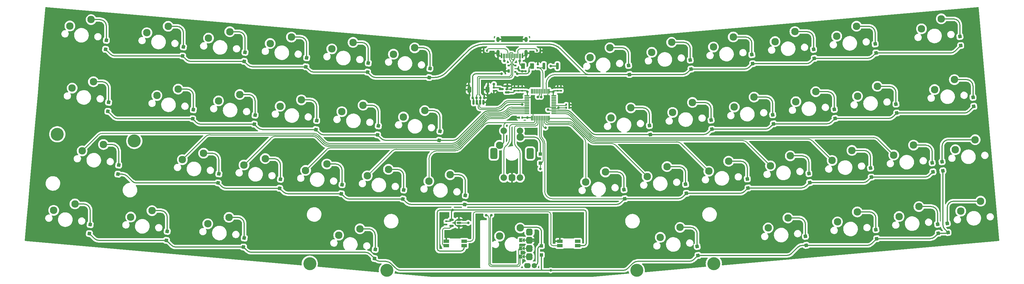
<source format=gbr>
%TF.GenerationSoftware,KiCad,Pcbnew,(7.0.0)*%
%TF.CreationDate,2024-04-21T21:40:01+02:00*%
%TF.ProjectId,Arrowhead,4172726f-7768-4656-9164-2e6b69636164,rev?*%
%TF.SameCoordinates,Original*%
%TF.FileFunction,Copper,L2,Bot*%
%TF.FilePolarity,Positive*%
%FSLAX46Y46*%
G04 Gerber Fmt 4.6, Leading zero omitted, Abs format (unit mm)*
G04 Created by KiCad (PCBNEW (7.0.0)) date 2024-04-21 21:40:01*
%MOMM*%
%LPD*%
G01*
G04 APERTURE LIST*
G04 Aperture macros list*
%AMRoundRect*
0 Rectangle with rounded corners*
0 $1 Rounding radius*
0 $2 $3 $4 $5 $6 $7 $8 $9 X,Y pos of 4 corners*
0 Add a 4 corners polygon primitive as box body*
4,1,4,$2,$3,$4,$5,$6,$7,$8,$9,$2,$3,0*
0 Add four circle primitives for the rounded corners*
1,1,$1+$1,$2,$3*
1,1,$1+$1,$4,$5*
1,1,$1+$1,$6,$7*
1,1,$1+$1,$8,$9*
0 Add four rect primitives between the rounded corners*
20,1,$1+$1,$2,$3,$4,$5,0*
20,1,$1+$1,$4,$5,$6,$7,0*
20,1,$1+$1,$6,$7,$8,$9,0*
20,1,$1+$1,$8,$9,$2,$3,0*%
%AMFreePoly0*
4,1,6,0.600000,-0.250000,-0.600000,-0.250000,-0.600000,1.000000,0.000000,0.400000,0.600000,1.000000,0.600000,-0.250000,0.600000,-0.250000,$1*%
%AMFreePoly1*
4,1,6,0.600000,0.200000,0.000000,-0.400000,-0.600000,0.200000,-0.600000,0.400000,0.600000,0.400000,0.600000,0.200000,0.600000,0.200000,$1*%
%AMFreePoly2*
4,1,5,0.125000,-0.500000,-0.125000,-0.500000,-0.125000,0.500000,0.125000,0.500000,0.125000,-0.500000,0.125000,-0.500000,$1*%
G04 Aperture macros list end*
%TA.AperFunction,ComponentPad*%
%ADD10C,2.300000*%
%TD*%
%TA.AperFunction,ComponentPad*%
%ADD11O,2.100000X1.600000*%
%TD*%
%TA.AperFunction,SMDPad,CuDef*%
%ADD12FreePoly0,270.000000*%
%TD*%
%TA.AperFunction,SMDPad,CuDef*%
%ADD13FreePoly1,270.000000*%
%TD*%
%TA.AperFunction,SMDPad,CuDef*%
%ADD14FreePoly2,270.000000*%
%TD*%
%TA.AperFunction,ComponentPad*%
%ADD15C,1.600000*%
%TD*%
%TA.AperFunction,ComponentPad*%
%ADD16C,4.000000*%
%TD*%
%TA.AperFunction,ComponentPad*%
%ADD17C,2.000000*%
%TD*%
%TA.AperFunction,ComponentPad*%
%ADD18RoundRect,0.500000X0.500000X-0.500000X0.500000X0.500000X-0.500000X0.500000X-0.500000X-0.500000X0*%
%TD*%
%TA.AperFunction,ComponentPad*%
%ADD19RoundRect,0.550000X0.550000X-1.150000X0.550000X1.150000X-0.550000X1.150000X-0.550000X-1.150000X0*%
%TD*%
%TA.AperFunction,SMDPad,CuDef*%
%ADD20RoundRect,0.150000X0.587500X0.150000X-0.587500X0.150000X-0.587500X-0.150000X0.587500X-0.150000X0*%
%TD*%
%TA.AperFunction,SMDPad,CuDef*%
%ADD21RoundRect,0.250000X0.272712X-0.325005X0.325005X0.272712X-0.272712X0.325005X-0.325005X-0.272712X0*%
%TD*%
%TA.AperFunction,SMDPad,CuDef*%
%ADD22RoundRect,0.140000X0.140000X0.170000X-0.140000X0.170000X-0.140000X-0.170000X0.140000X-0.170000X0*%
%TD*%
%TA.AperFunction,SMDPad,CuDef*%
%ADD23RoundRect,0.250000X-0.375000X-0.625000X0.375000X-0.625000X0.375000X0.625000X-0.375000X0.625000X0*%
%TD*%
%TA.AperFunction,SMDPad,CuDef*%
%ADD24RoundRect,0.140000X-0.140000X-0.170000X0.140000X-0.170000X0.140000X0.170000X-0.140000X0.170000X0*%
%TD*%
%TA.AperFunction,SMDPad,CuDef*%
%ADD25RoundRect,0.250000X0.325005X-0.272712X0.272712X0.325005X-0.325005X0.272712X-0.272712X-0.325005X0*%
%TD*%
%TA.AperFunction,SMDPad,CuDef*%
%ADD26RoundRect,0.200000X0.200000X0.800000X-0.200000X0.800000X-0.200000X-0.800000X0.200000X-0.800000X0*%
%TD*%
%TA.AperFunction,SMDPad,CuDef*%
%ADD27RoundRect,0.140000X0.170000X-0.140000X0.170000X0.140000X-0.170000X0.140000X-0.170000X-0.140000X0*%
%TD*%
%TA.AperFunction,SMDPad,CuDef*%
%ADD28RoundRect,0.140000X-0.170000X0.140000X-0.170000X-0.140000X0.170000X-0.140000X0.170000X0.140000X0*%
%TD*%
%TA.AperFunction,SMDPad,CuDef*%
%ADD29RoundRect,0.150000X0.512500X0.150000X-0.512500X0.150000X-0.512500X-0.150000X0.512500X-0.150000X0*%
%TD*%
%TA.AperFunction,SMDPad,CuDef*%
%ADD30RoundRect,0.250000X0.300000X-0.300000X0.300000X0.300000X-0.300000X0.300000X-0.300000X-0.300000X0*%
%TD*%
%TA.AperFunction,SMDPad,CuDef*%
%ADD31RoundRect,0.135000X-0.135000X-0.185000X0.135000X-0.185000X0.135000X0.185000X-0.135000X0.185000X0*%
%TD*%
%TA.AperFunction,SMDPad,CuDef*%
%ADD32R,1.700000X1.000000*%
%TD*%
%TA.AperFunction,SMDPad,CuDef*%
%ADD33RoundRect,0.150000X-0.150000X-0.625000X0.150000X-0.625000X0.150000X0.625000X-0.150000X0.625000X0*%
%TD*%
%TA.AperFunction,SMDPad,CuDef*%
%ADD34RoundRect,0.250000X-0.350000X-0.650000X0.350000X-0.650000X0.350000X0.650000X-0.350000X0.650000X0*%
%TD*%
%TA.AperFunction,SMDPad,CuDef*%
%ADD35RoundRect,0.150000X-0.150000X-0.275000X0.150000X-0.275000X0.150000X0.275000X-0.150000X0.275000X0*%
%TD*%
%TA.AperFunction,SMDPad,CuDef*%
%ADD36RoundRect,0.175000X-0.175000X-0.225000X0.175000X-0.225000X0.175000X0.225000X-0.175000X0.225000X0*%
%TD*%
%TA.AperFunction,SMDPad,CuDef*%
%ADD37R,0.600000X1.450000*%
%TD*%
%TA.AperFunction,SMDPad,CuDef*%
%ADD38R,0.300000X1.450000*%
%TD*%
%TA.AperFunction,ComponentPad*%
%ADD39O,1.000000X1.600000*%
%TD*%
%TA.AperFunction,ComponentPad*%
%ADD40O,1.000000X2.100000*%
%TD*%
%TA.AperFunction,SMDPad,CuDef*%
%ADD41R,0.700000X1.000000*%
%TD*%
%TA.AperFunction,SMDPad,CuDef*%
%ADD42R,0.700000X0.600000*%
%TD*%
%TA.AperFunction,SMDPad,CuDef*%
%ADD43RoundRect,0.135000X0.185000X-0.135000X0.185000X0.135000X-0.185000X0.135000X-0.185000X-0.135000X0*%
%TD*%
%TA.AperFunction,SMDPad,CuDef*%
%ADD44RoundRect,0.075000X0.662500X0.075000X-0.662500X0.075000X-0.662500X-0.075000X0.662500X-0.075000X0*%
%TD*%
%TA.AperFunction,SMDPad,CuDef*%
%ADD45RoundRect,0.075000X0.075000X0.662500X-0.075000X0.662500X-0.075000X-0.662500X0.075000X-0.662500X0*%
%TD*%
%TA.AperFunction,ViaPad*%
%ADD46C,0.800000*%
%TD*%
%TA.AperFunction,Conductor*%
%ADD47C,0.250000*%
%TD*%
%TA.AperFunction,Conductor*%
%ADD48C,0.350000*%
%TD*%
G04 APERTURE END LIST*
D10*
%TO.P,MX45,1,1*%
%TO.N,COL9*%
X300183166Y-90904494D03*
%TO.P,MX45,2,2*%
%TO.N,Net-(D45-A)*%
X306287626Y-87820720D03*
%TD*%
%TO.P,MX26,1,1*%
%TO.N,COL1*%
X79479009Y-73338254D03*
%TO.P,MX26,2,2*%
%TO.N,Net-(D26-A)*%
X86026221Y-71361359D03*
%TD*%
%TO.P,MX6,1,1*%
%TO.N,COL5*%
X144476547Y-40779266D03*
%TO.P,MX6,2,2*%
%TO.N,Net-(D6-A)*%
X151023759Y-38802371D03*
%TD*%
%TO.P,MX38,1,1*%
%TO.N,COL1*%
X63585560Y-91070525D03*
%TO.P,MX38,2,2*%
%TO.N,Net-(D38-A)*%
X70132772Y-89093630D03*
%TD*%
%TO.P,MX31,1,1*%
%TO.N,COL6*%
X203635304Y-80228569D03*
%TO.P,MX31,2,2*%
%TO.N,Net-(D31-A)*%
X209739764Y-77144795D03*
%TD*%
%TO.P,MX41,1,1*%
%TO.N,COL5*%
X177165000Y-68897500D03*
%TO.P,MX41,2,2*%
%TO.N,r_enc*%
X183515000Y-66357500D03*
%TD*%
%TO.P,MX22,1,1*%
%TO.N,COL9*%
X268396268Y-55439951D03*
%TO.P,MX22,2,2*%
%TO.N,Net-(D22-A)*%
X274500728Y-52356177D03*
%TD*%
%TO.P,MX35,1,1*%
%TO.N,COL10*%
X279545340Y-73587302D03*
%TO.P,MX35,2,2*%
%TO.N,Net-(D35-A)*%
X285649800Y-70503528D03*
%TD*%
%TO.P,MX19,1,1*%
%TO.N,COL6*%
X211463741Y-60420902D03*
%TO.P,MX19,2,2*%
%TO.N,Net-(D19-A)*%
X217568201Y-57337128D03*
%TD*%
D11*
%TO.P,EN1,A,A*%
%TO.N,ROLLER_A*%
X186349999Y-103584499D03*
D12*
X183459000Y-103322500D03*
D13*
X184475000Y-103322500D03*
D14*
X184983000Y-103322500D03*
D11*
X186349999Y-103060499D03*
%TO.P,EN1,B,B*%
%TO.N,ROLLER_B*%
X186349999Y-101044499D03*
D12*
X183459000Y-100782500D03*
D13*
X184475000Y-100782500D03*
D14*
X184983000Y-100782500D03*
D11*
X186349999Y-100520499D03*
%TO.P,EN1,C,C*%
%TO.N,GND*%
X186349999Y-98504499D03*
D12*
X183459000Y-98242500D03*
D13*
X184475000Y-98242500D03*
D14*
X184983000Y-98242500D03*
D11*
X186349999Y-97980499D03*
D15*
%TO.P,EN1,S1,S1*%
%TO.N,r_roller*%
X187825000Y-106060500D03*
D11*
%TO.P,EN1,S2,S2*%
%TO.N,COL4*%
X185724999Y-106060499D03*
%TO.P,EN1,X*%
%TO.N,N/C*%
X186349999Y-95964499D03*
X186349999Y-95440499D03*
%TD*%
D10*
%TO.P,MX23,1,1*%
%TO.N,COL10*%
X287373777Y-53779634D03*
%TO.P,MX23,2,2*%
%TO.N,Net-(D23-A)*%
X293478237Y-50695860D03*
%TD*%
%TO.P,MX46,1,1*%
%TO.N,COL10*%
X319160675Y-89244177D03*
%TO.P,MX46,2,2*%
%TO.N,Net-(D46-A)*%
X325265135Y-86160403D03*
%TD*%
%TO.P,MX48,1,1*%
%TO.N,COL4*%
X177165000Y-96972500D03*
%TO.P,MX48,2,2*%
%TO.N,r_roller*%
X183515000Y-94432500D03*
%TD*%
%TO.P,MX8,1,1*%
%TO.N,COL7*%
X224036556Y-40198155D03*
%TO.P,MX8,2,2*%
%TO.N,Net-(D8-A)*%
X230141016Y-37114381D03*
%TD*%
%TO.P,MX5,1,1*%
%TO.N,COL4*%
X125499038Y-39118949D03*
%TO.P,MX5,2,2*%
%TO.N,Net-(D5-A)*%
X132046250Y-37142054D03*
%TD*%
%TO.P,MX11,1,1*%
%TO.N,COL10*%
X280969083Y-35217204D03*
%TO.P,MX11,2,2*%
%TO.N,Net-(D11-A)*%
X287073543Y-32133430D03*
%TD*%
%TO.P,MX43,1,1*%
%TO.N,COL7*%
X259856784Y-94436103D03*
%TO.P,MX43,2,2*%
%TO.N,Net-(D43-A)*%
X265961244Y-91352329D03*
%TD*%
%TO.P,MX33,1,1*%
%TO.N,COL8*%
X241590322Y-76907935D03*
%TO.P,MX33,2,2*%
%TO.N,Net-(D33-A)*%
X247694782Y-73824161D03*
%TD*%
%TO.P,MX32,1,1*%
%TO.N,COL7*%
X222612813Y-78568252D03*
%TO.P,MX32,2,2*%
%TO.N,Net-(D32-A)*%
X228717273Y-75484478D03*
%TD*%
%TO.P,MX4,1,1*%
%TO.N,COL3*%
X106521529Y-37458632D03*
%TO.P,MX4,2,2*%
%TO.N,Net-(D4-A)*%
X113068741Y-35481737D03*
%TD*%
%TO.P,MX34,1,1*%
%TO.N,COL9*%
X260567831Y-75247618D03*
%TO.P,MX34,2,2*%
%TO.N,Net-(D34-A)*%
X266672291Y-72163844D03*
%TD*%
%TO.P,MX12,1,1*%
%TO.N,COL11*%
X307063158Y-32934269D03*
%TO.P,MX12,2,2*%
%TO.N,Net-(D12-A)*%
X313167618Y-29850495D03*
%TD*%
%TO.P,MX27,1,1*%
%TO.N,COL2*%
X98456518Y-74998571D03*
%TO.P,MX27,2,2*%
%TO.N,Net-(D27-A)*%
X105003730Y-73021676D03*
%TD*%
%TO.P,MX20,1,1*%
%TO.N,COL7*%
X230441250Y-58760585D03*
%TO.P,MX20,2,2*%
%TO.N,Net-(D20-A)*%
X236545710Y-55676811D03*
%TD*%
%TO.P,MX14,1,1*%
%TO.N,COL1*%
X71650571Y-53530586D03*
%TO.P,MX14,2,2*%
%TO.N,Net-(D14-A)*%
X78197783Y-51553691D03*
%TD*%
%TO.P,MX1,1,1*%
%TO.N,COL0*%
X44844624Y-32062602D03*
%TO.P,MX1,2,2*%
%TO.N,Net-(D1-A)*%
X51391836Y-30085707D03*
%TD*%
%TO.P,MX21,1,1*%
%TO.N,COL8*%
X249418759Y-57100268D03*
%TO.P,MX21,2,2*%
%TO.N,Net-(D21-A)*%
X255523219Y-54016494D03*
%TD*%
%TO.P,MX28,1,1*%
%TO.N,COL3*%
X117434027Y-76658888D03*
%TO.P,MX28,2,2*%
%TO.N,Net-(D28-A)*%
X123981239Y-74681993D03*
%TD*%
D16*
%TO.P,S3,*%
%TO.N,*%
X40962522Y-65506519D03*
X64684408Y-67581915D03*
%TD*%
D17*
%TO.P,SW1,A,A*%
%TO.N,ENC_A*%
X178475000Y-78937500D03*
%TO.P,SW1,B,B*%
%TO.N,ENC_B*%
X183475000Y-78937500D03*
D18*
%TO.P,SW1,C,C*%
%TO.N,GND*%
X180975000Y-78937500D03*
D19*
%TO.P,SW1,MP*%
%TO.N,N/C*%
X175375000Y-71437500D03*
X186575000Y-71437500D03*
D17*
%TO.P,SW1,S1,S1*%
%TO.N,r_enc*%
X183475000Y-64437500D03*
%TO.P,SW1,S2,S2*%
%TO.N,COL5*%
X178475000Y-64437500D03*
%TD*%
D10*
%TO.P,MX9,1,1*%
%TO.N,COL8*%
X243014065Y-38537838D03*
%TO.P,MX9,2,2*%
%TO.N,Net-(D9-A)*%
X249118525Y-35454064D03*
%TD*%
%TO.P,MX7,1,1*%
%TO.N,COL6*%
X205059047Y-41858472D03*
%TO.P,MX7,2,2*%
%TO.N,Net-(D7-A)*%
X211163507Y-38774698D03*
%TD*%
%TO.P,MX30,1,1*%
%TO.N,COL5*%
X155389045Y-79979521D03*
%TO.P,MX30,2,2*%
%TO.N,Net-(D30-A)*%
X161936257Y-78002626D03*
%TD*%
%TO.P,MX44,1,1*%
%TO.N,COL8*%
X281205657Y-92564811D03*
%TO.P,MX44,2,2*%
%TO.N,Net-(D44-A)*%
X287310117Y-89481037D03*
%TD*%
%TO.P,MX39,1,1*%
%TO.N,COL2*%
X87307446Y-93145921D03*
%TO.P,MX39,2,2*%
%TO.N,Net-(D39-A)*%
X93854658Y-91169026D03*
%TD*%
%TO.P,MX13,1,1*%
%TO.N,COL0*%
X45556496Y-51247651D03*
%TO.P,MX13,2,2*%
%TO.N,Net-(D13-A)*%
X52103708Y-49270756D03*
%TD*%
%TO.P,MX3,1,1*%
%TO.N,COL2*%
X87544020Y-35798315D03*
%TO.P,MX3,2,2*%
%TO.N,Net-(D3-A)*%
X94091232Y-33821420D03*
%TD*%
%TO.P,MX47,1,1*%
%TO.N,COL11*%
X317500358Y-70266668D03*
%TO.P,MX47,2,2*%
%TO.N,Net-(D47-A)*%
X323604818Y-67182894D03*
%TD*%
%TO.P,MX29,1,1*%
%TO.N,COL4*%
X136411536Y-78319204D03*
%TO.P,MX29,2,2*%
%TO.N,Net-(D29-A)*%
X142958748Y-76342309D03*
%TD*%
%TO.P,MX24,1,1*%
%TO.N,COL11*%
X311095664Y-51704238D03*
%TO.P,MX24,2,2*%
%TO.N,Net-(D24-A)*%
X317200124Y-48620464D03*
%TD*%
%TO.P,MX40,1,1*%
%TO.N,COL3*%
X127634653Y-96674095D03*
%TO.P,MX40,2,2*%
%TO.N,Net-(D40-A)*%
X134181865Y-94697200D03*
%TD*%
%TO.P,MX36,1,1*%
%TO.N,COL11*%
X298522849Y-71926985D03*
%TO.P,MX36,2,2*%
%TO.N,Net-(D36-A)*%
X304627309Y-68843211D03*
%TD*%
%TO.P,MX10,1,1*%
%TO.N,COL9*%
X261991574Y-36877521D03*
%TO.P,MX10,2,2*%
%TO.N,Net-(D10-A)*%
X268096034Y-33793747D03*
%TD*%
%TO.P,MX15,1,1*%
%TO.N,COL2*%
X90628080Y-55190903D03*
%TO.P,MX15,2,2*%
%TO.N,Net-(D15-A)*%
X97175292Y-53214008D03*
%TD*%
%TO.P,MX18,1,1*%
%TO.N,COL5*%
X147560607Y-60171854D03*
%TO.P,MX18,2,2*%
%TO.N,Net-(D18-A)*%
X154107819Y-58194959D03*
%TD*%
D16*
%TO.P,S1,*%
%TO.N,*%
X142460939Y-107532611D03*
X118739053Y-105457215D03*
%TD*%
D10*
%TO.P,MX17,1,1*%
%TO.N,COL4*%
X128583098Y-58511537D03*
%TO.P,MX17,2,2*%
%TO.N,Net-(D17-A)*%
X135130310Y-56534642D03*
%TD*%
%TO.P,MX25,1,1*%
%TO.N,COL0*%
X48640556Y-70640239D03*
%TO.P,MX25,2,2*%
%TO.N,Net-(D25-A)*%
X55187768Y-68663344D03*
%TD*%
%TO.P,MX2,1,1*%
%TO.N,COL1*%
X68566511Y-34137998D03*
%TO.P,MX2,2,2*%
%TO.N,Net-(D2-A)*%
X75113723Y-32161103D03*
%TD*%
D16*
%TO.P,S2,*%
%TO.N,*%
X243130150Y-105457777D03*
X219408264Y-107533173D03*
%TD*%
D10*
%TO.P,MX16,1,1*%
%TO.N,COL3*%
X109605589Y-56851220D03*
%TO.P,MX16,2,2*%
%TO.N,Net-(D16-A)*%
X116152801Y-54874325D03*
%TD*%
%TO.P,MX42,1,1*%
%TO.N,COL6*%
X226643547Y-97338784D03*
%TO.P,MX42,2,2*%
%TO.N,Net-(D42-A)*%
X232748007Y-94255010D03*
%TD*%
%TO.P,MX37,1,1*%
%TO.N,COL0*%
X39863674Y-88995129D03*
%TO.P,MX37,2,2*%
%TO.N,Net-(D37-A)*%
X46410886Y-87018234D03*
%TD*%
D20*
%TO.P,U3,1,GND*%
%TO.N,GND*%
X179531250Y-50643750D03*
%TO.P,U3,2,VO*%
%TO.N,+3V3*%
X179531250Y-52543750D03*
%TO.P,U3,3,VI*%
%TO.N,+5V*%
X177656250Y-51593750D03*
%TD*%
D21*
%TO.P,D15,1,K*%
%TO.N,ROW1*%
X101621432Y-62389688D03*
%TO.P,D15,2,A*%
%TO.N,Net-(D15-A)*%
X101865468Y-59600342D03*
%TD*%
%TO.P,D38,1,K*%
%TO.N,ROW3*%
X74578912Y-98269310D03*
%TO.P,D38,2,A*%
%TO.N,Net-(D38-A)*%
X74822948Y-95479964D03*
%TD*%
D22*
%TO.P,C2,1*%
%TO.N,+3V3*%
X184150000Y-60325000D03*
%TO.P,C2,2*%
%TO.N,GND*%
X183190000Y-60325000D03*
%TD*%
D23*
%TO.P,F1,1*%
%TO.N,VBUS*%
X184337500Y-44450000D03*
%TO.P,F1,2*%
%TO.N,+5V*%
X187137500Y-44450000D03*
%TD*%
D21*
%TO.P,D27,1,K*%
%TO.N,ROW2*%
X109449870Y-82197356D03*
%TO.P,D27,2,A*%
%TO.N,Net-(D27-A)*%
X109693906Y-79408010D03*
%TD*%
D24*
%TO.P,C8,1*%
%TO.N,NRST*%
X197643750Y-56356250D03*
%TO.P,C8,2*%
%TO.N,GND*%
X198603750Y-56356250D03*
%TD*%
D25*
%TO.P,D34,1,K*%
%TO.N,ROW2*%
X272644225Y-80428062D03*
%TO.P,D34,2,A*%
%TO.N,Net-(D34-A)*%
X272400189Y-77638716D03*
%TD*%
D21*
%TO.P,D30,1,K*%
%TO.N,ROW2*%
X166382397Y-87178306D03*
%TO.P,D30,2,A*%
%TO.N,Net-(D30-A)*%
X166626433Y-84388960D03*
%TD*%
D26*
%TO.P,SW2,1,1*%
%TO.N,+3V3*%
X194981250Y-44450000D03*
%TO.P,SW2,2,2*%
%TO.N,BOOT0*%
X190781250Y-44450000D03*
%TD*%
D27*
%TO.P,C5,1*%
%TO.N,+3V3*%
X184150000Y-52073750D03*
%TO.P,C5,2*%
%TO.N,GND*%
X184150000Y-51113750D03*
%TD*%
D21*
%TO.P,D40,1,K*%
%TO.N,ROW3*%
X138628005Y-103872879D03*
%TO.P,D40,2,A*%
%TO.N,Net-(D40-A)*%
X138872041Y-101083533D03*
%TD*%
D28*
%TO.P,C9,1*%
%TO.N,+5V*%
X175418750Y-51113750D03*
%TO.P,C9,2*%
%TO.N,GND*%
X175418750Y-52073750D03*
%TD*%
D29*
%TO.P,U4,1*%
%TO.N,GND*%
X164650000Y-91918750D03*
%TO.P,U4,2*%
%TO.N,RGB MCU*%
X164650000Y-92868750D03*
%TO.P,U4,3,GND*%
%TO.N,GND*%
X164650000Y-93818750D03*
%TO.P,U4,4*%
%TO.N,indicators*%
X162375000Y-93818750D03*
%TO.P,U4,5,VCC*%
%TO.N,+5V*%
X162375000Y-91918750D03*
%TD*%
D25*
%TO.P,D36,1,K*%
%TO.N,ROW2*%
X310599243Y-77107428D03*
%TO.P,D36,2,A*%
%TO.N,Net-(D36-A)*%
X310355207Y-74318082D03*
%TD*%
D21*
%TO.P,D29,1,K*%
%TO.N,ROW2*%
X147404888Y-85517989D03*
%TO.P,D29,2,A*%
%TO.N,Net-(D29-A)*%
X147648924Y-82728643D03*
%TD*%
D25*
%TO.P,D7,1,K*%
%TO.N,ROW0*%
X217135441Y-47038915D03*
%TO.P,D7,2,A*%
%TO.N,Net-(D7-A)*%
X216891405Y-44249569D03*
%TD*%
%TO.P,D20,1,K*%
%TO.N,ROW1*%
X242517645Y-63941028D03*
%TO.P,D20,2,A*%
%TO.N,Net-(D20-A)*%
X242273609Y-61151682D03*
%TD*%
%TO.P,D43,1,K*%
%TO.N,ROW3*%
X271584518Y-99819673D03*
%TO.P,D43,2,A*%
%TO.N,Net-(D43-A)*%
X271340482Y-97030327D03*
%TD*%
%TO.P,D21,1,K*%
%TO.N,ROW1*%
X261495154Y-62280711D03*
%TO.P,D21,2,A*%
%TO.N,Net-(D21-A)*%
X261251118Y-59491365D03*
%TD*%
D30*
%TO.P,D48,1,K*%
%TO.N,ROW3*%
X190048500Y-102772500D03*
%TO.P,D48,2,A*%
%TO.N,r_roller*%
X190048500Y-99972500D03*
%TD*%
D21*
%TO.P,D17,1,K*%
%TO.N,ROW1*%
X139576450Y-65710322D03*
%TO.P,D17,2,A*%
%TO.N,Net-(D17-A)*%
X139820486Y-62920976D03*
%TD*%
D24*
%TO.P,C3,1*%
%TO.N,+3V3*%
X197643750Y-57350000D03*
%TO.P,C3,2*%
%TO.N,GND*%
X198603750Y-57350000D03*
%TD*%
D21*
%TO.P,D13,1,K*%
%TO.N,ROW1*%
X56549849Y-58446435D03*
%TO.P,D13,2,A*%
%TO.N,Net-(D13-A)*%
X56793885Y-55657089D03*
%TD*%
D25*
%TO.P,D22,1,K*%
%TO.N,ROW1*%
X280472663Y-60620394D03*
%TO.P,D22,2,A*%
%TO.N,Net-(D22-A)*%
X280228627Y-57831048D03*
%TD*%
D21*
%TO.P,D2,1,K*%
%TO.N,ROW0*%
X79559863Y-41336783D03*
%TO.P,D2,2,A*%
%TO.N,Net-(D2-A)*%
X79803899Y-38547437D03*
%TD*%
%TO.P,D4,1,K*%
%TO.N,ROW0*%
X117514881Y-44657417D03*
%TO.P,D4,2,A*%
%TO.N,Net-(D4-A)*%
X117758917Y-41868071D03*
%TD*%
D25*
%TO.P,D42,1,K*%
%TO.N,ROW3*%
X238247018Y-102933744D03*
%TO.P,D42,2,A*%
%TO.N,Net-(D42-A)*%
X238002982Y-100144398D03*
%TD*%
D21*
%TO.P,D16,1,K*%
%TO.N,ROW1*%
X120598941Y-64050005D03*
%TO.P,D16,2,A*%
%TO.N,Net-(D16-A)*%
X120842977Y-61260659D03*
%TD*%
D25*
%TO.P,D47,1,K*%
%TO.N,ROW3*%
X313653268Y-76800923D03*
%TO.P,D47,2,A*%
%TO.N,Net-(D47-A)*%
X313409232Y-74011577D03*
%TD*%
%TO.P,D32,1,K*%
%TO.N,ROW2*%
X234689207Y-83748696D03*
%TO.P,D32,2,A*%
%TO.N,Net-(D32-A)*%
X234445171Y-80959350D03*
%TD*%
D21*
%TO.P,D6,1,K*%
%TO.N,ROW0*%
X155469899Y-47978051D03*
%TO.P,D6,2,A*%
%TO.N,Net-(D6-A)*%
X155713935Y-45188705D03*
%TD*%
%TO.P,D37,1,K*%
%TO.N,ROW3*%
X50857026Y-96193914D03*
%TO.P,D37,2,A*%
%TO.N,Net-(D37-A)*%
X51101062Y-93404568D03*
%TD*%
%TO.P,D26,1,K*%
%TO.N,ROW2*%
X90472361Y-80537039D03*
%TO.P,D26,2,A*%
%TO.N,Net-(D26-A)*%
X90716397Y-77747693D03*
%TD*%
D27*
%TO.P,C4,1*%
%TO.N,+3V3*%
X196056250Y-52073750D03*
%TO.P,C4,2*%
%TO.N,GND*%
X196056250Y-51113750D03*
%TD*%
D25*
%TO.P,D23,1,K*%
%TO.N,ROW1*%
X299450172Y-58960077D03*
%TO.P,D23,2,A*%
%TO.N,Net-(D23-A)*%
X299206136Y-56170731D03*
%TD*%
D27*
%TO.P,C10,1*%
%TO.N,+3V3*%
X181768750Y-52073750D03*
%TO.P,C10,2*%
%TO.N,GND*%
X181768750Y-51113750D03*
%TD*%
D25*
%TO.P,D46,1,K*%
%TO.N,ROW3*%
X315240768Y-95850923D03*
%TO.P,D46,2,A*%
%TO.N,Net-(D46-A)*%
X314996732Y-93061577D03*
%TD*%
D21*
%TO.P,D28,1,K*%
%TO.N,ROW2*%
X128427379Y-83857672D03*
%TO.P,D28,2,A*%
%TO.N,Net-(D28-A)*%
X128671415Y-81068326D03*
%TD*%
D31*
%TO.P,R2,1*%
%TO.N,Net-(J1-CC2)*%
X188686250Y-39687500D03*
%TO.P,R2,2*%
%TO.N,GND*%
X189706250Y-39687500D03*
%TD*%
D21*
%TO.P,D25,1,K*%
%TO.N,ROW2*%
X59633909Y-77839024D03*
%TO.P,D25,2,A*%
%TO.N,Net-(D25-A)*%
X59877945Y-75049678D03*
%TD*%
D32*
%TO.P,LED1,1,VDD*%
%TO.N,+5V*%
X166262499Y-99918749D03*
%TO.P,LED1,2,DOUT*%
%TO.N,Net-(LED1-DOUT)*%
X166262499Y-98518749D03*
%TO.P,LED1,3,VSS*%
%TO.N,GND*%
X160762499Y-98518749D03*
%TO.P,LED1,4,DIN*%
%TO.N,indicators*%
X160762499Y-99918749D03*
%TD*%
D25*
%TO.P,D33,1,K*%
%TO.N,ROW2*%
X253666716Y-82088379D03*
%TO.P,D33,2,A*%
%TO.N,Net-(D33-A)*%
X253422680Y-79299033D03*
%TD*%
%TO.P,D35,1,K*%
%TO.N,ROW2*%
X291621734Y-78767745D03*
%TO.P,D35,2,A*%
%TO.N,Net-(D35-A)*%
X291377698Y-75978399D03*
%TD*%
D21*
%TO.P,D14,1,K*%
%TO.N,ROW1*%
X82643923Y-60729371D03*
%TO.P,D14,2,A*%
%TO.N,Net-(D14-A)*%
X82887959Y-57940025D03*
%TD*%
D33*
%TO.P,J3,1,Pin_1*%
%TO.N,+5V*%
X169156250Y-55598750D03*
%TO.P,J3,2,Pin_2*%
%TO.N,D_N*%
X170156250Y-55598750D03*
%TO.P,J3,3,Pin_3*%
%TO.N,D_P*%
X171156250Y-55598750D03*
%TO.P,J3,4,Pin_4*%
%TO.N,GND*%
X172156250Y-55598750D03*
D34*
%TO.P,J3,MP,MountPin*%
X167856250Y-51723750D03*
X173456250Y-51723750D03*
%TD*%
D21*
%TO.P,D3,1,K*%
%TO.N,ROW0*%
X98537372Y-42997100D03*
%TO.P,D3,2,A*%
%TO.N,Net-(D3-A)*%
X98781408Y-40207754D03*
%TD*%
%TO.P,D18,1,K*%
%TO.N,ROW1*%
X158553959Y-67370639D03*
%TO.P,D18,2,A*%
%TO.N,Net-(D18-A)*%
X158797995Y-64581293D03*
%TD*%
D25*
%TO.P,D45,1,K*%
%TO.N,ROW3*%
X312259560Y-96084937D03*
%TO.P,D45,2,A*%
%TO.N,Net-(D45-A)*%
X312015524Y-93295591D03*
%TD*%
D31*
%TO.P,R1,1*%
%TO.N,GND*%
X172243750Y-39687500D03*
%TO.P,R1,2*%
%TO.N,Net-(J1-CC1)*%
X173263750Y-39687500D03*
%TD*%
D30*
%TO.P,D41,1,K*%
%TO.N,ROW3*%
X189706250Y-74425000D03*
%TO.P,D41,2,A*%
%TO.N,r_enc*%
X189706250Y-71625000D03*
%TD*%
D35*
%TO.P,J4,1,Pin_1*%
%TO.N,+5V*%
X168856250Y-54262500D03*
%TO.P,J4,2,Pin_2*%
%TO.N,D_N*%
X170056250Y-54262500D03*
%TO.P,J4,3,Pin_3*%
%TO.N,D_P*%
X171256250Y-54262500D03*
%TO.P,J4,4,Pin_4*%
%TO.N,GND*%
X172456250Y-54262500D03*
D36*
%TO.P,J4,MP,MountPin*%
X167706250Y-50487500D03*
X173606250Y-50487500D03*
%TD*%
D25*
%TO.P,D10,1,K*%
%TO.N,ROW0*%
X274067968Y-42057964D03*
%TO.P,D10,2,A*%
%TO.N,Net-(D10-A)*%
X273823932Y-39268618D03*
%TD*%
D37*
%TO.P,J1,A1,GND*%
%TO.N,GND*%
X177724999Y-41351249D03*
%TO.P,J1,A4,VBUS*%
%TO.N,VBUS*%
X178524999Y-41351249D03*
D38*
%TO.P,J1,A5,CC1*%
%TO.N,Net-(J1-CC1)*%
X179724999Y-41351249D03*
%TO.P,J1,A6,D+*%
%TO.N,D_P*%
X180724999Y-41351249D03*
%TO.P,J1,A7,D-*%
%TO.N,D_N*%
X181224999Y-41351249D03*
%TO.P,J1,A8,SBU1*%
%TO.N,unconnected-(J1-SBU1-PadA8)*%
X182224999Y-41351249D03*
D37*
%TO.P,J1,A9,VBUS*%
%TO.N,VBUS*%
X183424999Y-41351249D03*
%TO.P,J1,A12,GND*%
%TO.N,GND*%
X184224999Y-41351249D03*
%TO.P,J1,B1,GND*%
X184224999Y-41351249D03*
%TO.P,J1,B4,VBUS*%
%TO.N,VBUS*%
X183424999Y-41351249D03*
D38*
%TO.P,J1,B5,CC2*%
%TO.N,Net-(J1-CC2)*%
X182724999Y-41351249D03*
%TO.P,J1,B6,D+*%
%TO.N,D_P*%
X181724999Y-41351249D03*
%TO.P,J1,B7,D-*%
%TO.N,D_N*%
X180224999Y-41351249D03*
%TO.P,J1,B8,SBU2*%
%TO.N,unconnected-(J1-SBU2-PadB8)*%
X179224999Y-41351249D03*
D37*
%TO.P,J1,B9,VBUS*%
%TO.N,VBUS*%
X178524999Y-41351249D03*
%TO.P,J1,B12,GND*%
%TO.N,GND*%
X177724999Y-41351249D03*
D39*
%TO.P,J1,S1,SHIELD*%
X176654999Y-36256249D03*
D40*
X176654999Y-40436249D03*
D39*
X185294999Y-36256249D03*
D40*
X185294999Y-40436249D03*
%TD*%
D27*
%TO.P,C11,1*%
%TO.N,GND*%
X160737500Y-93348750D03*
%TO.P,C11,2*%
%TO.N,+5V*%
X160737500Y-92388750D03*
%TD*%
D21*
%TO.P,D5,1,K*%
%TO.N,ROW0*%
X136492390Y-46317734D03*
%TO.P,D5,2,A*%
%TO.N,Net-(D5-A)*%
X136736426Y-43528388D03*
%TD*%
%TO.P,D1,1,K*%
%TO.N,ROW0*%
X55837977Y-39261387D03*
%TO.P,D1,2,A*%
%TO.N,Net-(D1-A)*%
X56082013Y-36472041D03*
%TD*%
D41*
%TO.P,U2,1,GND*%
%TO.N,GND*%
X179974999Y-45993749D03*
D42*
%TO.P,U2,2,I/O1*%
%TO.N,D_N*%
X179974999Y-44293749D03*
%TO.P,U2,3,I/O2*%
%TO.N,D_P*%
X181974999Y-44293749D03*
%TO.P,U2,4,VCC*%
%TO.N,+5V*%
X181974999Y-46193749D03*
%TD*%
D25*
%TO.P,D31,1,K*%
%TO.N,ROW2*%
X215711698Y-85409012D03*
%TO.P,D31,2,A*%
%TO.N,Net-(D31-A)*%
X215467662Y-82619666D03*
%TD*%
%TO.P,D9,1,K*%
%TO.N,ROW0*%
X255090459Y-43718281D03*
%TO.P,D9,2,A*%
%TO.N,Net-(D9-A)*%
X254846423Y-40928935D03*
%TD*%
D43*
%TO.P,R3,1*%
%TO.N,BOOT0*%
X188912500Y-44960000D03*
%TO.P,R3,2*%
%TO.N,GND*%
X188912500Y-43940000D03*
%TD*%
D22*
%TO.P,C1,1*%
%TO.N,+5V*%
X186217500Y-46037500D03*
%TO.P,C1,2*%
%TO.N,GND*%
X185257500Y-46037500D03*
%TD*%
D21*
%TO.P,D39,1,K*%
%TO.N,ROW3*%
X98300799Y-100344706D03*
%TO.P,D39,2,A*%
%TO.N,Net-(D39-A)*%
X98544835Y-97555360D03*
%TD*%
D44*
%TO.P,U1,1,VBAT*%
%TO.N,+3V3*%
X193868750Y-53606250D03*
%TO.P,U1,2,PC13*%
%TO.N,unconnected-(U1-PC13-Pad2)*%
X193868750Y-54106250D03*
%TO.P,U1,3,PC14*%
%TO.N,unconnected-(U1-PC14-Pad3)*%
X193868750Y-54606250D03*
%TO.P,U1,4,PC15*%
%TO.N,unconnected-(U1-PC15-Pad4)*%
X193868750Y-55106250D03*
%TO.P,U1,5,PF0*%
%TO.N,unconnected-(U1-PF0-Pad5)*%
X193868750Y-55606250D03*
%TO.P,U1,6,PF1*%
%TO.N,unconnected-(U1-PF1-Pad6)*%
X193868750Y-56106250D03*
%TO.P,U1,7,NRST*%
%TO.N,NRST*%
X193868750Y-56606250D03*
%TO.P,U1,8,VSSA*%
%TO.N,GND*%
X193868750Y-57106250D03*
%TO.P,U1,9,VDDA*%
%TO.N,+3V3*%
X193868750Y-57606250D03*
%TO.P,U1,10,PA0*%
%TO.N,ROW1*%
X193868750Y-58106250D03*
%TO.P,U1,11,PA1*%
%TO.N,COL11*%
X193868750Y-58606250D03*
%TO.P,U1,12,PA2*%
%TO.N,COL10*%
X193868750Y-59106250D03*
D45*
%TO.P,U1,13,PA3*%
%TO.N,COL9*%
X192456250Y-60518750D03*
%TO.P,U1,14,PA4*%
%TO.N,COL8*%
X191956250Y-60518750D03*
%TO.P,U1,15,PA5*%
%TO.N,COL7*%
X191456250Y-60518750D03*
%TO.P,U1,16,PA6*%
%TO.N,COL6*%
X190956250Y-60518750D03*
%TO.P,U1,17,PA7*%
%TO.N,RGB MCU*%
X190456250Y-60518750D03*
%TO.P,U1,18,PB0*%
%TO.N,ROW2*%
X189956250Y-60518750D03*
%TO.P,U1,19,PB1*%
%TO.N,ROW3*%
X189456250Y-60518750D03*
%TO.P,U1,20,PB2*%
%TO.N,ENC_B*%
X188956250Y-60518750D03*
%TO.P,U1,21,PB10*%
%TO.N,ENC_A*%
X188456250Y-60518750D03*
%TO.P,U1,22,PB11*%
%TO.N,COL5*%
X187956250Y-60518750D03*
%TO.P,U1,23,VSS*%
%TO.N,GND*%
X187456250Y-60518750D03*
%TO.P,U1,24,VDD*%
%TO.N,+3V3*%
X186956250Y-60518750D03*
D44*
%TO.P,U1,25,PB12*%
%TO.N,COL4*%
X185543750Y-59106250D03*
%TO.P,U1,26,PB13*%
%TO.N,COL3*%
X185543750Y-58606250D03*
%TO.P,U1,27,PB14*%
%TO.N,COL2*%
X185543750Y-58106250D03*
%TO.P,U1,28,PB15*%
%TO.N,COL1*%
X185543750Y-57606250D03*
%TO.P,U1,29,PA8*%
%TO.N,COL0*%
X185543750Y-57106250D03*
%TO.P,U1,30,PA9*%
%TO.N,unconnected-(U1-PA9-Pad30)*%
X185543750Y-56606250D03*
%TO.P,U1,31,PA10*%
%TO.N,unconnected-(U1-PA10-Pad31)*%
X185543750Y-56106250D03*
%TO.P,U1,32,PA11*%
%TO.N,D_N*%
X185543750Y-55606250D03*
%TO.P,U1,33,PA12*%
%TO.N,D_P*%
X185543750Y-55106250D03*
%TO.P,U1,34,PA13*%
%TO.N,unconnected-(U1-PA13-Pad34)*%
X185543750Y-54606250D03*
%TO.P,U1,35,VSS*%
%TO.N,GND*%
X185543750Y-54106250D03*
%TO.P,U1,36,VDDIO2*%
%TO.N,+3V3*%
X185543750Y-53606250D03*
D45*
%TO.P,U1,37,PA14*%
%TO.N,unconnected-(U1-PA14-Pad37)*%
X186956250Y-52193750D03*
%TO.P,U1,38,PA15*%
%TO.N,unconnected-(U1-PA15-Pad38)*%
X187456250Y-52193750D03*
%TO.P,U1,39,PB3*%
%TO.N,unconnected-(U1-PB3-Pad39)*%
X187956250Y-52193750D03*
%TO.P,U1,40,PB4*%
%TO.N,unconnected-(U1-PB4-Pad40)*%
X188456250Y-52193750D03*
%TO.P,U1,41,PB5*%
%TO.N,unconnected-(U1-PB5-Pad41)*%
X188956250Y-52193750D03*
%TO.P,U1,42,PB6*%
%TO.N,ROLLER_A*%
X189456250Y-52193750D03*
%TO.P,U1,43,PB7*%
%TO.N,ROLLER_B*%
X189956250Y-52193750D03*
%TO.P,U1,44,BOOT0*%
%TO.N,BOOT0*%
X190456250Y-52193750D03*
%TO.P,U1,45,PB8*%
%TO.N,unconnected-(U1-PB8-Pad45)*%
X190956250Y-52193750D03*
%TO.P,U1,46,PB9*%
%TO.N,ROW0*%
X191456250Y-52193750D03*
%TO.P,U1,47,VSS*%
%TO.N,GND*%
X191956250Y-52193750D03*
%TO.P,U1,48,VDD*%
%TO.N,+3V3*%
X192456250Y-52193750D03*
%TD*%
D27*
%TO.P,C7,1*%
%TO.N,+3V3*%
X182929419Y-52073750D03*
%TO.P,C7,2*%
%TO.N,GND*%
X182929419Y-51113750D03*
%TD*%
D25*
%TO.P,D8,1,K*%
%TO.N,ROW0*%
X236112950Y-45378598D03*
%TO.P,D8,2,A*%
%TO.N,Net-(D8-A)*%
X235868914Y-42589252D03*
%TD*%
%TO.P,D12,1,K*%
%TO.N,ROW0*%
X319139552Y-38114712D03*
%TO.P,D12,2,A*%
%TO.N,Net-(D12-A)*%
X318895516Y-35325366D03*
%TD*%
%TO.P,D19,1,K*%
%TO.N,ROW1*%
X223540136Y-65601345D03*
%TO.P,D19,2,A*%
%TO.N,Net-(D19-A)*%
X223296100Y-62811999D03*
%TD*%
%TO.P,D24,1,K*%
%TO.N,ROW1*%
X323172058Y-56884681D03*
%TO.P,D24,2,A*%
%TO.N,Net-(D24-A)*%
X322928022Y-54095335D03*
%TD*%
D27*
%TO.P,C6,1*%
%TO.N,+3V3*%
X195062500Y-52073750D03*
%TO.P,C6,2*%
%TO.N,GND*%
X195062500Y-51113750D03*
%TD*%
D32*
%TO.P,LED2,1,VDD*%
%TO.N,+5V*%
X201187499Y-99918749D03*
%TO.P,LED2,2,DOUT*%
%TO.N,unconnected-(LED2-DOUT-Pad2)*%
X201187499Y-98518749D03*
%TO.P,LED2,3,VSS*%
%TO.N,GND*%
X195687499Y-98518749D03*
%TO.P,LED2,4,DIN*%
%TO.N,Net-(LED1-DOUT)*%
X195687499Y-99918749D03*
%TD*%
D25*
%TO.P,D11,1,K*%
%TO.N,ROW0*%
X293045477Y-40397648D03*
%TO.P,D11,2,A*%
%TO.N,Net-(D11-A)*%
X292801441Y-37608302D03*
%TD*%
%TO.P,D44,1,K*%
%TO.N,ROW3*%
X293282051Y-97745254D03*
%TO.P,D44,2,A*%
%TO.N,Net-(D44-A)*%
X293038015Y-94955908D03*
%TD*%
D46*
%TO.N,ROW1*%
X192087500Y-57943750D03*
X184150000Y-56330750D03*
%TO.N,ROW3*%
X192881250Y-107537500D03*
X189706250Y-76200000D03*
%TO.N,VBUS*%
X183356250Y-42862500D03*
X178593750Y-42862500D03*
%TO.N,+3V3*%
X185737500Y-52387500D03*
X195262500Y-57330750D03*
X185737500Y-60325000D03*
X193675000Y-52387500D03*
X192881250Y-44450000D03*
%TO.N,GND*%
X196056250Y-96837500D03*
X188118750Y-98425000D03*
X180975000Y-80962500D03*
X159543750Y-93662500D03*
X195064662Y-50019651D03*
X200025000Y-56356250D03*
X180975000Y-36256250D03*
X189706250Y-56356250D03*
X181768750Y-60325000D03*
X161131250Y-96837500D03*
X178593750Y-46037500D03*
X190500000Y-39687500D03*
X184150000Y-46037500D03*
X184150000Y-50006250D03*
X181768750Y-50006250D03*
X196056250Y-50006250D03*
X188912500Y-42862500D03*
X171450000Y-39687500D03*
X179387500Y-51593750D03*
X175418750Y-53181250D03*
X200022131Y-57355816D03*
X182932552Y-50011674D03*
X163388000Y-92868750D03*
%TO.N,+5V*%
X162718750Y-88900000D03*
X177800000Y-46831250D03*
X182612500Y-46831250D03*
X175418750Y-50006250D03*
%TO.N,RGB MCU*%
X167481250Y-92868750D03*
X191293750Y-63500000D03*
%TO.N,ROLLER_A*%
X173037500Y-90487500D03*
X188912500Y-53975000D03*
%TO.N,ROLLER_B*%
X174625000Y-90487500D03*
X189924551Y-53987548D03*
%TD*%
D47*
%TO.N,NRST*%
X193868750Y-56606250D02*
X197393750Y-56606250D01*
X197393750Y-56606250D02*
G75*
G03*
X197643750Y-56356250I50J249950D01*
G01*
D48*
%TO.N,Net-(D1-A)*%
X51391836Y-30085707D02*
X54082013Y-30085707D01*
X56082013Y-32085707D02*
X56082013Y-36472041D01*
X56081993Y-32085707D02*
G75*
G03*
X54082013Y-30085707I-1999993J7D01*
G01*
%TO.N,Net-(D2-A)*%
X75113723Y-32161103D02*
X77803899Y-32161103D01*
X79803899Y-34161103D02*
X79803899Y-38547437D01*
X79803897Y-34161103D02*
G75*
G03*
X77803899Y-32161103I-1999997J3D01*
G01*
%TO.N,Net-(D3-A)*%
X94091232Y-33821420D02*
X96781408Y-33821420D01*
X98781408Y-35821420D02*
X98781408Y-40207754D01*
X98781380Y-35821420D02*
G75*
G03*
X96781408Y-33821420I-1999980J20D01*
G01*
%TO.N,Net-(D4-A)*%
X113068741Y-35481737D02*
X115758917Y-35481737D01*
X117758917Y-37481737D02*
X117758917Y-41868071D01*
X117758863Y-37481737D02*
G75*
G03*
X115758917Y-35481737I-1999963J37D01*
G01*
%TO.N,Net-(D5-A)*%
X132046250Y-37142054D02*
X134736426Y-37142054D01*
X136736426Y-39142054D02*
X136736426Y-43528388D01*
X136736446Y-39142054D02*
G75*
G03*
X134736426Y-37142054I-2000046J-46D01*
G01*
%TO.N,Net-(D6-A)*%
X151023759Y-38802371D02*
X153713935Y-38802371D01*
X155713935Y-40802371D02*
X155713935Y-45188705D01*
X155713929Y-40802371D02*
G75*
G03*
X153713935Y-38802371I-2000029J-29D01*
G01*
%TO.N,Net-(D7-A)*%
X216891405Y-40774698D02*
X216891405Y-44249569D01*
X211163507Y-38774698D02*
X214891405Y-38774698D01*
X216891402Y-40774698D02*
G75*
G03*
X214891405Y-38774698I-2000002J-2D01*
G01*
%TO.N,Net-(D8-A)*%
X230141016Y-37114381D02*
X233868914Y-37114381D01*
X235868914Y-39114381D02*
X235868914Y-42589252D01*
X235868919Y-39114381D02*
G75*
G03*
X233868914Y-37114381I-2000019J-19D01*
G01*
%TO.N,Net-(D9-A)*%
X249118525Y-35454064D02*
X252846423Y-35454064D01*
X254846423Y-37454064D02*
X254846423Y-40928935D01*
X254846436Y-37454064D02*
G75*
G03*
X252846423Y-35454064I-2000036J-36D01*
G01*
%TO.N,Net-(D10-A)*%
X268096034Y-33793747D02*
X271823932Y-33793747D01*
X273823932Y-35793747D02*
X273823932Y-39268618D01*
X273823853Y-35793747D02*
G75*
G03*
X271823932Y-33793747I-1999953J47D01*
G01*
%TO.N,Net-(D11-A)*%
X292801441Y-34133430D02*
X292801441Y-37608302D01*
X287073543Y-32133430D02*
X290801441Y-32133430D01*
X292801370Y-34133430D02*
G75*
G03*
X290801441Y-32133430I-1999970J30D01*
G01*
%TO.N,Net-(D12-A)*%
X318895516Y-31850495D02*
X318895516Y-35325366D01*
X313167618Y-29850495D02*
X316895516Y-29850495D01*
X318895505Y-31850495D02*
G75*
G03*
X316895516Y-29850495I-2000005J-5D01*
G01*
%TO.N,ROW0*%
X82048607Y-42997100D02*
X98537372Y-42997100D01*
X79559863Y-41336783D02*
X80634394Y-42411314D01*
D47*
X194295762Y-47038915D02*
X204787500Y-47038915D01*
D48*
X172373458Y-37661081D02*
X192332536Y-37661081D01*
X290556734Y-42057964D02*
X274067968Y-42057964D01*
X120003625Y-46317734D02*
X136492390Y-46317734D01*
X160743745Y-46425005D02*
X167481250Y-39687500D01*
X55837977Y-39261387D02*
X57327587Y-40750997D01*
X98537372Y-42997100D02*
X99611903Y-44071631D01*
X252601715Y-45378598D02*
X236112950Y-45378598D01*
X154781250Y-47978051D02*
X155469899Y-47978051D01*
X236112950Y-45378598D02*
X235038419Y-46453129D01*
X293045477Y-40397648D02*
X291970947Y-41472178D01*
X195919951Y-39147037D02*
X203402082Y-46629168D01*
X155469899Y-47978051D02*
X156994361Y-47978051D01*
X255090459Y-43718281D02*
X254015928Y-44792812D01*
X136492390Y-46317734D02*
X137566921Y-47392265D01*
X319139552Y-38114712D02*
X317442402Y-39811862D01*
X233624206Y-47038915D02*
X217135441Y-47038915D01*
X101026116Y-44657417D02*
X117514881Y-44657417D01*
X274067968Y-42057964D02*
X272993437Y-43132495D01*
X204787500Y-47038915D02*
X217135441Y-47038915D01*
X58741800Y-41336783D02*
X79559863Y-41336783D01*
X316028189Y-40397648D02*
X293045477Y-40397648D01*
D47*
X191456250Y-52193750D02*
X191456250Y-49878427D01*
D48*
X204391298Y-47038915D02*
X204787500Y-47038915D01*
X138981134Y-47978051D02*
X154781250Y-47978051D01*
X271579224Y-43718281D02*
X255090459Y-43718281D01*
X117514881Y-44657417D02*
X118589412Y-45731948D01*
X316028189Y-40397626D02*
G75*
G03*
X317442402Y-39811862I11J2000026D01*
G01*
X57327590Y-40750994D02*
G75*
G03*
X58741800Y-41336783I1414210J1414194D01*
G01*
X203402072Y-46629178D02*
G75*
G03*
X204391298Y-47038915I989228J989278D01*
G01*
X252601715Y-45378609D02*
G75*
G03*
X254015928Y-44792812I-15J2000009D01*
G01*
X172373458Y-37661050D02*
G75*
G03*
X167481251Y-39687501I42J-6918650D01*
G01*
X80634390Y-42411318D02*
G75*
G03*
X82048607Y-42997100I1414210J1414218D01*
G01*
X290556734Y-42057998D02*
G75*
G03*
X291970947Y-41472178I-34J1999998D01*
G01*
X271579224Y-43718303D02*
G75*
G03*
X272993437Y-43132495I-24J2000003D01*
G01*
X233624206Y-47038914D02*
G75*
G03*
X235038418Y-46453128I-6J2000014D01*
G01*
X137566914Y-47392272D02*
G75*
G03*
X138981134Y-47978051I1414186J1414172D01*
G01*
X99611891Y-44071643D02*
G75*
G03*
X101026116Y-44657417I1414209J1414243D01*
G01*
D47*
X194295762Y-47038850D02*
G75*
G03*
X191456250Y-49878427I38J-2839550D01*
G01*
D48*
X118589392Y-45731968D02*
G75*
G03*
X120003625Y-46317734I1414208J1414268D01*
G01*
X195919922Y-39147066D02*
G75*
G03*
X192332536Y-37661081I-3587422J-3587334D01*
G01*
X156994361Y-47978016D02*
G75*
G03*
X160743744Y-46425004I39J5302416D01*
G01*
%TO.N,Net-(D13-A)*%
X56793885Y-51270756D02*
X56793885Y-55657089D01*
X52103708Y-49270756D02*
X54793885Y-49270756D01*
X56793884Y-51270756D02*
G75*
G03*
X54793885Y-49270756I-1999994J6D01*
G01*
%TO.N,Net-(D14-A)*%
X82887959Y-53553691D02*
X82887959Y-57940025D01*
X78197783Y-51553691D02*
X80887959Y-51553691D01*
X82888009Y-53553691D02*
G75*
G03*
X80887959Y-51553691I-2000009J-9D01*
G01*
%TO.N,Net-(D15-A)*%
X97175292Y-53214008D02*
X99865468Y-53214008D01*
X101865468Y-55214008D02*
X101865468Y-59600342D01*
X101865492Y-55214008D02*
G75*
G03*
X99865468Y-53214008I-1999992J8D01*
G01*
%TO.N,Net-(D16-A)*%
X116152801Y-54874325D02*
X118842977Y-54874325D01*
X120842977Y-56874325D02*
X120842977Y-61260659D01*
X120842975Y-56874325D02*
G75*
G03*
X118842977Y-54874325I-1999975J25D01*
G01*
%TO.N,Net-(D17-A)*%
X135130310Y-56534642D02*
X137820486Y-56534642D01*
X139820486Y-58534642D02*
X139820486Y-62920976D01*
X139820458Y-58534642D02*
G75*
G03*
X137820486Y-56534642I-1999958J42D01*
G01*
%TO.N,Net-(D18-A)*%
X154107819Y-58194959D02*
X156797995Y-58194959D01*
X158797995Y-60194959D02*
X158797995Y-64581293D01*
X158798041Y-60194959D02*
G75*
G03*
X156797995Y-58194959I-2000041J-41D01*
G01*
%TO.N,Net-(D19-A)*%
X217568201Y-57337128D02*
X221296100Y-57337128D01*
X223296100Y-59337128D02*
X223296100Y-62811999D01*
X223296072Y-59337128D02*
G75*
G03*
X221296100Y-57337128I-1999972J28D01*
G01*
%TO.N,Net-(D20-A)*%
X242273609Y-57676811D02*
X242273609Y-61151682D01*
X236545710Y-55676811D02*
X240273609Y-55676811D01*
X242273589Y-57676811D02*
G75*
G03*
X240273609Y-55676811I-1999989J11D01*
G01*
%TO.N,Net-(D21-A)*%
X261251118Y-56016494D02*
X261251118Y-59491365D01*
X255523219Y-54016494D02*
X259251118Y-54016494D01*
X261251106Y-56016494D02*
G75*
G03*
X259251118Y-54016494I-2000006J-6D01*
G01*
%TO.N,Net-(D22-A)*%
X274500728Y-52356177D02*
X278228627Y-52356177D01*
X280228627Y-54356177D02*
X280228627Y-57831048D01*
X280228623Y-54356177D02*
G75*
G03*
X278228627Y-52356177I-2000023J-23D01*
G01*
%TO.N,Net-(D23-A)*%
X299206136Y-52695860D02*
X299206136Y-56170731D01*
X293478237Y-50695860D02*
X297206136Y-50695860D01*
X299206140Y-52695860D02*
G75*
G03*
X297206136Y-50695860I-2000040J-40D01*
G01*
%TO.N,Net-(D24-A)*%
X317200124Y-48620464D02*
X320928022Y-48620464D01*
X322928022Y-50620464D02*
X322928022Y-54095335D01*
X322928036Y-50620464D02*
G75*
G03*
X320928022Y-48620464I-2000036J-36D01*
G01*
%TO.N,ROW1*%
X101621432Y-62389688D02*
X102695963Y-63464219D01*
D47*
X195194107Y-58106250D02*
X193868750Y-58106250D01*
D48*
X173577571Y-58318750D02*
X176795658Y-58318750D01*
X142065194Y-67370639D02*
X158553959Y-67370639D01*
X242517645Y-63941028D02*
X259006410Y-63941028D01*
X199098642Y-58691536D02*
X205422664Y-65015558D01*
X56549849Y-58446435D02*
X58246999Y-60143585D01*
X279398133Y-61694924D02*
X280472663Y-60620394D01*
X261495154Y-62280711D02*
X277983919Y-62280711D01*
X241443115Y-65015558D02*
X242517645Y-63941028D01*
X104110176Y-64050005D02*
X120598941Y-64050005D01*
X280472663Y-60620394D02*
X296961428Y-60620394D01*
X178209872Y-57732963D02*
X179057371Y-56885464D01*
X195194607Y-58105750D02*
X195194107Y-58106250D01*
X158553959Y-67370639D02*
X162868828Y-67370639D01*
X164283042Y-66784852D02*
X164349572Y-66718322D01*
X164349572Y-66718322D02*
X172163358Y-58904536D01*
X197684429Y-58105750D02*
X195194607Y-58105750D01*
X59661212Y-60729371D02*
X82643923Y-60729371D01*
D47*
X193868750Y-58106250D02*
X192250000Y-58106250D01*
D48*
X184118928Y-56299678D02*
X184150000Y-56330750D01*
X298375642Y-60034607D02*
X299450172Y-58960077D01*
X321682449Y-58374290D02*
X323172058Y-56884681D01*
X85132667Y-62389688D02*
X101621432Y-62389688D01*
X223540136Y-65601345D02*
X240028901Y-65601345D01*
X120598941Y-64050005D02*
X121673472Y-65124536D01*
X139576450Y-65710322D02*
X140650981Y-66784853D01*
X260420624Y-63355241D02*
X261495154Y-62280711D01*
X82643923Y-60729371D02*
X83718454Y-61803902D01*
X180471584Y-56299678D02*
X184118928Y-56299678D01*
X123087685Y-65710322D02*
X139576450Y-65710322D01*
X223540136Y-65601345D02*
X206836878Y-65601345D01*
X299450172Y-58960077D02*
X320268235Y-58960077D01*
D47*
X192250000Y-58106250D02*
X192087500Y-57943750D01*
D48*
X240028901Y-65601332D02*
G75*
G03*
X241443115Y-65015558I-1J2000032D01*
G01*
X140650976Y-66784858D02*
G75*
G03*
X142065194Y-67370639I1414224J1414258D01*
G01*
X83718473Y-61803883D02*
G75*
G03*
X85132667Y-62389688I1414227J1414183D01*
G01*
X320268235Y-58960108D02*
G75*
G03*
X321682449Y-58374290I-35J2000008D01*
G01*
X58246999Y-60143585D02*
G75*
G03*
X59661212Y-60729371I1414201J1414185D01*
G01*
X121673475Y-65124533D02*
G75*
G03*
X123087685Y-65710322I1414225J1414233D01*
G01*
X180471584Y-56299674D02*
G75*
G03*
X179057372Y-56885465I16J-2000026D01*
G01*
X277983919Y-62280721D02*
G75*
G03*
X279398133Y-61694924I-19J2000021D01*
G01*
X102695974Y-63464208D02*
G75*
G03*
X104110176Y-64050005I1414226J1414208D01*
G01*
X173577571Y-58318715D02*
G75*
G03*
X172163358Y-58904536I29J-1999985D01*
G01*
X259006410Y-63941026D02*
G75*
G03*
X260420623Y-63355240I-10J2000026D01*
G01*
X176795658Y-58318734D02*
G75*
G03*
X178209871Y-57732962I42J1999934D01*
G01*
X205422666Y-65015556D02*
G75*
G03*
X206836878Y-65601345I1414234J1414256D01*
G01*
X162868828Y-67370647D02*
G75*
G03*
X164283042Y-66784852I-28J2000047D01*
G01*
X296961428Y-60620415D02*
G75*
G03*
X298375642Y-60034607I-28J2000015D01*
G01*
X199098617Y-58691561D02*
G75*
G03*
X197684429Y-58105750I-1414217J-1414139D01*
G01*
%TO.N,Net-(D25-A)*%
X59877945Y-70663344D02*
X59877945Y-75049678D01*
X55187768Y-68663344D02*
X57877945Y-68663344D01*
X59877856Y-70663344D02*
G75*
G03*
X57877945Y-68663344I-1999956J44D01*
G01*
%TO.N,Net-(D26-A)*%
X90716397Y-73361359D02*
X90716397Y-77747693D01*
X86026221Y-71361359D02*
X88716397Y-71361359D01*
X90716441Y-73361359D02*
G75*
G03*
X88716397Y-71361359I-2000041J-41D01*
G01*
%TO.N,Net-(D27-A)*%
X105003730Y-73021676D02*
X107693906Y-73021676D01*
X109693906Y-75021676D02*
X109693906Y-79408010D01*
X109693924Y-75021676D02*
G75*
G03*
X107693906Y-73021676I-2000024J-24D01*
G01*
%TO.N,Net-(D28-A)*%
X123981239Y-74681993D02*
X126671415Y-74681993D01*
X128671415Y-76681993D02*
X128671415Y-81068326D01*
X128671407Y-76681993D02*
G75*
G03*
X126671415Y-74681993I-2000007J-7D01*
G01*
%TO.N,Net-(D29-A)*%
X147648924Y-78342309D02*
X147648924Y-82728643D01*
X142958748Y-76342309D02*
X145648924Y-76342309D01*
X147648891Y-78342309D02*
G75*
G03*
X145648924Y-76342309I-1999991J9D01*
G01*
%TO.N,Net-(D30-A)*%
X166626433Y-80002626D02*
X166626433Y-84388960D01*
X161936257Y-78002626D02*
X164626433Y-78002626D01*
X166626374Y-80002626D02*
G75*
G03*
X164626433Y-78002626I-1999974J26D01*
G01*
%TO.N,Net-(D31-A)*%
X209739764Y-77144795D02*
X213467662Y-77144795D01*
X215467662Y-79144795D02*
X215467662Y-82619666D01*
X215467705Y-79144795D02*
G75*
G03*
X213467662Y-77144795I-2000005J-5D01*
G01*
%TO.N,Net-(D32-A)*%
X228717273Y-75484478D02*
X232445171Y-75484478D01*
X234445171Y-77484478D02*
X234445171Y-80959350D01*
X234445222Y-77484478D02*
G75*
G03*
X232445171Y-75484478I-2000022J-22D01*
G01*
%TO.N,Net-(D33-A)*%
X253422680Y-75824161D02*
X253422680Y-79299033D01*
X247694782Y-73824161D02*
X251422680Y-73824161D01*
X253422739Y-75824161D02*
G75*
G03*
X251422680Y-73824161I-2000039J-39D01*
G01*
%TO.N,Net-(D34-A)*%
X266672291Y-72163844D02*
X270400189Y-72163844D01*
X272400189Y-74163844D02*
X272400189Y-77638716D01*
X272400156Y-74163844D02*
G75*
G03*
X270400189Y-72163844I-1999956J44D01*
G01*
%TO.N,Net-(D35-A)*%
X285649800Y-70503528D02*
X289377698Y-70503528D01*
X291377698Y-72503528D02*
X291377698Y-75978399D01*
X291377672Y-72503528D02*
G75*
G03*
X289377698Y-70503528I-1999972J28D01*
G01*
%TO.N,Net-(D36-A)*%
X310355207Y-70843211D02*
X310355207Y-74318082D01*
X304627309Y-68843211D02*
X308355207Y-68843211D01*
X310355189Y-70843211D02*
G75*
G03*
X308355207Y-68843211I-1999989J11D01*
G01*
%TO.N,Net-(D37-A)*%
X46410886Y-87018234D02*
X49101062Y-87018234D01*
X51101062Y-89018234D02*
X51101062Y-93404568D01*
X51101066Y-89018234D02*
G75*
G03*
X49101062Y-87018234I-1999966J34D01*
G01*
%TO.N,ROW2*%
X234689207Y-83748696D02*
X251177972Y-83748696D01*
X271569695Y-81502592D02*
X272644225Y-80428062D01*
D47*
X189956250Y-65602664D02*
X189956250Y-60518750D01*
D48*
X147404888Y-85517989D02*
X148479419Y-86592520D01*
D47*
X191035328Y-68272346D02*
X191035328Y-69056250D01*
D48*
X215711698Y-85409012D02*
X232200464Y-85409012D01*
D47*
X190495801Y-66959968D02*
X190488839Y-66953005D01*
D48*
X149893632Y-87178306D02*
X166382397Y-87178306D01*
D47*
X191035328Y-69056250D02*
X191035328Y-83085328D01*
D48*
X109449870Y-82197356D02*
X110524400Y-83271886D01*
D47*
X193359012Y-85409012D02*
X215711698Y-85409012D01*
D48*
X62437884Y-78424811D02*
X63964326Y-79951253D01*
D47*
X191035328Y-68262500D02*
X191035328Y-69056250D01*
D48*
X214528191Y-86592519D02*
X215711698Y-85409012D01*
X166382397Y-87178306D02*
X213113977Y-87178306D01*
X65378539Y-80537039D02*
X90472361Y-80537039D01*
X128427379Y-83857672D02*
X129501910Y-84932203D01*
X291621734Y-78767745D02*
X308110499Y-78767745D01*
X59633909Y-77839024D02*
X61023670Y-77839024D01*
X130916123Y-85517989D02*
X147404888Y-85517989D01*
X252592186Y-83162909D02*
X253666716Y-82088379D01*
X253666716Y-82088379D02*
X270155481Y-82088379D01*
X92961105Y-82197356D02*
X109449870Y-82197356D01*
X272644225Y-80428062D02*
X289132990Y-80428062D01*
X290547204Y-79842275D02*
X291621734Y-78767745D01*
X111938613Y-83857672D02*
X128427379Y-83857672D01*
X233614678Y-84823225D02*
X234689207Y-83748696D01*
X309524713Y-78181958D02*
X310599243Y-77107428D01*
X90472361Y-80537039D02*
X91546892Y-81611570D01*
D47*
X189956261Y-65602664D02*
G75*
G03*
X190542036Y-67016877I1999939J-36D01*
G01*
D48*
X63964298Y-79951281D02*
G75*
G03*
X65378539Y-80537039I1414202J1414281D01*
G01*
X270155481Y-82088371D02*
G75*
G03*
X271569695Y-81502592I19J1999971D01*
G01*
X148479402Y-86592537D02*
G75*
G03*
X149893632Y-87178306I1414198J1414237D01*
G01*
X110524399Y-83271887D02*
G75*
G03*
X111938613Y-83857672I1414201J1414187D01*
G01*
D47*
X191035336Y-68262500D02*
G75*
G03*
X190495801Y-66959968I-1842036J0D01*
G01*
X191035288Y-83085328D02*
G75*
G03*
X193359012Y-85409012I2323712J28D01*
G01*
D48*
X91546899Y-81611563D02*
G75*
G03*
X92961105Y-82197356I1414201J1414163D01*
G01*
X308110499Y-78767731D02*
G75*
G03*
X309524713Y-78181958I1J2000031D01*
G01*
X251177972Y-83748677D02*
G75*
G03*
X252592186Y-83162909I28J1999977D01*
G01*
D47*
X191031236Y-68262500D02*
G75*
G03*
X190488839Y-66953005I-1851936J0D01*
G01*
X191035295Y-68272346D02*
G75*
G03*
X190488838Y-66953006I-1865795J46D01*
G01*
D48*
X213113977Y-87178287D02*
G75*
G03*
X214528190Y-86592518I23J1999987D01*
G01*
X232200464Y-85408982D02*
G75*
G03*
X233614677Y-84823224I36J1999982D01*
G01*
X289132990Y-80428065D02*
G75*
G03*
X290547203Y-79842274I10J1999965D01*
G01*
X62437894Y-78424801D02*
G75*
G03*
X61023670Y-77839024I-1414194J-1414199D01*
G01*
X129501901Y-84932212D02*
G75*
G03*
X130916123Y-85517989I1414199J1414212D01*
G01*
%TO.N,Net-(D38-A)*%
X70132772Y-89093630D02*
X72822948Y-89093630D01*
X74822948Y-91093630D02*
X74822948Y-95479964D01*
X74822870Y-91093630D02*
G75*
G03*
X72822948Y-89093630I-1999970J30D01*
G01*
%TO.N,Net-(D39-A)*%
X93854658Y-91169026D02*
X96544835Y-91169026D01*
X98544835Y-93169026D02*
X98544835Y-97555360D01*
X98544774Y-93169026D02*
G75*
G03*
X96544835Y-91169026I-1999974J26D01*
G01*
%TO.N,Net-(D40-A)*%
X134181865Y-94697200D02*
X136872041Y-94697200D01*
X138872041Y-96697200D02*
X138872041Y-101083533D01*
X138872000Y-96697200D02*
G75*
G03*
X136872041Y-94697200I-2000000J0D01*
G01*
%TO.N,r_enc*%
X183515000Y-66357500D02*
X187706250Y-66357500D01*
X183475000Y-64437500D02*
X183475000Y-66317500D01*
X189706250Y-68357500D02*
X189706250Y-71625000D01*
X183475000Y-66317500D02*
X183515000Y-66357500D01*
X189706300Y-68357500D02*
G75*
G03*
X187706250Y-66357500I-2000000J0D01*
G01*
%TO.N,Net-(D42-A)*%
X236002982Y-94255010D02*
X232748007Y-94255010D01*
X238002982Y-100144398D02*
X238002982Y-96255010D01*
X238002990Y-96255010D02*
G75*
G03*
X236002982Y-94255010I-1999990J10D01*
G01*
%TO.N,Net-(D43-A)*%
X271340482Y-97030327D02*
X271340482Y-93352329D01*
X269340482Y-91352329D02*
X265961244Y-91352329D01*
X271340471Y-93352329D02*
G75*
G03*
X269340482Y-91352329I-1999971J29D01*
G01*
%TO.N,Net-(D44-A)*%
X293038015Y-91481037D02*
X293038015Y-94955908D01*
X287310117Y-89481037D02*
X291038015Y-89481037D01*
X293037963Y-91481037D02*
G75*
G03*
X291038015Y-89481037I-1999963J37D01*
G01*
%TO.N,Net-(D45-A)*%
X306287626Y-87820720D02*
X310015524Y-87820720D01*
X312015524Y-89820720D02*
X312015524Y-93295591D01*
X312015480Y-89820720D02*
G75*
G03*
X310015524Y-87820720I-1999980J20D01*
G01*
%TO.N,Net-(D46-A)*%
X325265135Y-86160403D02*
X316996732Y-86160403D01*
X314996732Y-88160403D02*
X314996732Y-93061577D01*
X316996732Y-86160432D02*
G75*
G03*
X314996732Y-88160403I-32J-1999968D01*
G01*
D47*
%TO.N,ROW3*%
X190143232Y-67254470D02*
X190042037Y-67153274D01*
D48*
X50857026Y-96193914D02*
X52346636Y-97683524D01*
X238247018Y-102933744D02*
X265618644Y-102933744D01*
D47*
X190581250Y-73550000D02*
X190581250Y-68311940D01*
D48*
X291792442Y-99234863D02*
X293282051Y-97745254D01*
X98300799Y-100344706D02*
X99325700Y-101369607D01*
X143723633Y-105436548D02*
X143762293Y-105475207D01*
D47*
X189456250Y-65739060D02*
X189456250Y-60518750D01*
D48*
X137296306Y-102541180D02*
X138628005Y-103872879D01*
X267032858Y-102347957D02*
X268974379Y-100406436D01*
X146653013Y-107537500D02*
X190500000Y-107537500D01*
X143762293Y-105475207D02*
X145238800Y-106951714D01*
X312259560Y-96084937D02*
X315006754Y-96084937D01*
X314239055Y-94849210D02*
X315240768Y-95850923D01*
X138628005Y-103872879D02*
X138925590Y-104170464D01*
X315006754Y-96084937D02*
X315240768Y-95850923D01*
X74578912Y-98269310D02*
X76068522Y-99758920D01*
X190500000Y-107537500D02*
X215216752Y-107537500D01*
X219654856Y-104756250D02*
X235596085Y-104756250D01*
D47*
X189706250Y-74425000D02*
X189706250Y-76200000D01*
D48*
X53760849Y-98269310D02*
X74578912Y-98269310D01*
X270388592Y-99820650D02*
X290378228Y-99820650D01*
X216630966Y-106951713D02*
X218240643Y-105342036D01*
X140339803Y-104756250D02*
X142081250Y-104756250D01*
X100739913Y-101955393D02*
X135882092Y-101955393D01*
X190048500Y-102772500D02*
X190048500Y-107098816D01*
X311185030Y-97159467D02*
X312259560Y-96084937D01*
X237010299Y-104170463D02*
X238247018Y-102933744D01*
X313653268Y-76800923D02*
X313653268Y-93434996D01*
X77482735Y-100344706D02*
X98300799Y-100344706D01*
X293282051Y-97745254D02*
X309770816Y-97745254D01*
X235596085Y-104756253D02*
G75*
G03*
X237010298Y-104170462I15J1999953D01*
G01*
D47*
X189456264Y-65739060D02*
G75*
G03*
X190042037Y-67153274I1999936J-40D01*
G01*
D48*
X137296312Y-102541174D02*
G75*
G03*
X135882092Y-101955393I-1414212J-1414226D01*
G01*
X52346609Y-97683551D02*
G75*
G03*
X53760849Y-98269310I1414191J1414251D01*
G01*
X290378228Y-99820684D02*
G75*
G03*
X291792442Y-99234863I-28J1999984D01*
G01*
X219654856Y-104756205D02*
G75*
G03*
X218240643Y-105342036I44J-1999995D01*
G01*
X215216752Y-107537465D02*
G75*
G03*
X216630965Y-106951712I48J1999965D01*
G01*
X76068503Y-99758939D02*
G75*
G03*
X77482735Y-100344706I1414197J1414239D01*
G01*
D47*
X190581233Y-68311940D02*
G75*
G03*
X190143232Y-67254470I-1495433J40D01*
G01*
D48*
X313653281Y-93434996D02*
G75*
G03*
X314239056Y-94849209I2000019J-4D01*
G01*
X143723602Y-105436579D02*
G75*
G03*
X142081250Y-104756250I-1642402J-1642321D01*
G01*
X145238793Y-106951721D02*
G75*
G03*
X146653013Y-107537500I1414207J1414221D01*
G01*
D47*
X189706250Y-74425050D02*
G75*
G03*
X190581250Y-73550000I-50J875050D01*
G01*
D48*
X99325695Y-101369612D02*
G75*
G03*
X100739913Y-101955393I1414205J1414212D01*
G01*
X270388592Y-99820630D02*
G75*
G03*
X268974379Y-100406436I8J-1999970D01*
G01*
X138925599Y-104170455D02*
G75*
G03*
X140339803Y-104756250I1414201J1414155D01*
G01*
X265618644Y-102933762D02*
G75*
G03*
X267032858Y-102347957I-44J2000062D01*
G01*
X190048492Y-107098816D02*
G75*
G03*
X190493592Y-107543908I445108J16D01*
G01*
X309770816Y-97745278D02*
G75*
G03*
X311185030Y-97159467I-16J1999978D01*
G01*
D47*
X190493592Y-107543900D02*
G75*
G03*
X190500000Y-107537500I8J6400D01*
G01*
D48*
%TO.N,VBUS*%
X183425000Y-41351250D02*
X183425000Y-42793750D01*
X178525000Y-41351250D02*
X178525000Y-42793750D01*
X178525000Y-42793750D02*
X178593750Y-42862500D01*
X183356250Y-42862500D02*
X183356250Y-43468750D01*
X183425000Y-42793750D02*
X183356250Y-42862500D01*
X183356300Y-43468750D02*
G75*
G03*
X184337500Y-44450000I981200J-50D01*
G01*
D47*
%TO.N,D_N*%
X170156250Y-55598750D02*
X170260782Y-55703282D01*
X180181250Y-47625000D02*
X170813604Y-47625000D01*
X180050556Y-44293750D02*
X180688056Y-43656250D01*
X180688056Y-43656250D02*
X180688056Y-47118194D01*
X177717037Y-57232963D02*
X178757964Y-56192036D01*
X180488184Y-40301250D02*
X181006432Y-40301250D01*
X170056250Y-54262500D02*
X170056250Y-55357329D01*
X170346592Y-48092012D02*
X170346592Y-53282723D01*
X180225000Y-41351250D02*
X180225000Y-42296198D01*
X170531250Y-56356250D02*
X170531250Y-57152099D01*
X180225000Y-41351250D02*
X180225000Y-40564434D01*
X170056250Y-53573065D02*
X170056250Y-54262500D01*
X180172177Y-55606250D02*
X185543750Y-55606250D01*
X171197901Y-57818750D02*
X176302823Y-57818750D01*
X180688056Y-43189712D02*
X180688056Y-43656250D01*
X179975000Y-44293750D02*
X180050556Y-44293750D01*
X180378052Y-42665698D02*
X180536727Y-42824373D01*
X181225000Y-41351250D02*
X181225000Y-40519818D01*
X180172177Y-55606220D02*
G75*
G03*
X178757965Y-56192037I23J-1999980D01*
G01*
X170531250Y-57152099D02*
G75*
G03*
X171197901Y-57818750I666650J-1D01*
G01*
X180488184Y-40301200D02*
G75*
G03*
X180225000Y-40564434I16J-263200D01*
G01*
X180688050Y-43189712D02*
G75*
G03*
X180536727Y-42824373I-516650J12D01*
G01*
X170056239Y-55357329D02*
G75*
G03*
X170156251Y-55598749I341461J29D01*
G01*
X170531281Y-56356250D02*
G75*
G03*
X170260782Y-55703282I-923481J-50D01*
G01*
X180224987Y-42296198D02*
G75*
G03*
X180378053Y-42665697I522513J-2D01*
G01*
X170346592Y-53282750D02*
G75*
G03*
X170056250Y-53573065I8J-290350D01*
G01*
X181224950Y-40519818D02*
G75*
G03*
X181006432Y-40301250I-218550J18D01*
G01*
X180181250Y-47624956D02*
G75*
G03*
X180688056Y-47118194I50J506756D01*
G01*
X176302823Y-57818780D02*
G75*
G03*
X177717036Y-57232962I-23J1999980D01*
G01*
X170813604Y-47624992D02*
G75*
G03*
X170346592Y-48092012I-4J-467008D01*
G01*
%TO.N,D_P*%
X170796592Y-48278408D02*
X170796592Y-53321592D01*
X181271533Y-42829717D02*
X181572797Y-42528453D01*
X181725000Y-41351250D02*
X181725000Y-42161002D01*
X180035781Y-55106250D02*
X185543750Y-55106250D01*
X177530641Y-56782963D02*
X178621568Y-55692036D01*
X181138056Y-43151959D02*
X181138056Y-43656250D01*
X171256250Y-53781250D02*
X171256250Y-54262500D01*
X171256250Y-55357329D02*
X171256250Y-54262500D01*
X171384297Y-57368750D02*
X176116427Y-57368750D01*
X180725000Y-41351250D02*
X180725000Y-42151250D01*
X181138056Y-43656250D02*
X181138056Y-47304590D01*
X181975000Y-44293750D02*
X181775556Y-44293750D01*
X180367646Y-48075000D02*
X171000000Y-48075000D01*
X181775556Y-44293750D02*
X181138056Y-43656250D01*
X170983806Y-56015066D02*
X170983806Y-56968259D01*
X181484752Y-42401250D02*
X180975000Y-42401250D01*
X181572805Y-42528461D02*
G75*
G03*
X181725000Y-42161002I-367505J367461D01*
G01*
X176116427Y-57368783D02*
G75*
G03*
X177530641Y-56782963I-27J1999983D01*
G01*
X180367646Y-48075056D02*
G75*
G03*
X181138056Y-47304590I-46J770456D01*
G01*
X180035781Y-55106223D02*
G75*
G03*
X178621569Y-55692037I19J-1999977D01*
G01*
X171156260Y-55598760D02*
G75*
G03*
X170983806Y-56015066I416340J-416340D01*
G01*
X170983850Y-56968259D02*
G75*
G03*
X171384297Y-57368750I400450J-41D01*
G01*
X171256308Y-53781250D02*
G75*
G03*
X170796592Y-53321592I-459708J-50D01*
G01*
X171000000Y-48074992D02*
G75*
G03*
X170796592Y-48278408I0J-203408D01*
G01*
X171156242Y-55598742D02*
G75*
G03*
X171256250Y-55357329I-241442J241442D01*
G01*
X180725050Y-42151250D02*
G75*
G03*
X180975000Y-42401250I249950J-50D01*
G01*
X181271548Y-42829732D02*
G75*
G03*
X181138056Y-43151959I322252J-322268D01*
G01*
X181484752Y-42401200D02*
G75*
G03*
X181725000Y-42161002I48J240200D01*
G01*
D48*
%TO.N,+3V3*%
X186931250Y-60493750D02*
X186762500Y-60325000D01*
X186931250Y-60428892D02*
X186931250Y-60493750D01*
X193675000Y-53412500D02*
X193843750Y-53581250D01*
D47*
X195262500Y-57330750D02*
X197624500Y-57330750D01*
D48*
X181768750Y-52073750D02*
X184150000Y-52073750D01*
X194981250Y-44450000D02*
X192881250Y-44450000D01*
X185737500Y-53412500D02*
X185737500Y-52387500D01*
X184150000Y-52073750D02*
X185423750Y-52073750D01*
D47*
X197624500Y-57330750D02*
X197643750Y-57350000D01*
D48*
X185737500Y-53477358D02*
X185633608Y-53581250D01*
X195062500Y-52073750D02*
X193988750Y-52073750D01*
X193675000Y-52387500D02*
X193675000Y-53412500D01*
D47*
X193868750Y-57606250D02*
X194987000Y-57606250D01*
D48*
X192650000Y-52387500D02*
X193675000Y-52387500D01*
X186762500Y-60325000D02*
X185737500Y-60325000D01*
X192651442Y-52387500D02*
X192481250Y-52217308D01*
X185737500Y-60325000D02*
X184150000Y-60325000D01*
X186827358Y-60325000D02*
X186931250Y-60428892D01*
X185568750Y-53581250D02*
X185737500Y-53412500D01*
X192481250Y-52217308D02*
X192481250Y-52218750D01*
X196056250Y-52073750D02*
X193988750Y-52073750D01*
X193675000Y-52387500D02*
X192651442Y-52387500D01*
X192481250Y-52218750D02*
X192650000Y-52387500D01*
X185737500Y-52387500D02*
X185737500Y-53477358D01*
X193843750Y-53581250D02*
X193868750Y-53581250D01*
D47*
X194987000Y-57606250D02*
X195262500Y-57330750D01*
D48*
X185633608Y-53581250D02*
X185568750Y-53581250D01*
X185737500Y-60325000D02*
X186827358Y-60325000D01*
X179531250Y-52543750D02*
X181298750Y-52543750D01*
X181298750Y-52543750D02*
G75*
G03*
X181768750Y-52073750I-50J470050D01*
G01*
X193988750Y-52073800D02*
G75*
G03*
X193675000Y-52387500I-50J-313700D01*
G01*
X185737550Y-52387500D02*
G75*
G03*
X185423750Y-52073750I-313750J0D01*
G01*
%TO.N,GND*%
X182929419Y-50014807D02*
X182932552Y-50011674D01*
X189706250Y-39687500D02*
X190500000Y-39687500D01*
X175418750Y-52073750D02*
X175418750Y-53181250D01*
X185295000Y-40436250D02*
X188957500Y-40436250D01*
X185257500Y-46037500D02*
X184150000Y-46037500D01*
X195062500Y-50021813D02*
X195064662Y-50019651D01*
D47*
X193868750Y-57106250D02*
X190456250Y-57106250D01*
D48*
X182929419Y-51113750D02*
X182929419Y-50014807D01*
X200016315Y-57350000D02*
X200022131Y-57355816D01*
X181768750Y-51113750D02*
X181768750Y-50006250D01*
X160737500Y-93348750D02*
X159857500Y-93348750D01*
X184150000Y-51113750D02*
X184150000Y-50006250D01*
X179975000Y-45993750D02*
X178637500Y-45993750D01*
X198603750Y-56356250D02*
X200025000Y-56356250D01*
X164650000Y-91918750D02*
X164338000Y-91918750D01*
X196056250Y-51113750D02*
X196056250Y-50006250D01*
D47*
X191956250Y-52193750D02*
X191956250Y-54106250D01*
X188912500Y-43940000D02*
X188912500Y-42862500D01*
D48*
X195062500Y-51113750D02*
X195062500Y-50021813D01*
X183190000Y-60325000D02*
X181768750Y-60325000D01*
X179531250Y-51450000D02*
X179387500Y-51593750D01*
X195687500Y-98518750D02*
X195687500Y-97206250D01*
X160762500Y-98518750D02*
X160762500Y-97206250D01*
D47*
X189706250Y-56356250D02*
X188042036Y-54692036D01*
D48*
X177725000Y-41351250D02*
X177570000Y-41351250D01*
X184225000Y-41351250D02*
X184380000Y-41351250D01*
X180975000Y-78937500D02*
X180975000Y-80962500D01*
X164650000Y-93818750D02*
X164338000Y-93818750D01*
D47*
X187456250Y-60518750D02*
X187456250Y-58606250D01*
D48*
X178637500Y-45993750D02*
X178593750Y-46037500D01*
D47*
X186270500Y-98425000D02*
X188118750Y-98425000D01*
D48*
X179531250Y-50643750D02*
X179531250Y-51450000D01*
D47*
X186627823Y-54106250D02*
X185543750Y-54106250D01*
D48*
X184475000Y-98242500D02*
X186088000Y-98242500D01*
D47*
X183459000Y-98242500D02*
X186088000Y-98242500D01*
D48*
X172243750Y-39687500D02*
X171450000Y-39687500D01*
X185295000Y-36256250D02*
X176655000Y-36256250D01*
X176655000Y-40436250D02*
X172992500Y-40436250D01*
X198603750Y-57350000D02*
X200016315Y-57350000D01*
X188957500Y-40436250D02*
G75*
G03*
X189706250Y-39687500I0J748750D01*
G01*
D47*
X188042014Y-54692058D02*
G75*
G03*
X186627823Y-54106250I-1414214J-1414142D01*
G01*
D48*
X196056250Y-96837500D02*
G75*
G03*
X195687500Y-97206250I-50J-368700D01*
G01*
X176655050Y-40436250D02*
G75*
G03*
X177570000Y-41351250I914950J-50D01*
G01*
D47*
X189706250Y-56356250D02*
G75*
G03*
X187456250Y-58606250I50J-2250050D01*
G01*
X189706250Y-56356250D02*
G75*
G03*
X191956250Y-54106250I-50J2250050D01*
G01*
X189706250Y-56356250D02*
G75*
G03*
X190456250Y-57106250I750050J50D01*
G01*
D48*
X163387950Y-92868750D02*
G75*
G03*
X164338000Y-93818750I950050J50D01*
G01*
X172243750Y-39687500D02*
G75*
G03*
X172992500Y-40436250I748750J0D01*
G01*
X161131250Y-96837500D02*
G75*
G03*
X160762500Y-97206250I-50J-368700D01*
G01*
X159857500Y-93348750D02*
G75*
G03*
X159543750Y-93662500I0J-313750D01*
G01*
D47*
X186088000Y-98242500D02*
G75*
G03*
X186270500Y-98425000I182500J0D01*
G01*
D48*
X184380000Y-41351300D02*
G75*
G03*
X185295000Y-40436250I0J915000D01*
G01*
D47*
X186350000Y-98504500D02*
G75*
G03*
X186088000Y-98242500I-262000J0D01*
G01*
D48*
X164338000Y-91918800D02*
G75*
G03*
X163388000Y-92868750I0J-950000D01*
G01*
%TO.N,+5V*%
X157956250Y-89693750D02*
X157956250Y-100806250D01*
X162718750Y-88900000D02*
X203200000Y-88900000D01*
X162718750Y-88900000D02*
X158750000Y-88900000D01*
X182612500Y-46831250D02*
X181975000Y-46193750D01*
X165100000Y-101600000D02*
X158750000Y-101600000D01*
X166262500Y-100437500D02*
X166262500Y-99918750D01*
X186217500Y-46037500D02*
X186217500Y-45370000D01*
X175418750Y-51113750D02*
X177176250Y-51113750D01*
X203833672Y-99218750D02*
X203833672Y-89533672D01*
X175418750Y-51113750D02*
X175418750Y-50006250D01*
X182612500Y-46831250D02*
X185423750Y-46831250D01*
X169156250Y-54562500D02*
X169156250Y-55598750D01*
X201187500Y-99918750D02*
X202999382Y-99918750D01*
X177800000Y-46831250D02*
X169862500Y-46831250D01*
X160737500Y-92388750D02*
X161905000Y-92388750D01*
X162375000Y-91918750D02*
X162375000Y-89243750D01*
X168856250Y-47837500D02*
X168856250Y-54262500D01*
X169862500Y-46831250D02*
G75*
G03*
X168856250Y-47837500I0J-1006250D01*
G01*
X161905000Y-92388700D02*
G75*
G03*
X162375000Y-91918750I0J470000D01*
G01*
X169156200Y-54562500D02*
G75*
G03*
X168856250Y-54262500I-300000J0D01*
G01*
X185423750Y-46831300D02*
G75*
G03*
X186217500Y-46037500I-50J793800D01*
G01*
X158750000Y-88900050D02*
G75*
G03*
X157956250Y-89693750I0J-793750D01*
G01*
X162718750Y-88900000D02*
G75*
G03*
X162375000Y-89243750I-50J-343700D01*
G01*
X157956200Y-100806250D02*
G75*
G03*
X158750000Y-101600000I793800J50D01*
G01*
X203833700Y-89533672D02*
G75*
G03*
X203200000Y-88900000I-633700J-28D01*
G01*
X187137500Y-44450000D02*
G75*
G03*
X186217500Y-45370000I0J-920000D01*
G01*
X165100000Y-101600000D02*
G75*
G03*
X166262500Y-100437500I0J1162500D01*
G01*
X177656250Y-51593750D02*
G75*
G03*
X177176250Y-51113750I-480050J-50D01*
G01*
X202999382Y-99918766D02*
G75*
G03*
X203846566Y-99071566I18J847166D01*
G01*
D47*
%TO.N,ENC_A*%
X178475000Y-78937500D02*
X178475000Y-70501893D01*
X180181250Y-67138789D02*
X180181250Y-63500000D01*
X179060787Y-69087679D02*
X179595464Y-68553002D01*
X188456250Y-61976182D02*
X188456250Y-60518750D01*
X181269363Y-62411887D02*
X188020545Y-62411887D01*
X181269363Y-62411850D02*
G75*
G03*
X180181250Y-63500000I37J-1088150D01*
G01*
X179595459Y-68552997D02*
G75*
G03*
X180181250Y-67138789I-1414159J1414197D01*
G01*
X179060790Y-69087682D02*
G75*
G03*
X178475000Y-70501893I1414210J-1414218D01*
G01*
X188020545Y-62411950D02*
G75*
G03*
X188456250Y-61976182I-45J435750D01*
G01*
%TO.N,COL0*%
X173784677Y-58818750D02*
X173831250Y-58818750D01*
X164019958Y-67755042D02*
X172370464Y-59404536D01*
X173831250Y-58818750D02*
X177597429Y-58818750D01*
X124731756Y-68340829D02*
X162605744Y-68340829D01*
X179011643Y-58232963D02*
X179552570Y-57692036D01*
X180966783Y-57106250D02*
X185543750Y-57106250D01*
X121355202Y-65792702D02*
X123317543Y-67755043D01*
X48640556Y-70640239D02*
X53488094Y-65792701D01*
X54902307Y-65206915D02*
X119940988Y-65206915D01*
X123317559Y-67755027D02*
G75*
G03*
X124731756Y-68340829I1414241J1414227D01*
G01*
X177597429Y-58818785D02*
G75*
G03*
X179011643Y-58232963I-29J1999985D01*
G01*
X162605744Y-68340851D02*
G75*
G03*
X164019958Y-67755042I-44J2000051D01*
G01*
X173784677Y-58818720D02*
G75*
G03*
X172370465Y-59404537I23J-1999980D01*
G01*
X180966783Y-57106224D02*
G75*
G03*
X179552570Y-57692036I17J-1999976D01*
G01*
X121355205Y-65792699D02*
G75*
G03*
X119940988Y-65206915I-1414205J-1414201D01*
G01*
X54902307Y-65206916D02*
G75*
G03*
X53488094Y-65792701I-7J-1999984D01*
G01*
%TO.N,COL1*%
X164206354Y-68205042D02*
X172556860Y-59854536D01*
X179198039Y-58682963D02*
X179688966Y-58192036D01*
X124545360Y-68790829D02*
X162792140Y-68790829D01*
X79479009Y-73338254D02*
X86574562Y-66242701D01*
X87988775Y-65656915D02*
X119754592Y-65656915D01*
X121168806Y-66242702D02*
X123131147Y-68205043D01*
X181103179Y-57606250D02*
X185543750Y-57606250D01*
X173971073Y-59268750D02*
X177783825Y-59268750D01*
X87988775Y-65656894D02*
G75*
G03*
X86574563Y-66242702I25J-2000006D01*
G01*
X121168807Y-66242701D02*
G75*
G03*
X119754592Y-65656915I-1414207J-1414199D01*
G01*
X181103179Y-57606221D02*
G75*
G03*
X179688966Y-58192036I21J-1999979D01*
G01*
X123131161Y-68205029D02*
G75*
G03*
X124545360Y-68790829I1414239J1414229D01*
G01*
X173971073Y-59268717D02*
G75*
G03*
X172556860Y-59854536I27J-1999983D01*
G01*
X177783825Y-59268782D02*
G75*
G03*
X179198039Y-58682963I-25J1999982D01*
G01*
X162792140Y-68790848D02*
G75*
G03*
X164206354Y-68205042I-40J2000048D01*
G01*
%TO.N,COL2*%
X98456518Y-74998571D02*
X106762388Y-66692701D01*
X164392750Y-68655042D02*
X172743256Y-60304536D01*
X124358964Y-69240829D02*
X162978536Y-69240829D01*
X108176601Y-66106915D02*
X119568196Y-66106915D01*
X174157469Y-59718750D02*
X177970221Y-59718750D01*
X120982410Y-66692702D02*
X122944751Y-68655043D01*
X179384435Y-59132963D02*
X179825362Y-58692036D01*
X181239575Y-58106250D02*
X185543750Y-58106250D01*
X162978536Y-69240845D02*
G75*
G03*
X164392749Y-68655041I-36J2000045D01*
G01*
X122944763Y-68655031D02*
G75*
G03*
X124358964Y-69240829I1414237J1414231D01*
G01*
X108176601Y-66106912D02*
G75*
G03*
X106762388Y-66692701I-1J-1999988D01*
G01*
X120982409Y-66692703D02*
G75*
G03*
X119568196Y-66106915I-1414209J-1414197D01*
G01*
X174157469Y-59718714D02*
G75*
G03*
X172743256Y-60304536I31J-1999986D01*
G01*
X181239575Y-58106218D02*
G75*
G03*
X179825362Y-58692036I25J-1999982D01*
G01*
X177970221Y-59718779D02*
G75*
G03*
X179384435Y-59132963I-21J1999979D01*
G01*
%TO.N,COL3*%
X178156617Y-60168750D02*
X174343865Y-60168750D01*
X172929651Y-60754537D02*
X164579145Y-69105043D01*
X123816299Y-70276616D02*
X117434027Y-76658888D01*
X185543750Y-58606250D02*
X181375971Y-58606250D01*
X163164932Y-69690829D02*
X125230513Y-69690829D01*
X179961757Y-59192037D02*
X179570830Y-59582964D01*
X174343865Y-60168711D02*
G75*
G03*
X172929651Y-60754537I35J-1999989D01*
G01*
X125230513Y-69690830D02*
G75*
G03*
X123816299Y-70276616I-13J-1999970D01*
G01*
X181375971Y-58606215D02*
G75*
G03*
X179961757Y-59192037I29J-1999985D01*
G01*
X178156617Y-60168776D02*
G75*
G03*
X179570830Y-59582964I-17J1999976D01*
G01*
X163164932Y-69690843D02*
G75*
G03*
X164579145Y-69105043I-32J2000043D01*
G01*
%TO.N,COL4*%
X181512367Y-59106250D02*
X185543750Y-59106250D01*
X179757227Y-60032963D02*
X180098154Y-59692036D01*
X164765542Y-69555042D02*
X173116048Y-61204536D01*
X174530261Y-60618750D02*
X178343013Y-60618750D01*
X145418338Y-70140829D02*
X163351328Y-70140829D01*
X136411536Y-78319204D02*
X144004125Y-70726615D01*
X163351328Y-70140840D02*
G75*
G03*
X164765542Y-69555042I-28J2000040D01*
G01*
X178343013Y-60618773D02*
G75*
G03*
X179757226Y-60032962I-13J1999973D01*
G01*
X174530261Y-60618708D02*
G75*
G03*
X173116048Y-61204536I39J-1999992D01*
G01*
X145418338Y-70140848D02*
G75*
G03*
X144004125Y-70726615I-38J-1999952D01*
G01*
X181512367Y-59106213D02*
G75*
G03*
X180098155Y-59692037I33J-1999987D01*
G01*
%TO.N,COL5*%
X163537724Y-70590829D02*
X158009171Y-70590829D01*
D48*
X178475000Y-64437500D02*
X178475000Y-67587500D01*
D47*
X173872907Y-61912500D02*
X179387500Y-61912500D01*
X187956250Y-61585380D02*
X187956250Y-60518750D01*
X164951938Y-70005042D02*
X172458694Y-62498286D01*
X179387500Y-61912500D02*
X187629130Y-61912500D01*
X155389045Y-73210955D02*
X155389045Y-79979521D01*
X178475000Y-64437500D02*
X178475000Y-62825000D01*
X163537724Y-70590837D02*
G75*
G03*
X164951938Y-70005042I-24J2000037D01*
G01*
D48*
X177165000Y-68897500D02*
G75*
G03*
X178475000Y-67587500I0J1310000D01*
G01*
D47*
X179387500Y-61912500D02*
G75*
G03*
X178475000Y-62825000I0J-912500D01*
G01*
X173872907Y-61912506D02*
G75*
G03*
X172458695Y-62498287I-7J-1999994D01*
G01*
X158009171Y-70590845D02*
G75*
G03*
X155389045Y-73210955I29J-2620155D01*
G01*
X187629130Y-61912550D02*
G75*
G03*
X187956250Y-61585380I-30J327150D01*
G01*
%TO.N,COL6*%
X203049517Y-66531497D02*
X199585056Y-63067036D01*
X198170843Y-62481250D02*
X191628826Y-62481250D01*
X190956250Y-61808674D02*
X190956250Y-60518750D01*
X203635304Y-80228569D02*
X203635304Y-67945711D01*
X203635294Y-67945711D02*
G75*
G03*
X203049516Y-66531498I-1999994J11D01*
G01*
X190956250Y-61808674D02*
G75*
G03*
X191628826Y-62481250I672550J-26D01*
G01*
X199585024Y-63067068D02*
G75*
G03*
X198170843Y-62481250I-1414224J-1414132D01*
G01*
%TO.N,COL7*%
X222612813Y-78568252D02*
X212950267Y-68905706D01*
X211536054Y-68319920D02*
X206302763Y-68319920D01*
X198357239Y-62031250D02*
X192029169Y-62031250D01*
X204888549Y-67734133D02*
X199771452Y-62617036D01*
X191456250Y-60518750D02*
X191456250Y-61458331D01*
X199771422Y-62617066D02*
G75*
G03*
X198357239Y-62031250I-1414222J-1414134D01*
G01*
X204888563Y-67734119D02*
G75*
G03*
X206302763Y-68319920I1414237J1414219D01*
G01*
X212950286Y-68905687D02*
G75*
G03*
X211536054Y-68319920I-1414186J-1414213D01*
G01*
X191456250Y-61458331D02*
G75*
G03*
X192029169Y-62031250I572950J31D01*
G01*
%TO.N,COL8*%
X191956250Y-60518750D02*
X191956250Y-61321935D01*
X192215565Y-61581250D02*
X198543635Y-61581250D01*
X199957849Y-62167037D02*
X205074946Y-67284134D01*
X206489159Y-67869920D02*
X231723880Y-67869920D01*
X233138094Y-68455707D02*
X241590322Y-76907935D01*
X199957821Y-62167065D02*
G75*
G03*
X198543635Y-61581250I-1414221J-1414135D01*
G01*
X191956250Y-61321935D02*
G75*
G03*
X192215565Y-61581250I259350J35D01*
G01*
X233138100Y-68455701D02*
G75*
G03*
X231723880Y-67869920I-1414200J-1414199D01*
G01*
X205074962Y-67284118D02*
G75*
G03*
X206489159Y-67869920I1414238J1414218D01*
G01*
%TO.N,COL9*%
X205261341Y-66834133D02*
X199531744Y-61104536D01*
X198117531Y-60518750D02*
X192456250Y-60518750D01*
X260567831Y-75247618D02*
X253325919Y-68005706D01*
X251911706Y-67419920D02*
X206675555Y-67419920D01*
X199531718Y-61104562D02*
G75*
G03*
X198117531Y-60518750I-1414218J-1414138D01*
G01*
X253325912Y-68005713D02*
G75*
G03*
X251911706Y-67419920I-1414212J-1414187D01*
G01*
X205261359Y-66834115D02*
G75*
G03*
X206675555Y-67419920I1414241J1414215D01*
G01*
%TO.N,COL10*%
X197341427Y-59106250D02*
X193868750Y-59106250D01*
X205447737Y-66384133D02*
X198755640Y-59692036D01*
X272099531Y-66969920D02*
X206861951Y-66969920D01*
X279545340Y-73587302D02*
X273513744Y-67555706D01*
X205447757Y-66384113D02*
G75*
G03*
X206861951Y-66969920I1414243J1414213D01*
G01*
X273513724Y-67555726D02*
G75*
G03*
X272099531Y-66969920I-1414224J-1414174D01*
G01*
X198755616Y-59692060D02*
G75*
G03*
X197341427Y-59106250I-1414216J-1414140D01*
G01*
%TO.N,COL11*%
X298522849Y-71926985D02*
X293701570Y-67105706D01*
X197477823Y-58606250D02*
X193868750Y-58606250D01*
X205634133Y-65934133D02*
X198892036Y-59192036D01*
X292287357Y-66519920D02*
X207048347Y-66519920D01*
X205634105Y-65934161D02*
G75*
G03*
X207048347Y-66519920I1414195J1414261D01*
G01*
X198892014Y-59192058D02*
G75*
G03*
X197477823Y-58606250I-1414214J-1414142D01*
G01*
X293701587Y-67105689D02*
G75*
G03*
X292287357Y-66519920I-1414187J-1414211D01*
G01*
%TO.N,BOOT0*%
X190456250Y-46503750D02*
X190456250Y-52193750D01*
X190271250Y-44960000D02*
X188912500Y-44960000D01*
X190456300Y-46503750D02*
G75*
G03*
X188912500Y-44960000I-1543800J-50D01*
G01*
X190271250Y-44960050D02*
G75*
G03*
X190781250Y-44450000I-50J510050D01*
G01*
%TO.N,ENC_B*%
X182889213Y-70001582D02*
X182354536Y-69466905D01*
X183475000Y-78937500D02*
X183475000Y-71415796D01*
X188956250Y-62298181D02*
X188956250Y-60518750D01*
X181768750Y-68052692D02*
X181768750Y-63500000D01*
X182397588Y-62871162D02*
X188383269Y-62871162D01*
X181768742Y-68052692D02*
G75*
G03*
X182354537Y-69466904I1999958J-8D01*
G01*
X183475002Y-71415796D02*
G75*
G03*
X182889212Y-70001583I-2000002J-4D01*
G01*
X182397588Y-62871150D02*
G75*
G03*
X181768750Y-63500000I12J-628850D01*
G01*
X188383269Y-62871150D02*
G75*
G03*
X188956250Y-62298181I31J572950D01*
G01*
D48*
%TO.N,Net-(D47-A)*%
X313409232Y-69182894D02*
X313409232Y-74011577D01*
X323604818Y-67182894D02*
X315409232Y-67182894D01*
X315409232Y-67182932D02*
G75*
G03*
X313409232Y-69182894I-32J-1999968D01*
G01*
D47*
%TO.N,Net-(J1-CC1)*%
X179725000Y-41351250D02*
X179725000Y-40326250D01*
X178460000Y-39061250D02*
X173890000Y-39061250D01*
X173890000Y-39061250D02*
G75*
G03*
X173263750Y-39687500I0J-626250D01*
G01*
X179725050Y-40326250D02*
G75*
G03*
X178460000Y-39061250I-1265050J-50D01*
G01*
%TO.N,Net-(J1-CC2)*%
X182725000Y-41351250D02*
X182725000Y-40056301D01*
X183720051Y-39061250D02*
X188060000Y-39061250D01*
X183720051Y-39061200D02*
G75*
G03*
X182725000Y-40056301I49J-995100D01*
G01*
X188686250Y-39687500D02*
G75*
G03*
X188060000Y-39061250I-626250J0D01*
G01*
%TO.N,Net-(LED1-DOUT)*%
X166262500Y-98518750D02*
X168181250Y-98518750D01*
X193581250Y-99918750D02*
X195687500Y-99918750D01*
X169862500Y-89400000D02*
X192087500Y-89400000D01*
X192881250Y-90193750D02*
X192881250Y-99218750D01*
X169068750Y-97631250D02*
X169068750Y-90193750D01*
X168181250Y-98518750D02*
G75*
G03*
X169068750Y-97631250I-50J887550D01*
G01*
X192881300Y-90193750D02*
G75*
G03*
X192087500Y-89400000I-793800J-50D01*
G01*
X169862500Y-89400050D02*
G75*
G03*
X169068750Y-90193750I0J-793750D01*
G01*
X192881250Y-99218750D02*
G75*
G03*
X193581250Y-99918750I699950J-50D01*
G01*
%TO.N,RGB MCU*%
X190456250Y-60518750D02*
X190456250Y-62662500D01*
X164650000Y-92868750D02*
X167481250Y-92868750D01*
X190456200Y-62662500D02*
G75*
G03*
X191293750Y-63500000I837500J0D01*
G01*
%TO.N,indicators*%
X159543750Y-99218750D02*
X159543750Y-95250000D01*
X160762500Y-99918750D02*
X160243750Y-99918750D01*
X160337500Y-94456250D02*
X161737500Y-94456250D01*
X160337500Y-94456250D02*
G75*
G03*
X159543750Y-95250000I0J-793750D01*
G01*
X161737500Y-94456300D02*
G75*
G03*
X162375000Y-93818750I0J637500D01*
G01*
X159543750Y-99218750D02*
G75*
G03*
X160243750Y-99918750I699950J-50D01*
G01*
D48*
%TO.N,r_roller*%
X188912500Y-104973000D02*
X188912500Y-101108500D01*
X183682000Y-94265500D02*
X188721750Y-94265500D01*
X190048500Y-99972500D02*
X190048500Y-95592250D01*
X183515000Y-94432500D02*
X183682000Y-94265500D01*
X190048500Y-99972500D02*
G75*
G03*
X188912500Y-101108500I0J-1136000D01*
G01*
X187825000Y-106060500D02*
G75*
G03*
X188912500Y-104973000I0J1087500D01*
G01*
X190048500Y-95592250D02*
G75*
G03*
X188721750Y-94265500I-1326700J50D01*
G01*
D47*
%TO.N,ROLLER_A*%
X182851076Y-106362500D02*
X174625000Y-106362500D01*
X183459000Y-103322500D02*
X183459000Y-105754576D01*
X183459000Y-103322500D02*
X186088000Y-103322500D01*
X173831250Y-105568750D02*
X173831250Y-91281250D01*
X188912500Y-53975000D02*
X189279473Y-53608027D01*
X189456250Y-52193750D02*
X189456250Y-53181250D01*
X182851076Y-106362500D02*
G75*
G03*
X183459000Y-105754576I24J607900D01*
G01*
X173831300Y-91281250D02*
G75*
G03*
X173037500Y-90487500I-793800J-50D01*
G01*
X189279497Y-53608051D02*
G75*
G03*
X189456250Y-53181250I-426797J426751D01*
G01*
X186350000Y-103584500D02*
G75*
G03*
X186088000Y-103322500I-262000J0D01*
G01*
X173831200Y-105568750D02*
G75*
G03*
X174625000Y-106362500I793800J50D01*
G01*
%TO.N,ROLLER_B*%
X182218750Y-105912500D02*
X182595145Y-105912500D01*
X181174929Y-105912500D02*
X182218750Y-105912500D01*
X182596073Y-105911572D02*
X182343160Y-105911572D01*
X174281250Y-90831250D02*
X174281250Y-105370112D01*
X182979347Y-105528248D02*
X182979347Y-101262153D01*
X189956250Y-52193750D02*
X189956250Y-53955849D01*
X182343160Y-105911572D02*
X182328881Y-105912500D01*
X182328881Y-105912500D02*
X181174929Y-105912500D01*
X183459000Y-100782500D02*
X186088000Y-100782500D01*
X174823638Y-105912500D02*
X181174929Y-105912500D01*
X186350000Y-101044500D02*
G75*
G03*
X186088000Y-100782500I-262000J0D01*
G01*
X183459000Y-100782547D02*
G75*
G03*
X182979347Y-101262153I0J-479653D01*
G01*
X174625000Y-90487450D02*
G75*
G03*
X174281250Y-90831250I0J-343750D01*
G01*
X174281200Y-105370112D02*
G75*
G03*
X174823638Y-105912500I542400J12D01*
G01*
X182595145Y-105912447D02*
G75*
G03*
X182979347Y-105528248I-45J384247D01*
G01*
X189924551Y-53987550D02*
G75*
G03*
X189956250Y-53955849I49J31650D01*
G01*
%TD*%
%TA.AperFunction,Conductor*%
%TO.N,GND*%
G36*
X156368750Y-36512500D02*
G01*
X156371424Y-36512500D01*
X175402424Y-36512500D01*
X175418750Y-36512500D01*
X175418750Y-36506524D01*
X175423631Y-36501643D01*
X175439578Y-36472578D01*
X175488589Y-36439829D01*
X175547185Y-36433412D01*
X175602123Y-36454776D01*
X175640989Y-36499094D01*
X175655000Y-36556351D01*
X175655000Y-36603820D01*
X175655317Y-36610085D01*
X175669783Y-36752334D01*
X175672301Y-36764585D01*
X175691087Y-36824460D01*
X175695096Y-36881909D01*
X175672722Y-36934974D01*
X175628789Y-36972208D01*
X175572774Y-36985581D01*
X172373569Y-36985581D01*
X172373454Y-36985566D01*
X172373454Y-36985550D01*
X172373332Y-36985550D01*
X172126868Y-36985551D01*
X172126838Y-36985551D01*
X172124847Y-36985552D01*
X172122844Y-36985683D01*
X172122822Y-36985684D01*
X171630721Y-37017941D01*
X171630706Y-37017942D01*
X171628699Y-37018074D01*
X171626723Y-37018334D01*
X171626694Y-37018337D01*
X171137747Y-37082711D01*
X171137720Y-37082715D01*
X171135741Y-37082976D01*
X171133766Y-37083368D01*
X171133753Y-37083371D01*
X170650060Y-37179586D01*
X170650044Y-37179589D01*
X170648082Y-37179980D01*
X170646143Y-37180499D01*
X170646141Y-37180500D01*
X170169750Y-37308151D01*
X170169730Y-37308156D01*
X170167812Y-37308671D01*
X170165914Y-37309315D01*
X170165905Y-37309318D01*
X169698909Y-37467845D01*
X169698893Y-37467850D01*
X169696987Y-37468498D01*
X169695135Y-37469264D01*
X169695114Y-37469273D01*
X169239501Y-37657997D01*
X169239487Y-37658002D01*
X169237624Y-37658775D01*
X169235831Y-37659659D01*
X169235805Y-37659671D01*
X168793502Y-37877794D01*
X168793467Y-37877812D01*
X168791688Y-37878690D01*
X168789960Y-37879687D01*
X168789935Y-37879701D01*
X168362827Y-38126295D01*
X168362811Y-38126304D01*
X168361091Y-38127298D01*
X168359436Y-38128403D01*
X168359418Y-38128415D01*
X167949358Y-38402411D01*
X167949328Y-38402432D01*
X167947675Y-38403537D01*
X167946073Y-38404766D01*
X167946065Y-38404772D01*
X167554834Y-38704977D01*
X167554822Y-38704986D01*
X167553211Y-38706223D01*
X167551693Y-38707553D01*
X167551675Y-38707569D01*
X167180906Y-39032727D01*
X167180876Y-39032754D01*
X167179388Y-39034060D01*
X167177978Y-39035469D01*
X167177963Y-39035484D01*
X167032493Y-39180956D01*
X167032490Y-39180959D01*
X160268023Y-45945425D01*
X160264114Y-45949167D01*
X159972489Y-46216387D01*
X159964203Y-46223340D01*
X159652554Y-46462473D01*
X159643692Y-46468678D01*
X159312397Y-46679733D01*
X159303029Y-46685142D01*
X158954583Y-46866528D01*
X158944779Y-46871099D01*
X158581870Y-47021417D01*
X158571705Y-47025117D01*
X158197066Y-47143238D01*
X158186616Y-47146038D01*
X157803100Y-47231058D01*
X157792447Y-47232936D01*
X157402998Y-47284204D01*
X157392222Y-47285147D01*
X156996267Y-47302433D01*
X156990859Y-47302551D01*
X156494455Y-47302551D01*
X156442050Y-47290933D01*
X156399469Y-47258260D01*
X156313435Y-47155729D01*
X156296937Y-47143447D01*
X156178498Y-47055273D01*
X156178495Y-47055271D01*
X156172708Y-47050963D01*
X156053406Y-46999500D01*
X156017836Y-46984156D01*
X156017831Y-46984154D01*
X156011615Y-46981473D01*
X156004964Y-46980200D01*
X156004960Y-46980199D01*
X155913234Y-46962647D01*
X155913226Y-46962645D01*
X155910133Y-46962054D01*
X155907004Y-46961780D01*
X155906988Y-46961778D01*
X155215928Y-46901319D01*
X155215919Y-46901318D01*
X155212780Y-46901044D01*
X155209639Y-46901089D01*
X155209622Y-46901089D01*
X155116235Y-46902447D01*
X155116229Y-46902447D01*
X155109467Y-46902546D01*
X155102889Y-46904104D01*
X155102881Y-46904106D01*
X154945774Y-46941342D01*
X154945772Y-46941342D01*
X154938754Y-46943006D01*
X154932305Y-46946244D01*
X154932304Y-46946245D01*
X154838740Y-46993234D01*
X154781973Y-47021743D01*
X154776447Y-47026379D01*
X154776442Y-47026383D01*
X154653113Y-47129869D01*
X154653109Y-47129872D01*
X154647577Y-47134515D01*
X154643265Y-47140305D01*
X154643262Y-47140310D01*
X154559669Y-47252598D01*
X154515857Y-47289361D01*
X154460205Y-47302551D01*
X139057239Y-47302551D01*
X139057236Y-47302550D01*
X139057233Y-47302550D01*
X139057223Y-47302550D01*
X138985186Y-47302550D01*
X138977078Y-47302285D01*
X138816350Y-47291753D01*
X138800269Y-47289636D01*
X138646293Y-47259011D01*
X138630624Y-47254812D01*
X138481957Y-47204347D01*
X138466972Y-47198140D01*
X138326164Y-47128702D01*
X138312117Y-47120592D01*
X138181582Y-47033372D01*
X138168713Y-47023498D01*
X138163017Y-47018503D01*
X138054777Y-46923578D01*
X138047736Y-46917403D01*
X138041814Y-46911856D01*
X137812603Y-46682645D01*
X137579805Y-46449848D01*
X137550965Y-46404578D01*
X137543959Y-46351363D01*
X137569397Y-46060615D01*
X137567895Y-45957302D01*
X137527435Y-45786589D01*
X137448698Y-45629808D01*
X137443720Y-45623876D01*
X137393536Y-45564069D01*
X137335926Y-45495412D01*
X137320668Y-45484053D01*
X137200989Y-45394956D01*
X137200986Y-45394954D01*
X137195199Y-45390646D01*
X137102132Y-45350500D01*
X137040327Y-45323839D01*
X137040322Y-45323837D01*
X137034106Y-45321156D01*
X137027455Y-45319883D01*
X137027451Y-45319882D01*
X136935725Y-45302330D01*
X136935717Y-45302328D01*
X136932624Y-45301737D01*
X136929495Y-45301463D01*
X136929479Y-45301461D01*
X136238419Y-45241002D01*
X136238410Y-45241001D01*
X136235271Y-45240727D01*
X136232130Y-45240772D01*
X136232113Y-45240772D01*
X136138726Y-45242130D01*
X136138720Y-45242130D01*
X136131958Y-45242229D01*
X136125380Y-45243787D01*
X136125372Y-45243789D01*
X135968265Y-45281025D01*
X135968263Y-45281025D01*
X135961245Y-45282689D01*
X135954796Y-45285927D01*
X135954795Y-45285928D01*
X135810915Y-45358186D01*
X135804464Y-45361426D01*
X135798938Y-45366062D01*
X135798933Y-45366066D01*
X135675604Y-45469552D01*
X135675600Y-45469555D01*
X135670068Y-45474198D01*
X135665756Y-45479988D01*
X135665753Y-45479993D01*
X135617094Y-45545355D01*
X135588090Y-45584316D01*
X135582160Y-45592281D01*
X135538348Y-45629044D01*
X135482696Y-45642234D01*
X120079733Y-45642234D01*
X120079730Y-45642233D01*
X120079727Y-45642233D01*
X120079717Y-45642233D01*
X120007680Y-45642233D01*
X119999572Y-45641968D01*
X119838840Y-45631436D01*
X119822758Y-45629319D01*
X119668775Y-45598692D01*
X119653108Y-45594494D01*
X119504437Y-45544029D01*
X119489452Y-45537822D01*
X119348641Y-45468385D01*
X119334594Y-45460275D01*
X119204056Y-45373055D01*
X119191189Y-45363182D01*
X119070405Y-45257263D01*
X119064480Y-45251714D01*
X118837700Y-45024934D01*
X118602296Y-44789531D01*
X118573456Y-44744261D01*
X118566450Y-44691046D01*
X118591888Y-44400298D01*
X118590386Y-44296985D01*
X118549926Y-44126272D01*
X118471189Y-43969491D01*
X118466211Y-43963559D01*
X118428506Y-43918624D01*
X118358417Y-43835095D01*
X118352395Y-43830612D01*
X118223480Y-43734639D01*
X118223477Y-43734637D01*
X118217690Y-43730329D01*
X118116618Y-43686730D01*
X118062818Y-43663522D01*
X118062813Y-43663520D01*
X118056597Y-43660839D01*
X118049946Y-43659566D01*
X118049942Y-43659565D01*
X117958216Y-43642013D01*
X117958208Y-43642011D01*
X117955115Y-43641420D01*
X117951986Y-43641146D01*
X117951970Y-43641144D01*
X117260910Y-43580685D01*
X117260901Y-43580684D01*
X117257762Y-43580410D01*
X117254621Y-43580455D01*
X117254604Y-43580455D01*
X117161217Y-43581813D01*
X117161211Y-43581813D01*
X117154449Y-43581912D01*
X117147871Y-43583470D01*
X117147863Y-43583472D01*
X116990756Y-43620708D01*
X116990754Y-43620708D01*
X116983736Y-43622372D01*
X116977287Y-43625610D01*
X116977286Y-43625611D01*
X116869670Y-43679657D01*
X116826955Y-43701109D01*
X116821429Y-43705745D01*
X116821424Y-43705749D01*
X116698095Y-43809235D01*
X116698091Y-43809238D01*
X116692559Y-43813881D01*
X116688247Y-43819671D01*
X116688244Y-43819676D01*
X116662143Y-43854737D01*
X116606554Y-43929408D01*
X116604651Y-43931964D01*
X116560839Y-43968727D01*
X116505187Y-43981917D01*
X101030176Y-43981917D01*
X101022067Y-43981652D01*
X100861336Y-43971118D01*
X100845255Y-43969001D01*
X100691271Y-43938373D01*
X100675604Y-43934175D01*
X100646182Y-43924188D01*
X100526934Y-43883710D01*
X100511958Y-43877507D01*
X100371137Y-43808063D01*
X100357092Y-43799954D01*
X100324444Y-43778140D01*
X100226554Y-43712734D01*
X100213688Y-43702862D01*
X100207994Y-43697869D01*
X100092777Y-43596828D01*
X100086854Y-43591280D01*
X99855968Y-43360394D01*
X99624787Y-43129214D01*
X99595947Y-43083944D01*
X99588941Y-43030729D01*
X99614379Y-42739981D01*
X99612877Y-42636668D01*
X99572417Y-42465955D01*
X99493680Y-42309174D01*
X99488702Y-42303242D01*
X99440074Y-42245289D01*
X99380908Y-42174778D01*
X99375112Y-42170463D01*
X99245971Y-42074322D01*
X99245968Y-42074320D01*
X99240181Y-42070012D01*
X99139109Y-42026413D01*
X99085309Y-42003205D01*
X99085304Y-42003203D01*
X99079088Y-42000522D01*
X99072437Y-41999249D01*
X99072433Y-41999248D01*
X98980707Y-41981696D01*
X98980699Y-41981694D01*
X98977606Y-41981103D01*
X98974477Y-41980829D01*
X98974461Y-41980827D01*
X98283401Y-41920368D01*
X98283392Y-41920367D01*
X98280253Y-41920093D01*
X98277112Y-41920138D01*
X98277095Y-41920138D01*
X98183708Y-41921496D01*
X98183702Y-41921496D01*
X98176940Y-41921595D01*
X98170362Y-41923153D01*
X98170354Y-41923155D01*
X98013247Y-41960391D01*
X98013245Y-41960391D01*
X98006227Y-41962055D01*
X97999778Y-41965293D01*
X97999777Y-41965294D01*
X97889037Y-42020909D01*
X97849446Y-42040792D01*
X97843920Y-42045428D01*
X97843915Y-42045432D01*
X97720586Y-42148918D01*
X97720582Y-42148921D01*
X97715050Y-42153564D01*
X97710738Y-42159354D01*
X97710735Y-42159359D01*
X97665420Y-42220229D01*
X97629045Y-42269091D01*
X97627142Y-42271647D01*
X97583330Y-42308410D01*
X97527678Y-42321600D01*
X82052672Y-42321600D01*
X82044562Y-42321334D01*
X81883831Y-42310799D01*
X81867751Y-42308683D01*
X81713763Y-42278054D01*
X81698095Y-42273855D01*
X81549435Y-42223392D01*
X81534455Y-42217187D01*
X81393642Y-42147747D01*
X81379595Y-42139637D01*
X81362698Y-42128347D01*
X81275394Y-42070012D01*
X81249055Y-42052413D01*
X81236188Y-42042540D01*
X81230500Y-42037552D01*
X81115143Y-41936387D01*
X81109237Y-41930855D01*
X80882682Y-41704300D01*
X80647278Y-41468897D01*
X80618438Y-41423627D01*
X80611432Y-41370412D01*
X80636870Y-41079664D01*
X80635368Y-40976351D01*
X80594908Y-40805638D01*
X80516171Y-40648857D01*
X80511193Y-40642925D01*
X80462562Y-40584968D01*
X80403399Y-40514461D01*
X80394462Y-40507808D01*
X80268462Y-40414005D01*
X80268459Y-40414003D01*
X80262672Y-40409695D01*
X80161600Y-40366096D01*
X80107800Y-40342888D01*
X80107795Y-40342886D01*
X80101579Y-40340205D01*
X80094928Y-40338932D01*
X80094924Y-40338931D01*
X80003198Y-40321379D01*
X80003190Y-40321377D01*
X80000097Y-40320786D01*
X79996968Y-40320512D01*
X79996952Y-40320510D01*
X79305892Y-40260051D01*
X79305883Y-40260050D01*
X79302744Y-40259776D01*
X79299603Y-40259821D01*
X79299586Y-40259821D01*
X79206199Y-40261179D01*
X79206193Y-40261179D01*
X79199431Y-40261278D01*
X79192853Y-40262836D01*
X79192845Y-40262838D01*
X79035738Y-40300074D01*
X79035736Y-40300074D01*
X79028718Y-40301738D01*
X79022269Y-40304976D01*
X79022268Y-40304977D01*
X78878388Y-40377235D01*
X78871937Y-40380475D01*
X78866411Y-40385111D01*
X78866406Y-40385115D01*
X78743077Y-40488601D01*
X78743073Y-40488604D01*
X78737541Y-40493247D01*
X78733229Y-40499037D01*
X78733226Y-40499042D01*
X78701207Y-40542052D01*
X78651536Y-40608774D01*
X78649633Y-40611330D01*
X78605821Y-40648093D01*
X78550169Y-40661283D01*
X58745867Y-40661283D01*
X58737757Y-40661018D01*
X58577022Y-40650483D01*
X58560941Y-40648365D01*
X58465055Y-40629292D01*
X58406968Y-40617737D01*
X58391306Y-40613541D01*
X58262556Y-40569836D01*
X58242634Y-40563073D01*
X58227650Y-40556866D01*
X58138011Y-40512661D01*
X58086837Y-40487425D01*
X58072802Y-40479321D01*
X57942257Y-40392093D01*
X57929390Y-40382220D01*
X57929376Y-40382208D01*
X57808235Y-40275969D01*
X57802313Y-40270422D01*
X56925393Y-39393502D01*
X56896552Y-39348231D01*
X56889546Y-39295016D01*
X56914984Y-39004268D01*
X56913482Y-38900955D01*
X56873022Y-38730242D01*
X56794285Y-38573461D01*
X56789307Y-38567529D01*
X56743616Y-38513076D01*
X56681513Y-38439065D01*
X56671717Y-38431772D01*
X56546576Y-38338609D01*
X56546573Y-38338607D01*
X56540786Y-38334299D01*
X56452529Y-38296228D01*
X56385914Y-38267492D01*
X56385909Y-38267490D01*
X56379693Y-38264809D01*
X56373042Y-38263536D01*
X56373038Y-38263535D01*
X56281312Y-38245983D01*
X56281304Y-38245981D01*
X56278211Y-38245390D01*
X56275082Y-38245116D01*
X56275066Y-38245114D01*
X55584006Y-38184655D01*
X55583997Y-38184654D01*
X55580858Y-38184380D01*
X55577717Y-38184425D01*
X55577700Y-38184425D01*
X55484313Y-38185783D01*
X55484307Y-38185783D01*
X55477545Y-38185882D01*
X55470967Y-38187440D01*
X55470959Y-38187442D01*
X55313852Y-38224678D01*
X55313850Y-38224678D01*
X55306832Y-38226342D01*
X55300383Y-38229580D01*
X55300382Y-38229581D01*
X55156502Y-38301839D01*
X55150051Y-38305079D01*
X55144525Y-38309715D01*
X55144520Y-38309719D01*
X55021191Y-38413205D01*
X55021187Y-38413208D01*
X55015655Y-38417851D01*
X55011343Y-38423641D01*
X55011340Y-38423646D01*
X54915199Y-38552787D01*
X54915194Y-38552794D01*
X54910889Y-38558578D01*
X54908029Y-38565207D01*
X54908029Y-38565208D01*
X54844082Y-38713449D01*
X54844079Y-38713456D01*
X54841399Y-38719671D01*
X54840126Y-38726318D01*
X54840125Y-38726325D01*
X54822573Y-38818051D01*
X54822571Y-38818062D01*
X54821980Y-38821153D01*
X54821706Y-38824278D01*
X54821704Y-38824297D01*
X54761245Y-39515357D01*
X54760970Y-39518506D01*
X54761015Y-39521645D01*
X54761015Y-39521663D01*
X54762373Y-39615050D01*
X54762373Y-39615055D01*
X54762472Y-39621819D01*
X54764031Y-39628397D01*
X54764032Y-39628404D01*
X54799783Y-39779245D01*
X54802932Y-39792532D01*
X54881669Y-39949313D01*
X54886308Y-39954841D01*
X54886309Y-39954843D01*
X54921139Y-39996351D01*
X54994441Y-40083709D01*
X55009949Y-40095254D01*
X55127543Y-40182799D01*
X55135168Y-40188475D01*
X55296261Y-40257965D01*
X55397743Y-40277384D01*
X55901741Y-40321477D01*
X55943337Y-40332623D01*
X55978613Y-40357324D01*
X56878827Y-41257538D01*
X56878849Y-41257555D01*
X56878874Y-41257579D01*
X56917245Y-41295951D01*
X56956181Y-41334887D01*
X57068845Y-41424735D01*
X57162434Y-41499371D01*
X57191125Y-41522251D01*
X57445570Y-41682131D01*
X57716317Y-41812516D01*
X57999959Y-41911768D01*
X58292931Y-41978637D01*
X58591547Y-42012283D01*
X58700943Y-42012283D01*
X58741800Y-42012283D01*
X58817911Y-42012283D01*
X78535307Y-42012283D01*
X78587712Y-42023901D01*
X78630292Y-42056573D01*
X78716327Y-42159105D01*
X78742905Y-42178891D01*
X78848435Y-42257455D01*
X78857054Y-42263871D01*
X79018147Y-42333361D01*
X79119629Y-42352780D01*
X79623626Y-42396873D01*
X79665222Y-42408019D01*
X79700498Y-42432720D01*
X80156728Y-42888950D01*
X80156742Y-42888968D01*
X80156741Y-42888970D01*
X80262986Y-42995214D01*
X80367918Y-43078894D01*
X80488085Y-43174724D01*
X80497932Y-43182576D01*
X80593088Y-43242366D01*
X80747544Y-43339417D01*
X80752378Y-43342454D01*
X81023125Y-43472838D01*
X81026396Y-43473982D01*
X81026402Y-43473985D01*
X81297094Y-43568703D01*
X81306768Y-43572088D01*
X81599740Y-43638956D01*
X81898356Y-43672601D01*
X82048609Y-43672600D01*
X97512816Y-43672600D01*
X97565221Y-43684218D01*
X97607801Y-43716890D01*
X97693836Y-43819422D01*
X97720414Y-43839208D01*
X97825944Y-43917772D01*
X97834563Y-43924188D01*
X97995656Y-43993678D01*
X98097138Y-44013097D01*
X98601135Y-44057190D01*
X98642731Y-44068336D01*
X98678007Y-44093037D01*
X99080430Y-44495460D01*
X99080439Y-44495470D01*
X99106356Y-44521386D01*
X99134215Y-44549245D01*
X99134252Y-44549292D01*
X99134247Y-44549299D01*
X99240493Y-44655543D01*
X99475440Y-44842903D01*
X99729887Y-45002779D01*
X99733010Y-45004283D01*
X99733012Y-45004284D01*
X99786384Y-45029986D01*
X100000635Y-45133161D01*
X100284279Y-45232409D01*
X100577251Y-45299275D01*
X100875868Y-45332919D01*
X101026121Y-45332917D01*
X116490325Y-45332917D01*
X116542730Y-45344535D01*
X116585310Y-45377207D01*
X116671345Y-45479739D01*
X116699834Y-45500948D01*
X116787103Y-45565917D01*
X116812072Y-45584505D01*
X116973165Y-45653995D01*
X117074647Y-45673414D01*
X117578644Y-45717507D01*
X117620240Y-45728653D01*
X117655516Y-45753354D01*
X118057950Y-46155788D01*
X118057952Y-46155791D01*
X118057959Y-46155798D01*
X118057960Y-46155799D01*
X118072724Y-46170562D01*
X118111699Y-46209537D01*
X118111761Y-46209618D01*
X118111752Y-46209628D01*
X118217999Y-46315871D01*
X118452948Y-46503229D01*
X118455887Y-46505075D01*
X118455889Y-46505077D01*
X118506345Y-46536779D01*
X118707397Y-46663103D01*
X118978146Y-46793483D01*
X119261790Y-46892730D01*
X119554763Y-46959594D01*
X119853380Y-46993236D01*
X120003633Y-46993234D01*
X135467834Y-46993234D01*
X135520239Y-47004852D01*
X135562819Y-47037524D01*
X135648854Y-47140056D01*
X135659323Y-47147850D01*
X135755036Y-47219105D01*
X135789581Y-47244822D01*
X135950674Y-47314312D01*
X136052156Y-47333731D01*
X136556153Y-47377824D01*
X136597749Y-47388970D01*
X136633025Y-47413671D01*
X137089240Y-47869886D01*
X137089263Y-47869916D01*
X137089261Y-47869920D01*
X137195506Y-47976167D01*
X137430453Y-48163531D01*
X137684901Y-48323411D01*
X137955651Y-48453796D01*
X138239297Y-48553045D01*
X138532272Y-48619912D01*
X138830891Y-48653554D01*
X138981145Y-48653551D01*
X154445343Y-48653551D01*
X154497748Y-48665169D01*
X154540328Y-48697841D01*
X154626363Y-48800373D01*
X154632158Y-48804687D01*
X154738951Y-48884191D01*
X154767090Y-48905139D01*
X154928183Y-48974629D01*
X155029665Y-48994048D01*
X155727018Y-49055058D01*
X155830331Y-49053556D01*
X156001044Y-49013096D01*
X156157825Y-48934359D01*
X156292221Y-48821587D01*
X156380130Y-48703503D01*
X156423941Y-48666741D01*
X156479593Y-48653551D01*
X157034644Y-48653551D01*
X157035218Y-48653551D01*
X157035408Y-48653527D01*
X157035792Y-48653516D01*
X157207858Y-48653517D01*
X157633773Y-48623058D01*
X158056431Y-48562293D01*
X158473676Y-48471530D01*
X158883384Y-48351232D01*
X159283465Y-48202013D01*
X159671883Y-48024632D01*
X160046656Y-47819994D01*
X160405876Y-47589142D01*
X160747711Y-47333251D01*
X161070421Y-47053626D01*
X161192497Y-46931551D01*
X161192505Y-46931546D01*
X167090230Y-41033820D01*
X175655000Y-41033820D01*
X175655317Y-41040085D01*
X175669783Y-41182334D01*
X175672301Y-41194585D01*
X175729419Y-41376635D01*
X175734355Y-41388139D01*
X175826954Y-41554970D01*
X175834097Y-41565232D01*
X175958379Y-41710004D01*
X175967458Y-41718635D01*
X176118329Y-41835417D01*
X176128957Y-41842042D01*
X176300256Y-41926067D01*
X176311997Y-41930415D01*
X176391253Y-41950936D01*
X176402464Y-41951221D01*
X176405000Y-41940296D01*
X176405000Y-40702576D01*
X176401549Y-40689700D01*
X176388674Y-40686250D01*
X175671326Y-40686250D01*
X175658450Y-40689700D01*
X175655000Y-40702576D01*
X175655000Y-41033820D01*
X167090230Y-41033820D01*
X167905082Y-40218968D01*
X167905085Y-40218967D01*
X167957369Y-40166681D01*
X167960469Y-40163691D01*
X168185048Y-39954598D01*
X171475164Y-39954598D01*
X171476085Y-39966308D01*
X171478351Y-39978712D01*
X171519167Y-40119200D01*
X171525315Y-40133407D01*
X171599041Y-40258071D01*
X171608532Y-40270307D01*
X171710942Y-40372717D01*
X171723178Y-40382208D01*
X171847842Y-40455934D01*
X171862049Y-40462082D01*
X171979893Y-40496319D01*
X171991159Y-40496894D01*
X171993750Y-40485915D01*
X171993750Y-39953826D01*
X171990299Y-39940950D01*
X171977424Y-39937500D01*
X171490971Y-39937500D01*
X171477828Y-39941206D01*
X171475164Y-39954598D01*
X168185048Y-39954598D01*
X168281847Y-39864474D01*
X168288508Y-39858702D01*
X168628668Y-39584580D01*
X168635711Y-39579308D01*
X168864578Y-39420401D01*
X171475164Y-39420401D01*
X171477828Y-39433793D01*
X171490971Y-39437500D01*
X171977424Y-39437500D01*
X171990299Y-39434049D01*
X171993750Y-39421174D01*
X171993750Y-38889085D01*
X171991159Y-38878105D01*
X171979893Y-38878680D01*
X171862049Y-38912917D01*
X171847842Y-38919065D01*
X171723178Y-38992791D01*
X171710942Y-39002282D01*
X171608532Y-39104692D01*
X171599041Y-39116928D01*
X171525315Y-39241592D01*
X171519167Y-39255799D01*
X171478351Y-39396287D01*
X171476085Y-39408691D01*
X171475164Y-39420401D01*
X168864578Y-39420401D01*
X168994541Y-39330165D01*
X169001974Y-39325388D01*
X169377645Y-39102490D01*
X169385399Y-39098257D01*
X169614759Y-38983445D01*
X169776018Y-38902723D01*
X169784035Y-38899060D01*
X170187647Y-38731877D01*
X170195886Y-38728805D01*
X170610376Y-38590846D01*
X170618841Y-38588360D01*
X171042100Y-38480327D01*
X171050736Y-38478448D01*
X171480640Y-38400883D01*
X171489365Y-38399629D01*
X171923676Y-38352932D01*
X171932498Y-38352301D01*
X172370382Y-38336659D01*
X172374808Y-38336581D01*
X173267613Y-38336581D01*
X173330734Y-38353849D01*
X173376275Y-38400844D01*
X173391552Y-38464476D01*
X173372310Y-38527024D01*
X173323908Y-38571065D01*
X173233940Y-38616907D01*
X173230000Y-38619769D01*
X173229991Y-38619775D01*
X173078484Y-38729851D01*
X173078477Y-38729856D01*
X173074539Y-38732718D01*
X173071096Y-38736160D01*
X173071090Y-38736166D01*
X172938668Y-38868588D01*
X172938662Y-38868594D01*
X172935218Y-38872039D01*
X172932352Y-38875982D01*
X172931214Y-38877316D01*
X172886176Y-38910581D01*
X172881842Y-38912456D01*
X172874357Y-38914631D01*
X172867650Y-38918597D01*
X172867644Y-38918600D01*
X172816378Y-38948919D01*
X172753257Y-38966186D01*
X172690137Y-38948918D01*
X172639658Y-38919065D01*
X172625450Y-38912917D01*
X172507606Y-38878680D01*
X172496340Y-38878105D01*
X172493750Y-38889085D01*
X172493750Y-39427091D01*
X172493500Y-39433453D01*
X172493537Y-39433455D01*
X172493441Y-39435884D01*
X172493250Y-39438319D01*
X172493250Y-39440763D01*
X172493250Y-39440764D01*
X172493250Y-39934256D01*
X172493250Y-39934281D01*
X172493251Y-39936680D01*
X172493440Y-39939088D01*
X172493537Y-39941538D01*
X172493500Y-39941539D01*
X172493750Y-39947892D01*
X172493750Y-40485915D01*
X172496340Y-40496894D01*
X172507606Y-40496319D01*
X172625447Y-40462083D01*
X172639661Y-40455933D01*
X172690135Y-40426082D01*
X172753257Y-40408813D01*
X172816379Y-40426081D01*
X172874357Y-40460369D01*
X173028546Y-40505165D01*
X173064569Y-40508000D01*
X173462930Y-40507999D01*
X173498954Y-40505165D01*
X173653143Y-40460369D01*
X173791348Y-40378635D01*
X173904885Y-40265098D01*
X173986619Y-40126893D01*
X174031415Y-39972704D01*
X174034250Y-39936681D01*
X174034249Y-39810749D01*
X174050862Y-39748751D01*
X174096249Y-39703363D01*
X174158249Y-39686750D01*
X175531000Y-39686750D01*
X175593000Y-39703363D01*
X175638387Y-39748750D01*
X175655000Y-39810750D01*
X175655000Y-40169924D01*
X175658450Y-40182799D01*
X175671326Y-40186250D01*
X176781000Y-40186250D01*
X176843000Y-40202863D01*
X176888387Y-40248250D01*
X176905000Y-40310250D01*
X176905000Y-41084924D01*
X176908450Y-41097799D01*
X176921326Y-41101250D01*
X177458674Y-41101250D01*
X177471549Y-41097799D01*
X177475000Y-41084924D01*
X177475000Y-40415014D01*
X177488515Y-40358719D01*
X177526115Y-40314696D01*
X177579602Y-40292541D01*
X177637318Y-40297083D01*
X177672880Y-40318875D01*
X177674549Y-40316701D01*
X177704231Y-40339477D01*
X177738044Y-40379290D01*
X177752462Y-40429495D01*
X177744927Y-40481180D01*
X177730909Y-40518767D01*
X177730079Y-40526481D01*
X177730079Y-40526484D01*
X177724855Y-40575069D01*
X177724854Y-40575081D01*
X177724500Y-40578377D01*
X177724500Y-41346862D01*
X177724501Y-41477250D01*
X177707888Y-41539250D01*
X177662501Y-41584637D01*
X177600501Y-41601250D01*
X176921326Y-41601250D01*
X176908450Y-41604700D01*
X176905000Y-41617576D01*
X176905000Y-41946212D01*
X176909307Y-41965905D01*
X176918586Y-41983531D01*
X176925000Y-42022894D01*
X176925000Y-42120768D01*
X176925353Y-42127364D01*
X176930573Y-42175917D01*
X176934111Y-42190891D01*
X176978547Y-42310027D01*
X176986962Y-42325439D01*
X177062498Y-42426342D01*
X177074907Y-42438751D01*
X177175810Y-42514287D01*
X177191222Y-42522702D01*
X177310358Y-42567138D01*
X177325332Y-42570676D01*
X177373885Y-42575896D01*
X177380482Y-42576250D01*
X177580660Y-42576250D01*
X177646370Y-42595092D01*
X177692110Y-42645892D01*
X177703980Y-42713209D01*
X177688290Y-42862500D01*
X177688969Y-42868959D01*
X177688969Y-42868960D01*
X177707396Y-43044295D01*
X177707397Y-43044303D01*
X177708076Y-43050756D01*
X177710081Y-43056928D01*
X177710083Y-43056935D01*
X177763810Y-43222287D01*
X177766571Y-43230784D01*
X177769818Y-43236408D01*
X177769819Y-43236410D01*
X177851532Y-43377942D01*
X177861217Y-43394716D01*
X177865561Y-43399541D01*
X177865563Y-43399543D01*
X177983529Y-43530557D01*
X177987879Y-43535388D01*
X177993137Y-43539208D01*
X177993138Y-43539209D01*
X178059205Y-43587209D01*
X178141020Y-43646651D01*
X178313947Y-43723644D01*
X178499104Y-43763000D01*
X178681893Y-43763000D01*
X178688396Y-43763000D01*
X178873553Y-43723644D01*
X178985051Y-43674000D01*
X179041735Y-43663439D01*
X179097072Y-43679657D01*
X179139089Y-43719151D01*
X179158701Y-43773378D01*
X179151666Y-43830612D01*
X179135225Y-43874694D01*
X179130909Y-43886267D01*
X179130079Y-43893977D01*
X179130079Y-43893982D01*
X179124855Y-43942569D01*
X179124854Y-43942581D01*
X179124500Y-43945877D01*
X179124500Y-43949198D01*
X179124500Y-43949199D01*
X179124500Y-44638310D01*
X179124500Y-44638328D01*
X179124501Y-44641622D01*
X179124853Y-44644900D01*
X179124854Y-44644911D01*
X179130079Y-44693518D01*
X179130080Y-44693523D01*
X179130909Y-44701233D01*
X179133619Y-44708499D01*
X179133620Y-44708503D01*
X179160553Y-44780714D01*
X179181204Y-44836081D01*
X179186518Y-44843180D01*
X179186519Y-44843181D01*
X179257122Y-44937495D01*
X179267454Y-44951296D01*
X179274414Y-44956506D01*
X179306462Y-45012013D01*
X179306462Y-45076201D01*
X179274368Y-45131788D01*
X179262498Y-45143657D01*
X179186962Y-45244560D01*
X179178547Y-45259972D01*
X179134111Y-45379108D01*
X179130573Y-45394082D01*
X179125353Y-45442635D01*
X179125000Y-45449232D01*
X179125000Y-45727424D01*
X179128450Y-45740299D01*
X179141326Y-45743750D01*
X179938556Y-45743750D01*
X180000556Y-45760363D01*
X180045943Y-45805750D01*
X180062556Y-45867750D01*
X180062556Y-46119750D01*
X180045943Y-46181750D01*
X180000556Y-46227137D01*
X179938556Y-46243750D01*
X179141326Y-46243750D01*
X179128450Y-46247200D01*
X179125000Y-46260076D01*
X179125000Y-46538268D01*
X179125353Y-46544864D01*
X179130573Y-46593417D01*
X179134111Y-46608391D01*
X179178547Y-46727527D01*
X179186962Y-46742939D01*
X179230568Y-46801189D01*
X179254807Y-46864447D01*
X179242185Y-46931004D01*
X179196468Y-46980995D01*
X179131301Y-46999500D01*
X178825493Y-46999500D01*
X178759784Y-46980658D01*
X178714043Y-46929859D01*
X178702172Y-46862541D01*
X178704781Y-46837713D01*
X178704781Y-46837711D01*
X178705460Y-46831250D01*
X178687946Y-46664609D01*
X178686353Y-46649454D01*
X178686352Y-46649453D01*
X178685674Y-46642994D01*
X178627179Y-46462966D01*
X178532533Y-46299034D01*
X178508362Y-46272190D01*
X178410220Y-46163192D01*
X178410219Y-46163191D01*
X178405871Y-46158362D01*
X178400613Y-46154542D01*
X178400611Y-46154540D01*
X178257988Y-46050919D01*
X178257987Y-46050918D01*
X178252730Y-46047099D01*
X178242035Y-46042337D01*
X178085745Y-45972751D01*
X178085740Y-45972749D01*
X178079803Y-45970106D01*
X178073444Y-45968754D01*
X178073440Y-45968753D01*
X177901008Y-45932102D01*
X177901005Y-45932101D01*
X177894646Y-45930750D01*
X177705354Y-45930750D01*
X177698995Y-45932101D01*
X177698991Y-45932102D01*
X177526559Y-45968753D01*
X177526552Y-45968755D01*
X177520197Y-45970106D01*
X177514262Y-45972748D01*
X177514254Y-45972751D01*
X177353207Y-46044455D01*
X177353202Y-46044457D01*
X177347270Y-46047099D01*
X177342016Y-46050915D01*
X177342011Y-46050919D01*
X177276671Y-46098392D01*
X177234821Y-46128798D01*
X177230320Y-46132068D01*
X177195753Y-46149681D01*
X177157435Y-46155750D01*
X169938611Y-46155750D01*
X169862500Y-46155750D01*
X169742219Y-46155750D01*
X169737850Y-46156378D01*
X169737838Y-46156379D01*
X169508490Y-46189354D01*
X169508482Y-46189355D01*
X169504105Y-46189985D01*
X169499862Y-46191230D01*
X169499852Y-46191233D01*
X169277540Y-46256511D01*
X169277537Y-46256511D01*
X169273287Y-46257760D01*
X169269265Y-46259596D01*
X169269251Y-46259602D01*
X169058500Y-46355849D01*
X169058490Y-46355854D01*
X169054464Y-46357693D01*
X169050740Y-46360085D01*
X169050733Y-46360090D01*
X168855817Y-46485355D01*
X168855809Y-46485360D01*
X168852090Y-46487751D01*
X168848744Y-46490649D01*
X168848739Y-46490654D01*
X168673633Y-46642383D01*
X168673625Y-46642390D01*
X168670285Y-46645285D01*
X168667390Y-46648625D01*
X168667383Y-46648633D01*
X168515654Y-46823739D01*
X168515649Y-46823744D01*
X168512751Y-46827090D01*
X168510360Y-46830809D01*
X168510355Y-46830817D01*
X168385090Y-47025733D01*
X168385085Y-47025740D01*
X168382693Y-47029464D01*
X168380854Y-47033490D01*
X168380849Y-47033500D01*
X168284602Y-47244251D01*
X168284596Y-47244265D01*
X168282760Y-47248287D01*
X168281511Y-47252537D01*
X168281511Y-47252540D01*
X168216233Y-47474852D01*
X168216230Y-47474862D01*
X168214985Y-47479105D01*
X168214355Y-47483482D01*
X168214354Y-47483490D01*
X168181379Y-47712838D01*
X168181378Y-47712850D01*
X168180750Y-47717219D01*
X168180750Y-47721645D01*
X168180750Y-49480294D01*
X168167405Y-49536254D01*
X168130242Y-49580169D01*
X168077260Y-49602586D01*
X168019863Y-49598680D01*
X168010083Y-49595632D01*
X167997280Y-49593086D01*
X167973459Y-49590921D01*
X167959995Y-49593459D01*
X167956250Y-49606637D01*
X167956250Y-50267424D01*
X167959700Y-50280299D01*
X167972576Y-50283750D01*
X167982250Y-50283750D01*
X168044250Y-50300363D01*
X168089637Y-50345750D01*
X168106250Y-50407750D01*
X168106250Y-53107423D01*
X168110038Y-53121562D01*
X168118759Y-53130283D01*
X168136454Y-53139494D01*
X168169132Y-53182079D01*
X168180750Y-53234485D01*
X168180750Y-53564258D01*
X168163482Y-53627379D01*
X168116196Y-53707336D01*
X168104506Y-53727102D01*
X168102330Y-53734591D01*
X168102329Y-53734594D01*
X168060420Y-53878842D01*
X168060418Y-53878851D01*
X168058652Y-53884931D01*
X168058155Y-53891239D01*
X168058154Y-53891248D01*
X168055941Y-53919371D01*
X168055940Y-53919386D01*
X168055750Y-53921806D01*
X168055750Y-54603194D01*
X168055940Y-54605614D01*
X168055941Y-54605628D01*
X168058154Y-54633751D01*
X168058155Y-54633758D01*
X168058652Y-54640069D01*
X168060418Y-54646150D01*
X168060420Y-54646157D01*
X168101257Y-54786716D01*
X168104506Y-54797898D01*
X168108476Y-54804611D01*
X168108477Y-54804613D01*
X168184196Y-54932648D01*
X168184198Y-54932651D01*
X168188169Y-54939365D01*
X168304385Y-55055581D01*
X168308720Y-55058145D01*
X168343106Y-55100381D01*
X168355750Y-55154933D01*
X168355750Y-56289444D01*
X168355940Y-56291864D01*
X168355941Y-56291878D01*
X168358154Y-56320001D01*
X168358155Y-56320008D01*
X168358652Y-56326319D01*
X168360418Y-56332400D01*
X168360420Y-56332407D01*
X168400885Y-56471685D01*
X168404506Y-56484148D01*
X168408476Y-56490861D01*
X168408477Y-56490863D01*
X168484196Y-56618898D01*
X168484198Y-56618901D01*
X168488169Y-56625615D01*
X168604385Y-56741831D01*
X168611099Y-56745802D01*
X168611101Y-56745803D01*
X168637417Y-56761366D01*
X168745852Y-56825494D01*
X168903681Y-56871348D01*
X168940556Y-56874250D01*
X169369499Y-56874250D01*
X169371944Y-56874250D01*
X169408819Y-56871348D01*
X169566648Y-56825494D01*
X169593127Y-56809833D01*
X169656250Y-56792565D01*
X169719372Y-56809833D01*
X169745852Y-56825494D01*
X169816346Y-56845974D01*
X169862774Y-56871183D01*
X169894495Y-56913431D01*
X169905750Y-56965050D01*
X169905750Y-57152098D01*
X169905750Y-57202536D01*
X169905749Y-57253793D01*
X169906511Y-57258607D01*
X169906512Y-57258613D01*
X169936600Y-57448583D01*
X169937566Y-57454678D01*
X169939069Y-57459306D01*
X169939070Y-57459307D01*
X169998910Y-57643477D01*
X169998913Y-57643484D01*
X170000417Y-57648113D01*
X170002624Y-57652445D01*
X170002628Y-57652454D01*
X170055267Y-57755762D01*
X170092754Y-57829334D01*
X170095619Y-57833278D01*
X170095622Y-57833282D01*
X170204724Y-57983447D01*
X170212303Y-57993879D01*
X170356121Y-58137697D01*
X170445455Y-58202602D01*
X170507254Y-58247502D01*
X170520666Y-58257246D01*
X170645733Y-58320971D01*
X170697545Y-58347371D01*
X170697548Y-58347372D01*
X170701887Y-58349583D01*
X170895322Y-58412434D01*
X171096207Y-58444251D01*
X171197902Y-58444250D01*
X171273851Y-58444250D01*
X171368981Y-58444250D01*
X171425276Y-58457765D01*
X171469299Y-58495365D01*
X171491454Y-58548852D01*
X171486912Y-58606568D01*
X171456662Y-58655930D01*
X167676098Y-62436494D01*
X163900812Y-66211780D01*
X163808275Y-66304317D01*
X163802353Y-66309864D01*
X163681242Y-66416075D01*
X163668374Y-66425949D01*
X163537833Y-66513175D01*
X163523786Y-66521285D01*
X163382977Y-66590724D01*
X163367992Y-66596931D01*
X163219323Y-66647398D01*
X163203656Y-66651596D01*
X163049672Y-66682227D01*
X163033592Y-66684344D01*
X162872998Y-66694873D01*
X162864886Y-66695139D01*
X159578515Y-66695139D01*
X159526110Y-66683521D01*
X159483529Y-66650848D01*
X159397495Y-66548317D01*
X159391699Y-66544002D01*
X159262558Y-66447861D01*
X159262555Y-66447859D01*
X159256768Y-66443551D01*
X159181519Y-66411091D01*
X159101896Y-66376744D01*
X159101891Y-66376742D01*
X159095675Y-66374061D01*
X159089024Y-66372788D01*
X159089020Y-66372787D01*
X158997294Y-66355235D01*
X158997286Y-66355233D01*
X158994193Y-66354642D01*
X158991064Y-66354368D01*
X158991048Y-66354366D01*
X158299988Y-66293907D01*
X158299979Y-66293906D01*
X158296840Y-66293632D01*
X158293699Y-66293677D01*
X158293682Y-66293677D01*
X158200295Y-66295035D01*
X158200289Y-66295035D01*
X158193527Y-66295134D01*
X158186949Y-66296692D01*
X158186941Y-66296694D01*
X158029834Y-66333930D01*
X158029832Y-66333930D01*
X158022814Y-66335594D01*
X158016365Y-66338832D01*
X158016364Y-66338833D01*
X157913240Y-66390623D01*
X157866033Y-66414331D01*
X157860507Y-66418967D01*
X157860502Y-66418971D01*
X157737173Y-66522457D01*
X157737169Y-66522460D01*
X157731637Y-66527103D01*
X157727325Y-66532893D01*
X157727322Y-66532898D01*
X157643729Y-66645186D01*
X157599917Y-66681949D01*
X157544265Y-66695139D01*
X142069248Y-66695139D01*
X142061138Y-66694873D01*
X142045840Y-66693870D01*
X141900421Y-66684338D01*
X141884341Y-66682221D01*
X141730364Y-66651593D01*
X141714698Y-66647396D01*
X141566019Y-66596928D01*
X141551032Y-66590720D01*
X141410229Y-66521284D01*
X141396183Y-66513175D01*
X141387586Y-66507431D01*
X141275222Y-66432353D01*
X141265638Y-66425949D01*
X141252770Y-66416075D01*
X141131757Y-66309952D01*
X141125834Y-66304404D01*
X140663866Y-65842437D01*
X140635025Y-65797166D01*
X140628019Y-65743951D01*
X140653457Y-65453203D01*
X140651955Y-65349890D01*
X140611495Y-65179177D01*
X140532758Y-65022396D01*
X140419986Y-64888000D01*
X140412312Y-64882287D01*
X140285049Y-64787544D01*
X140285046Y-64787542D01*
X140279259Y-64783234D01*
X140198485Y-64748391D01*
X140124387Y-64716427D01*
X140124382Y-64716425D01*
X140118166Y-64713744D01*
X140111515Y-64712471D01*
X140111511Y-64712470D01*
X140019785Y-64694918D01*
X140019777Y-64694916D01*
X140016684Y-64694325D01*
X140013555Y-64694051D01*
X140013539Y-64694049D01*
X139322479Y-64633590D01*
X139322470Y-64633589D01*
X139319331Y-64633315D01*
X139316190Y-64633360D01*
X139316173Y-64633360D01*
X139222786Y-64634718D01*
X139222780Y-64634718D01*
X139216018Y-64634817D01*
X139209440Y-64636375D01*
X139209432Y-64636377D01*
X139052325Y-64673613D01*
X139052323Y-64673613D01*
X139045305Y-64675277D01*
X139038856Y-64678515D01*
X139038855Y-64678516D01*
X138894975Y-64750774D01*
X138888524Y-64754014D01*
X138882998Y-64758650D01*
X138882993Y-64758654D01*
X138759664Y-64862140D01*
X138759660Y-64862143D01*
X138754128Y-64866786D01*
X138749816Y-64872576D01*
X138749813Y-64872581D01*
X138701405Y-64937606D01*
X138679290Y-64967313D01*
X138666220Y-64984869D01*
X138622408Y-65021632D01*
X138566756Y-65034822D01*
X123091742Y-65034822D01*
X123083632Y-65034556D01*
X123070647Y-65033704D01*
X122922919Y-65024021D01*
X122906838Y-65021904D01*
X122752854Y-64991274D01*
X122737187Y-64987076D01*
X122588521Y-64936610D01*
X122573536Y-64930403D01*
X122432723Y-64860961D01*
X122418676Y-64852851D01*
X122401791Y-64841569D01*
X122288141Y-64765630D01*
X122275275Y-64755758D01*
X122154131Y-64649518D01*
X122148209Y-64643971D01*
X121919484Y-64415246D01*
X121686356Y-64182119D01*
X121657516Y-64136849D01*
X121650510Y-64083634D01*
X121675948Y-63792886D01*
X121674446Y-63689573D01*
X121633986Y-63518860D01*
X121555249Y-63362079D01*
X121442477Y-63227683D01*
X121432685Y-63220393D01*
X121307540Y-63127227D01*
X121307537Y-63127225D01*
X121301750Y-63122917D01*
X121220979Y-63088075D01*
X121146878Y-63056110D01*
X121146873Y-63056108D01*
X121140657Y-63053427D01*
X121134006Y-63052154D01*
X121134002Y-63052153D01*
X121042276Y-63034601D01*
X121042268Y-63034599D01*
X121039175Y-63034008D01*
X121036046Y-63033734D01*
X121036030Y-63033732D01*
X120344970Y-62973273D01*
X120344961Y-62973272D01*
X120341822Y-62972998D01*
X120338681Y-62973043D01*
X120338664Y-62973043D01*
X120245277Y-62974401D01*
X120245271Y-62974401D01*
X120238509Y-62974500D01*
X120231931Y-62976058D01*
X120231923Y-62976060D01*
X120074816Y-63013296D01*
X120074814Y-63013296D01*
X120067796Y-63014960D01*
X120061347Y-63018198D01*
X120061346Y-63018199D01*
X119917466Y-63090457D01*
X119911015Y-63093697D01*
X119905489Y-63098333D01*
X119905484Y-63098337D01*
X119782155Y-63201823D01*
X119782151Y-63201826D01*
X119776619Y-63206469D01*
X119772307Y-63212259D01*
X119772304Y-63212264D01*
X119723896Y-63277289D01*
X119690145Y-63322626D01*
X119688711Y-63324552D01*
X119644899Y-63361315D01*
X119589247Y-63374505D01*
X104114237Y-63374505D01*
X104106127Y-63374239D01*
X104090573Y-63373219D01*
X103945415Y-63363703D01*
X103929334Y-63361586D01*
X103775352Y-63330955D01*
X103759685Y-63326757D01*
X103611016Y-63276289D01*
X103596032Y-63270082D01*
X103515901Y-63230566D01*
X103455225Y-63200643D01*
X103441183Y-63192536D01*
X103310643Y-63105309D01*
X103297776Y-63095436D01*
X103176498Y-62989077D01*
X103170576Y-62983530D01*
X103119798Y-62932752D01*
X102919572Y-62732526D01*
X102708847Y-62521802D01*
X102680007Y-62476532D01*
X102673001Y-62423317D01*
X102698439Y-62132569D01*
X102696937Y-62029256D01*
X102656477Y-61858543D01*
X102577740Y-61701762D01*
X102464968Y-61567366D01*
X102457320Y-61561672D01*
X102330031Y-61466910D01*
X102330028Y-61466908D01*
X102324241Y-61462600D01*
X102243486Y-61427765D01*
X102169369Y-61395793D01*
X102169364Y-61395791D01*
X102163148Y-61393110D01*
X102156497Y-61391837D01*
X102156493Y-61391836D01*
X102064767Y-61374284D01*
X102064759Y-61374282D01*
X102061666Y-61373691D01*
X102058537Y-61373417D01*
X102058521Y-61373415D01*
X101367461Y-61312956D01*
X101367452Y-61312955D01*
X101364313Y-61312681D01*
X101361172Y-61312726D01*
X101361155Y-61312726D01*
X101267768Y-61314084D01*
X101267762Y-61314084D01*
X101261000Y-61314183D01*
X101254422Y-61315741D01*
X101254414Y-61315743D01*
X101097307Y-61352979D01*
X101097305Y-61352979D01*
X101090287Y-61354643D01*
X101083838Y-61357881D01*
X101083837Y-61357882D01*
X100939957Y-61430140D01*
X100933506Y-61433380D01*
X100927980Y-61438016D01*
X100927975Y-61438020D01*
X100804646Y-61541506D01*
X100804642Y-61541509D01*
X100799110Y-61546152D01*
X100794798Y-61551942D01*
X100794795Y-61551947D01*
X100746748Y-61616487D01*
X100712636Y-61662309D01*
X100711202Y-61664235D01*
X100667390Y-61700998D01*
X100611738Y-61714188D01*
X85136733Y-61714188D01*
X85128621Y-61713922D01*
X85120133Y-61713365D01*
X84967909Y-61703385D01*
X84951829Y-61701268D01*
X84797852Y-61670638D01*
X84782184Y-61666440D01*
X84633508Y-61615968D01*
X84618524Y-61609760D01*
X84477729Y-61540325D01*
X84463682Y-61532215D01*
X84364588Y-61466001D01*
X84333141Y-61444987D01*
X84320287Y-61435125D01*
X84198864Y-61328637D01*
X84192957Y-61323103D01*
X83963648Y-61093794D01*
X83731338Y-60861485D01*
X83702498Y-60816215D01*
X83695492Y-60763000D01*
X83720930Y-60472252D01*
X83719428Y-60368939D01*
X83678968Y-60198226D01*
X83600231Y-60041445D01*
X83487459Y-59907049D01*
X83471195Y-59894941D01*
X83352522Y-59806593D01*
X83352519Y-59806591D01*
X83346732Y-59802283D01*
X83265993Y-59767455D01*
X83191860Y-59735476D01*
X83191855Y-59735474D01*
X83185639Y-59732793D01*
X83178988Y-59731520D01*
X83178984Y-59731519D01*
X83087258Y-59713967D01*
X83087250Y-59713965D01*
X83084157Y-59713374D01*
X83081028Y-59713100D01*
X83081012Y-59713098D01*
X82389952Y-59652639D01*
X82389943Y-59652638D01*
X82386804Y-59652364D01*
X82383663Y-59652409D01*
X82383646Y-59652409D01*
X82290259Y-59653767D01*
X82290253Y-59653767D01*
X82283491Y-59653866D01*
X82276913Y-59655424D01*
X82276905Y-59655426D01*
X82119798Y-59692662D01*
X82119796Y-59692662D01*
X82112778Y-59694326D01*
X82106329Y-59697564D01*
X82106328Y-59697565D01*
X81962448Y-59769823D01*
X81955997Y-59773063D01*
X81950471Y-59777699D01*
X81950466Y-59777703D01*
X81827137Y-59881189D01*
X81827133Y-59881192D01*
X81821601Y-59885835D01*
X81817289Y-59891625D01*
X81817286Y-59891630D01*
X81770851Y-59954005D01*
X81735127Y-60001992D01*
X81733693Y-60003918D01*
X81689881Y-60040681D01*
X81634229Y-60053871D01*
X59665273Y-60053871D01*
X59657164Y-60053606D01*
X59496431Y-60043072D01*
X59480349Y-60040954D01*
X59440769Y-60033081D01*
X59326380Y-60010327D01*
X59310714Y-60006130D01*
X59162039Y-59955663D01*
X59147053Y-59949455D01*
X59117011Y-59934640D01*
X59006245Y-59880016D01*
X58992210Y-59871912D01*
X58861665Y-59784684D01*
X58848798Y-59774811D01*
X58845834Y-59772212D01*
X58727700Y-59668610D01*
X58721778Y-59663063D01*
X57637265Y-58578550D01*
X57608424Y-58533279D01*
X57601418Y-58480064D01*
X57626856Y-58189316D01*
X57625354Y-58086003D01*
X57584894Y-57915290D01*
X57506157Y-57758509D01*
X57498441Y-57749314D01*
X57474164Y-57720381D01*
X57393385Y-57624113D01*
X57376169Y-57611296D01*
X57258448Y-57523657D01*
X57258445Y-57523655D01*
X57252658Y-57519347D01*
X57171333Y-57484266D01*
X57097786Y-57452540D01*
X57097781Y-57452538D01*
X57091565Y-57449857D01*
X57084914Y-57448584D01*
X57084910Y-57448583D01*
X56993184Y-57431031D01*
X56993176Y-57431029D01*
X56990083Y-57430438D01*
X56986954Y-57430164D01*
X56986938Y-57430162D01*
X56295878Y-57369703D01*
X56295869Y-57369702D01*
X56292730Y-57369428D01*
X56289589Y-57369473D01*
X56289572Y-57369473D01*
X56196185Y-57370831D01*
X56196179Y-57370831D01*
X56189417Y-57370930D01*
X56182839Y-57372488D01*
X56182831Y-57372490D01*
X56025724Y-57409726D01*
X56025722Y-57409726D01*
X56018704Y-57411390D01*
X56012255Y-57414628D01*
X56012254Y-57414629D01*
X55868374Y-57486887D01*
X55861923Y-57490127D01*
X55856397Y-57494763D01*
X55856392Y-57494767D01*
X55733063Y-57598253D01*
X55733059Y-57598256D01*
X55727527Y-57602899D01*
X55723215Y-57608689D01*
X55723212Y-57608694D01*
X55627071Y-57737835D01*
X55627066Y-57737842D01*
X55622761Y-57743626D01*
X55619901Y-57750255D01*
X55619901Y-57750256D01*
X55555954Y-57898497D01*
X55555951Y-57898504D01*
X55553271Y-57904719D01*
X55551998Y-57911366D01*
X55551997Y-57911373D01*
X55534445Y-58003099D01*
X55534443Y-58003110D01*
X55533852Y-58006201D01*
X55533578Y-58009326D01*
X55533576Y-58009345D01*
X55473219Y-58699240D01*
X55472842Y-58703554D01*
X55472887Y-58706693D01*
X55472887Y-58706711D01*
X55474245Y-58800098D01*
X55474245Y-58800103D01*
X55474344Y-58806867D01*
X55475903Y-58813445D01*
X55475904Y-58813452D01*
X55508553Y-58951204D01*
X55514804Y-58977580D01*
X55593541Y-59134361D01*
X55598180Y-59139889D01*
X55598181Y-59139891D01*
X55651647Y-59203609D01*
X55706313Y-59268757D01*
X55735609Y-59290567D01*
X55840706Y-59368808D01*
X55847040Y-59373523D01*
X56008133Y-59443013D01*
X56109615Y-59462432D01*
X56613613Y-59506525D01*
X56655209Y-59517671D01*
X56690484Y-59542371D01*
X57744106Y-60595993D01*
X57769346Y-60621233D01*
X57875590Y-60727479D01*
X57878310Y-60729648D01*
X57878311Y-60729649D01*
X58089048Y-60897708D01*
X58110535Y-60914843D01*
X58250644Y-61002880D01*
X58350576Y-61065672D01*
X58364981Y-61074723D01*
X58635729Y-61205108D01*
X58862615Y-61284499D01*
X58895237Y-61295914D01*
X58919372Y-61304359D01*
X59212345Y-61371227D01*
X59510963Y-61404872D01*
X59661216Y-61404871D01*
X81619367Y-61404871D01*
X81671772Y-61416489D01*
X81714352Y-61449161D01*
X81800387Y-61551693D01*
X81828876Y-61572902D01*
X81932495Y-61650043D01*
X81941114Y-61656459D01*
X82102207Y-61725949D01*
X82203689Y-61745368D01*
X82707686Y-61789461D01*
X82749282Y-61800607D01*
X82784558Y-61825308D01*
X83269693Y-62310443D01*
X83269812Y-62310536D01*
X83270018Y-62310730D01*
X83334190Y-62374905D01*
X83347057Y-62387772D01*
X83581998Y-62575137D01*
X83584934Y-62576981D01*
X83584937Y-62576984D01*
X83685253Y-62640019D01*
X83836439Y-62735019D01*
X83950153Y-62789783D01*
X84103456Y-62863613D01*
X84107182Y-62865407D01*
X84110458Y-62866553D01*
X84110462Y-62866555D01*
X84210347Y-62901508D01*
X84390821Y-62964662D01*
X84683790Y-63031535D01*
X84982404Y-63065186D01*
X85091805Y-63065187D01*
X85091810Y-63065188D01*
X85091821Y-63065188D01*
X85132656Y-63065188D01*
X85208766Y-63065189D01*
X85208770Y-63065188D01*
X100596876Y-63065188D01*
X100649281Y-63076806D01*
X100691861Y-63109478D01*
X100777896Y-63212010D01*
X100806385Y-63233219D01*
X100910004Y-63310360D01*
X100918623Y-63316776D01*
X101079716Y-63386266D01*
X101181198Y-63405685D01*
X101685195Y-63449778D01*
X101726791Y-63460924D01*
X101762067Y-63485625D01*
X102247202Y-63970760D01*
X102247271Y-63970814D01*
X102247384Y-63970920D01*
X102285875Y-64009412D01*
X102324564Y-64048101D01*
X102559506Y-64235464D01*
X102562450Y-64237313D01*
X102562453Y-64237316D01*
X102745640Y-64352422D01*
X102788861Y-64398656D01*
X102803636Y-64460198D01*
X102786114Y-64521015D01*
X102740862Y-64565263D01*
X102679667Y-64581415D01*
X54862957Y-64581415D01*
X54862951Y-64581415D01*
X54754864Y-64581415D01*
X54751406Y-64581804D01*
X54751399Y-64581805D01*
X54465286Y-64614042D01*
X54465279Y-64614043D01*
X54461828Y-64614432D01*
X54458442Y-64615204D01*
X54458435Y-64615206D01*
X54177723Y-64679276D01*
X54177709Y-64679279D01*
X54174331Y-64680051D01*
X54171067Y-64681193D01*
X54171050Y-64681198D01*
X53899261Y-64776300D01*
X53899244Y-64776307D01*
X53895989Y-64777446D01*
X53892869Y-64778948D01*
X53892863Y-64778951D01*
X53633430Y-64903888D01*
X53633421Y-64903892D01*
X53630302Y-64905395D01*
X53627379Y-64907231D01*
X53627362Y-64907241D01*
X53383554Y-65060436D01*
X53383544Y-65060442D01*
X53380611Y-65062286D01*
X53377895Y-65064451D01*
X53377892Y-65064454D01*
X53152770Y-65243982D01*
X53152754Y-65243995D01*
X53150057Y-65246147D01*
X53147613Y-65248590D01*
X53147604Y-65248599D01*
X53045798Y-65350407D01*
X52992093Y-65404111D01*
X52992091Y-65404113D01*
X49336880Y-69059323D01*
X49296652Y-69086203D01*
X49249199Y-69095642D01*
X49201747Y-69086203D01*
X49182689Y-69078309D01*
X49156666Y-69067529D01*
X49156655Y-69067525D01*
X49152166Y-69065666D01*
X49147437Y-69064530D01*
X49147429Y-69064528D01*
X48904283Y-69006154D01*
X48904279Y-69006153D01*
X48899550Y-69005018D01*
X48894699Y-69004636D01*
X48894698Y-69004636D01*
X48645410Y-68985017D01*
X48640556Y-68984635D01*
X48635702Y-68985017D01*
X48386413Y-69004636D01*
X48386410Y-69004636D01*
X48381562Y-69005018D01*
X48376834Y-69006152D01*
X48376828Y-69006154D01*
X48133682Y-69064528D01*
X48133670Y-69064531D01*
X48128946Y-69065666D01*
X48124449Y-69067528D01*
X48124445Y-69067530D01*
X47893424Y-69163222D01*
X47893416Y-69163225D01*
X47888928Y-69165085D01*
X47884793Y-69167618D01*
X47884781Y-69167625D01*
X47671569Y-69298281D01*
X47671559Y-69298287D01*
X47667416Y-69300827D01*
X47663715Y-69303987D01*
X47663708Y-69303993D01*
X47473567Y-69466389D01*
X47473560Y-69466395D01*
X47469867Y-69469550D01*
X47466712Y-69473243D01*
X47466706Y-69473250D01*
X47304310Y-69663391D01*
X47304304Y-69663398D01*
X47301144Y-69667099D01*
X47298604Y-69671242D01*
X47298598Y-69671252D01*
X47167942Y-69884464D01*
X47167935Y-69884476D01*
X47165402Y-69888611D01*
X47163542Y-69893099D01*
X47163539Y-69893107D01*
X47076521Y-70103188D01*
X47065983Y-70128629D01*
X47064848Y-70133353D01*
X47064845Y-70133365D01*
X47006471Y-70376511D01*
X47006469Y-70376517D01*
X47005335Y-70381245D01*
X47004953Y-70386093D01*
X47004953Y-70386096D01*
X46986999Y-70614227D01*
X46984952Y-70640239D01*
X46985334Y-70645093D01*
X47001959Y-70856344D01*
X47005335Y-70899233D01*
X47006470Y-70903962D01*
X47006471Y-70903966D01*
X47064845Y-71147112D01*
X47064847Y-71147120D01*
X47065983Y-71151849D01*
X47067847Y-71156349D01*
X47159070Y-71376582D01*
X47165402Y-71391867D01*
X47167938Y-71396006D01*
X47167942Y-71396013D01*
X47298598Y-71609225D01*
X47301144Y-71613379D01*
X47304309Y-71617085D01*
X47304310Y-71617086D01*
X47407127Y-71737469D01*
X47434028Y-71791758D01*
X47431996Y-71852312D01*
X47401515Y-71904674D01*
X47349863Y-71936344D01*
X47289372Y-71939760D01*
X47267286Y-71935503D01*
X47267275Y-71935501D01*
X47261485Y-71934386D01*
X47100395Y-71934386D01*
X47097466Y-71934665D01*
X47097459Y-71934666D01*
X46945922Y-71949136D01*
X46945916Y-71949137D01*
X46940042Y-71949698D01*
X46934372Y-71951362D01*
X46934371Y-71951363D01*
X46739466Y-72008592D01*
X46739461Y-72008593D01*
X46733804Y-72010255D01*
X46728564Y-72012956D01*
X46728560Y-72012958D01*
X46548003Y-72106041D01*
X46547995Y-72106045D01*
X46542754Y-72108748D01*
X46538122Y-72112390D01*
X46538112Y-72112397D01*
X46378436Y-72237968D01*
X46378429Y-72237974D01*
X46373796Y-72241618D01*
X46369932Y-72246076D01*
X46369929Y-72246080D01*
X46237630Y-72398761D01*
X46233037Y-72404062D01*
X46230086Y-72409172D01*
X46230084Y-72409176D01*
X46129819Y-72582841D01*
X46125565Y-72590209D01*
X46123633Y-72595789D01*
X46123632Y-72595793D01*
X46057196Y-72787745D01*
X46057194Y-72787751D01*
X46055263Y-72793332D01*
X46054422Y-72799175D01*
X46054421Y-72799183D01*
X46025513Y-73000249D01*
X46025512Y-73000255D01*
X46024674Y-73006089D01*
X46024954Y-73011973D01*
X46024954Y-73011980D01*
X46033914Y-73200065D01*
X46034901Y-73220790D01*
X46036292Y-73226527D01*
X46036293Y-73226528D01*
X46083717Y-73422016D01*
X46085576Y-73429676D01*
X46088029Y-73435047D01*
X46088031Y-73435053D01*
X46146274Y-73562587D01*
X46174867Y-73625196D01*
X46178289Y-73630001D01*
X46178291Y-73630005D01*
X46296122Y-73795476D01*
X46296125Y-73795479D01*
X46299547Y-73800285D01*
X46455110Y-73948613D01*
X46460078Y-73951806D01*
X46460081Y-73951808D01*
X46566543Y-74020227D01*
X46635933Y-74064821D01*
X46641416Y-74067016D01*
X46641418Y-74067017D01*
X46802714Y-74131590D01*
X46835481Y-74144708D01*
X47046541Y-74185386D01*
X47204677Y-74185386D01*
X47207631Y-74185386D01*
X47367984Y-74170074D01*
X47574222Y-74109517D01*
X47765272Y-74011024D01*
X47934230Y-73878154D01*
X48074989Y-73715710D01*
X48154611Y-73577801D01*
X49966515Y-73577801D01*
X49966929Y-73581922D01*
X49966930Y-73581933D01*
X49994787Y-73858828D01*
X49996593Y-73876782D01*
X49997553Y-73880810D01*
X49997555Y-73880822D01*
X50063443Y-74157300D01*
X50066252Y-74169086D01*
X50067742Y-74172955D01*
X50067744Y-74172961D01*
X50129465Y-74333214D01*
X50174251Y-74449497D01*
X50176235Y-74453118D01*
X50176241Y-74453130D01*
X50276934Y-74636870D01*
X50318661Y-74713012D01*
X50321117Y-74716345D01*
X50321120Y-74716350D01*
X50484923Y-74938665D01*
X50496905Y-74954927D01*
X50705803Y-75170926D01*
X50855354Y-75289025D01*
X50938373Y-75354585D01*
X50938377Y-75354587D01*
X50941628Y-75357155D01*
X50945192Y-75359266D01*
X50945195Y-75359268D01*
X51065396Y-75430463D01*
X51200169Y-75510289D01*
X51203973Y-75511902D01*
X51203977Y-75511904D01*
X51291253Y-75548912D01*
X51476815Y-75627597D01*
X51766628Y-75706985D01*
X52064437Y-75747037D01*
X52287633Y-75747037D01*
X52289715Y-75747037D01*
X52514501Y-75731989D01*
X52808969Y-75672136D01*
X53092833Y-75573568D01*
X53361025Y-75438044D01*
X53608762Y-75267983D01*
X53831621Y-75066419D01*
X54025625Y-74836949D01*
X54187313Y-74583669D01*
X54313800Y-74311097D01*
X54402828Y-74024099D01*
X54425179Y-73891591D01*
X56146012Y-73891591D01*
X56146292Y-73897475D01*
X56146292Y-73897482D01*
X56155137Y-74083155D01*
X56156239Y-74106292D01*
X56157630Y-74112029D01*
X56157631Y-74112030D01*
X56201176Y-74291528D01*
X56206914Y-74315178D01*
X56209367Y-74320549D01*
X56209369Y-74320555D01*
X56277839Y-74470481D01*
X56296205Y-74510698D01*
X56299627Y-74515503D01*
X56299629Y-74515507D01*
X56417460Y-74680978D01*
X56417463Y-74680981D01*
X56420885Y-74685787D01*
X56576448Y-74834115D01*
X56581416Y-74837308D01*
X56581419Y-74837310D01*
X56673561Y-74896526D01*
X56757271Y-74950323D01*
X56762754Y-74952518D01*
X56762756Y-74952519D01*
X56951336Y-75028015D01*
X56956819Y-75030210D01*
X57167879Y-75070888D01*
X57326015Y-75070888D01*
X57328969Y-75070888D01*
X57489322Y-75055576D01*
X57695560Y-74995019D01*
X57886610Y-74896526D01*
X58055568Y-74763656D01*
X58196327Y-74601212D01*
X58303799Y-74415065D01*
X58374101Y-74211942D01*
X58404690Y-73999185D01*
X58394463Y-73784484D01*
X58343788Y-73575598D01*
X58254497Y-73380078D01*
X58249391Y-73372907D01*
X58133241Y-73209797D01*
X58133239Y-73209795D01*
X58129817Y-73204989D01*
X57974254Y-73056661D01*
X57969286Y-73053468D01*
X57969282Y-73053465D01*
X57798403Y-72943648D01*
X57798400Y-72943646D01*
X57793431Y-72940453D01*
X57787951Y-72938259D01*
X57787945Y-72938256D01*
X57599365Y-72862760D01*
X57599358Y-72862758D01*
X57593883Y-72860566D01*
X57588088Y-72859449D01*
X57588081Y-72859447D01*
X57388620Y-72821005D01*
X57388617Y-72821004D01*
X57382823Y-72819888D01*
X57221733Y-72819888D01*
X57218804Y-72820167D01*
X57218797Y-72820168D01*
X57067260Y-72834638D01*
X57067254Y-72834639D01*
X57061380Y-72835200D01*
X57055710Y-72836864D01*
X57055709Y-72836865D01*
X56860804Y-72894094D01*
X56860799Y-72894095D01*
X56855142Y-72895757D01*
X56849902Y-72898458D01*
X56849898Y-72898460D01*
X56669341Y-72991543D01*
X56669333Y-72991547D01*
X56664092Y-72994250D01*
X56659460Y-72997892D01*
X56659450Y-72997899D01*
X56499774Y-73123470D01*
X56499767Y-73123476D01*
X56495134Y-73127120D01*
X56491270Y-73131578D01*
X56491267Y-73131582D01*
X56358241Y-73285102D01*
X56354375Y-73289564D01*
X56351424Y-73294674D01*
X56351422Y-73294678D01*
X56251192Y-73468283D01*
X56246903Y-73475711D01*
X56244971Y-73481291D01*
X56244970Y-73481295D01*
X56178534Y-73673247D01*
X56178532Y-73673253D01*
X56176601Y-73678834D01*
X56175760Y-73684677D01*
X56175759Y-73684685D01*
X56146851Y-73885751D01*
X56146850Y-73885757D01*
X56146012Y-73891591D01*
X54425179Y-73891591D01*
X54452808Y-73727795D01*
X54462849Y-73427473D01*
X54432771Y-73128492D01*
X54363112Y-72836188D01*
X54255113Y-72555777D01*
X54250550Y-72547451D01*
X54183335Y-72424798D01*
X54110703Y-72292262D01*
X54108109Y-72288742D01*
X53981667Y-72117133D01*
X53932459Y-72050347D01*
X53723561Y-71834348D01*
X53558713Y-71704169D01*
X53490990Y-71650688D01*
X53490983Y-71650683D01*
X53487736Y-71648119D01*
X53484175Y-71646009D01*
X53484168Y-71646005D01*
X53232756Y-71497094D01*
X53232753Y-71497092D01*
X53229195Y-71494985D01*
X53225396Y-71493374D01*
X53225386Y-71493369D01*
X52956358Y-71379292D01*
X52956355Y-71379291D01*
X52952549Y-71377677D01*
X52948562Y-71376585D01*
X52948554Y-71376582D01*
X52666731Y-71299383D01*
X52666726Y-71299382D01*
X52662736Y-71298289D01*
X52658641Y-71297738D01*
X52658635Y-71297737D01*
X52369026Y-71258788D01*
X52369022Y-71258787D01*
X52364927Y-71258237D01*
X52139649Y-71258237D01*
X52137575Y-71258375D01*
X52137570Y-71258376D01*
X51918995Y-71273008D01*
X51918989Y-71273008D01*
X51914863Y-71273285D01*
X51910806Y-71274109D01*
X51910803Y-71274110D01*
X51624463Y-71332311D01*
X51624460Y-71332311D01*
X51620395Y-71333138D01*
X51616481Y-71334497D01*
X51616474Y-71334499D01*
X51340443Y-71430347D01*
X51340435Y-71430350D01*
X51336531Y-71431706D01*
X51332834Y-71433573D01*
X51332832Y-71433575D01*
X51072040Y-71565359D01*
X51072030Y-71565364D01*
X51068339Y-71567230D01*
X51064928Y-71569571D01*
X51064922Y-71569575D01*
X50824019Y-71734944D01*
X50824005Y-71734954D01*
X50820602Y-71737291D01*
X50817537Y-71740062D01*
X50817527Y-71740071D01*
X50600817Y-71936074D01*
X50600811Y-71936079D01*
X50597743Y-71938855D01*
X50595074Y-71942010D01*
X50595068Y-71942018D01*
X50406414Y-72165160D01*
X50406408Y-72165167D01*
X50403739Y-72168325D01*
X50401516Y-72171806D01*
X50401508Y-72171818D01*
X50244277Y-72418117D01*
X50244273Y-72418124D01*
X50242051Y-72421605D01*
X50240311Y-72425354D01*
X50240308Y-72425360D01*
X50117309Y-72690415D01*
X50117305Y-72690424D01*
X50115564Y-72694177D01*
X50114338Y-72698128D01*
X50114338Y-72698129D01*
X50035564Y-72952073D01*
X50026536Y-72981175D01*
X50025847Y-72985253D01*
X50025847Y-72985258D01*
X49977912Y-73269441D01*
X49976556Y-73277479D01*
X49976418Y-73281602D01*
X49976417Y-73281614D01*
X49966653Y-73573653D01*
X49966653Y-73573663D01*
X49966515Y-73577801D01*
X48154611Y-73577801D01*
X48182461Y-73529563D01*
X48252763Y-73326440D01*
X48283352Y-73113683D01*
X48273125Y-72898982D01*
X48222450Y-72690096D01*
X48218823Y-72682155D01*
X48200091Y-72641136D01*
X48133159Y-72494576D01*
X48129734Y-72489767D01*
X48129730Y-72489759D01*
X48085873Y-72428171D01*
X48063988Y-72372780D01*
X48070453Y-72313575D01*
X48103776Y-72264213D01*
X48156271Y-72236081D01*
X48215825Y-72235670D01*
X48381562Y-72275460D01*
X48640556Y-72295843D01*
X48899550Y-72275460D01*
X49152166Y-72214812D01*
X49392184Y-72115393D01*
X49613696Y-71979651D01*
X49811245Y-71810928D01*
X49979968Y-71613379D01*
X50115710Y-71391867D01*
X50215129Y-71151849D01*
X50275777Y-70899233D01*
X50296160Y-70640239D01*
X50275777Y-70381245D01*
X50215129Y-70128629D01*
X50194591Y-70079046D01*
X50185152Y-70031593D01*
X50194591Y-69984140D01*
X50221468Y-69943915D01*
X51502040Y-68663344D01*
X53532164Y-68663344D01*
X53532546Y-68668198D01*
X53551764Y-68912396D01*
X53552547Y-68922338D01*
X53553682Y-68927067D01*
X53553683Y-68927071D01*
X53612057Y-69170217D01*
X53612059Y-69170225D01*
X53613195Y-69174954D01*
X53615059Y-69179454D01*
X53709288Y-69406944D01*
X53712614Y-69414972D01*
X53715150Y-69419111D01*
X53715154Y-69419118D01*
X53845810Y-69632330D01*
X53848356Y-69636484D01*
X53851521Y-69640190D01*
X53851522Y-69640191D01*
X53975754Y-69785648D01*
X54017079Y-69834033D01*
X54214628Y-70002756D01*
X54218780Y-70005300D01*
X54218781Y-70005301D01*
X54427763Y-70133365D01*
X54436140Y-70138498D01*
X54676158Y-70237917D01*
X54928774Y-70298565D01*
X55187768Y-70318948D01*
X55446762Y-70298565D01*
X55699378Y-70237917D01*
X55939396Y-70138498D01*
X56160908Y-70002756D01*
X56358457Y-69834033D01*
X56527180Y-69636484D01*
X56662922Y-69414972D01*
X56664788Y-69410464D01*
X56666781Y-69406555D01*
X56712476Y-69357118D01*
X56777269Y-69338844D01*
X57873050Y-69338844D01*
X57882781Y-69339226D01*
X57930392Y-69342974D01*
X58075398Y-69354389D01*
X58094609Y-69357433D01*
X58277722Y-69401399D01*
X58296218Y-69407409D01*
X58470208Y-69479483D01*
X58487529Y-69488309D01*
X58639205Y-69581260D01*
X58648095Y-69586708D01*
X58663837Y-69598145D01*
X58807036Y-69720454D01*
X58820794Y-69734214D01*
X58943085Y-69877405D01*
X58954522Y-69893147D01*
X59052912Y-70053713D01*
X59061745Y-70071050D01*
X59133806Y-70245031D01*
X59139819Y-70263537D01*
X59183776Y-70446651D01*
X59186819Y-70465868D01*
X59202063Y-70659602D01*
X59202444Y-70669328D01*
X59202444Y-70739440D01*
X59202444Y-70739443D01*
X59202445Y-70739444D01*
X59202445Y-74025122D01*
X59190827Y-74077527D01*
X59158154Y-74120107D01*
X59055623Y-74206142D01*
X59051311Y-74211932D01*
X59051308Y-74211937D01*
X58955167Y-74341078D01*
X58955165Y-74341082D01*
X58950857Y-74346869D01*
X58947997Y-74353498D01*
X58947997Y-74353499D01*
X58884050Y-74501740D01*
X58884047Y-74501747D01*
X58881367Y-74507962D01*
X58880094Y-74514609D01*
X58880093Y-74514616D01*
X58862541Y-74606342D01*
X58862539Y-74606353D01*
X58861948Y-74609444D01*
X58861674Y-74612569D01*
X58861672Y-74612588D01*
X58801213Y-75303648D01*
X58800938Y-75306797D01*
X58800983Y-75309936D01*
X58800983Y-75309954D01*
X58802341Y-75403341D01*
X58802341Y-75403346D01*
X58802440Y-75410110D01*
X58803999Y-75416688D01*
X58804000Y-75416695D01*
X58839043Y-75564550D01*
X58842900Y-75580823D01*
X58921637Y-75737604D01*
X58926276Y-75743132D01*
X58926277Y-75743134D01*
X58978865Y-75805806D01*
X59034409Y-75872000D01*
X59082943Y-75908132D01*
X59167945Y-75971413D01*
X59175136Y-75976766D01*
X59336229Y-76046256D01*
X59437711Y-76065675D01*
X60135064Y-76126685D01*
X60238377Y-76125183D01*
X60409090Y-76084723D01*
X60565871Y-76005986D01*
X60700267Y-75893214D01*
X60805033Y-75752487D01*
X60874523Y-75591394D01*
X60893942Y-75489912D01*
X60954952Y-74792559D01*
X60953450Y-74689246D01*
X60912990Y-74518533D01*
X60834253Y-74361752D01*
X60811924Y-74335142D01*
X60800536Y-74321570D01*
X60721481Y-74227356D01*
X60603397Y-74139446D01*
X60566635Y-74095636D01*
X60553445Y-74039984D01*
X60553445Y-70623938D01*
X60553445Y-70622487D01*
X60553386Y-70622005D01*
X60553357Y-70621031D01*
X60553357Y-70605578D01*
X60553360Y-70513108D01*
X60519721Y-70214497D01*
X60452860Y-69921529D01*
X60353617Y-69637889D01*
X60223240Y-69367144D01*
X60120577Y-69203748D01*
X60065223Y-69115648D01*
X60065221Y-69115646D01*
X60063370Y-69112699D01*
X59929976Y-68945421D01*
X59878183Y-68880471D01*
X59878179Y-68880467D01*
X59876016Y-68877754D01*
X59744969Y-68746701D01*
X59665999Y-68667727D01*
X59665997Y-68667726D01*
X59663535Y-68665263D01*
X59514661Y-68546535D01*
X59431322Y-68480071D01*
X59431317Y-68480067D01*
X59428598Y-68477899D01*
X59174160Y-68318017D01*
X59171038Y-68316513D01*
X59171030Y-68316509D01*
X58906549Y-68189135D01*
X58906542Y-68189132D01*
X58903421Y-68187629D01*
X58900154Y-68186485D01*
X58900145Y-68186482D01*
X58653011Y-68100000D01*
X58619786Y-68088373D01*
X58616403Y-68087600D01*
X58616390Y-68087597D01*
X58330220Y-68022274D01*
X58330204Y-68022271D01*
X58326821Y-68021499D01*
X58323373Y-68021110D01*
X58323359Y-68021108D01*
X58031673Y-67988237D01*
X58031670Y-67988236D01*
X58028211Y-67987847D01*
X58024743Y-67987846D01*
X58024727Y-67987846D01*
X57918808Y-67987844D01*
X57918802Y-67987844D01*
X57877960Y-67987844D01*
X57801859Y-67987843D01*
X57801850Y-67987843D01*
X57801846Y-67987843D01*
X57801844Y-67987844D01*
X56777269Y-67987844D01*
X56712476Y-67969570D01*
X56666781Y-67920133D01*
X56664788Y-67916221D01*
X56662922Y-67911716D01*
X56546455Y-67721658D01*
X56529725Y-67694357D01*
X56529724Y-67694356D01*
X56527180Y-67690204D01*
X56358457Y-67492655D01*
X56280326Y-67425925D01*
X56164615Y-67327098D01*
X56164614Y-67327097D01*
X56160908Y-67323932D01*
X56156757Y-67321388D01*
X56156754Y-67321386D01*
X55943542Y-67190730D01*
X55943535Y-67190726D01*
X55939396Y-67188190D01*
X55934901Y-67186328D01*
X55934899Y-67186327D01*
X55703878Y-67090635D01*
X55699378Y-67088771D01*
X55694649Y-67087635D01*
X55694641Y-67087633D01*
X55451495Y-67029259D01*
X55451491Y-67029258D01*
X55446762Y-67028123D01*
X55441911Y-67027741D01*
X55441910Y-67027741D01*
X55192622Y-67008122D01*
X55187768Y-67007740D01*
X55182914Y-67008122D01*
X54933625Y-67027741D01*
X54933622Y-67027741D01*
X54928774Y-67028123D01*
X54924046Y-67029257D01*
X54924040Y-67029259D01*
X54680894Y-67087633D01*
X54680882Y-67087636D01*
X54676158Y-67088771D01*
X54671661Y-67090633D01*
X54671657Y-67090635D01*
X54440636Y-67186327D01*
X54440628Y-67186330D01*
X54436140Y-67188190D01*
X54432005Y-67190723D01*
X54431993Y-67190730D01*
X54218781Y-67321386D01*
X54218771Y-67321392D01*
X54214628Y-67323932D01*
X54210927Y-67327092D01*
X54210920Y-67327098D01*
X54020779Y-67489494D01*
X54020772Y-67489500D01*
X54017079Y-67492655D01*
X54013924Y-67496348D01*
X54013918Y-67496355D01*
X53851522Y-67686496D01*
X53851516Y-67686503D01*
X53848356Y-67690204D01*
X53845816Y-67694347D01*
X53845810Y-67694357D01*
X53715154Y-67907569D01*
X53715147Y-67907581D01*
X53712614Y-67911716D01*
X53710754Y-67916204D01*
X53710751Y-67916212D01*
X53617300Y-68141823D01*
X53613195Y-68151734D01*
X53612060Y-68156458D01*
X53612057Y-68156470D01*
X53553683Y-68399616D01*
X53553681Y-68399622D01*
X53552547Y-68404350D01*
X53552165Y-68409198D01*
X53552165Y-68409201D01*
X53537888Y-68590607D01*
X53532164Y-68663344D01*
X51502040Y-68663344D01*
X53927532Y-66237853D01*
X53933422Y-66232336D01*
X54059465Y-66121799D01*
X54072312Y-66111942D01*
X54208305Y-66021073D01*
X54222340Y-66012970D01*
X54369033Y-65940629D01*
X54383993Y-65934432D01*
X54538872Y-65881859D01*
X54554515Y-65877667D01*
X54714934Y-65845757D01*
X54730987Y-65843643D01*
X54898276Y-65832680D01*
X54906386Y-65832415D01*
X54978254Y-65832415D01*
X62622967Y-65832415D01*
X62689410Y-65851718D01*
X62735166Y-65903619D01*
X62745989Y-65971957D01*
X62718510Y-66035456D01*
X62659951Y-66106240D01*
X62659938Y-66106257D01*
X62657461Y-66109252D01*
X62655379Y-66112531D01*
X62655370Y-66112545D01*
X62490956Y-66371621D01*
X62490949Y-66371632D01*
X62488871Y-66374908D01*
X62487218Y-66378419D01*
X62487215Y-66378426D01*
X62358671Y-66651596D01*
X62354905Y-66659600D01*
X62353703Y-66663297D01*
X62353701Y-66663304D01*
X62269028Y-66923900D01*
X62257677Y-66958836D01*
X62256948Y-66962656D01*
X62256946Y-66962665D01*
X62199449Y-67264073D01*
X62199446Y-67264089D01*
X62198720Y-67267900D01*
X62198475Y-67271791D01*
X62198475Y-67271793D01*
X62193108Y-67357101D01*
X62178964Y-67581915D01*
X62198720Y-67895930D01*
X62199447Y-67899742D01*
X62199449Y-67899756D01*
X62254821Y-68190023D01*
X62257677Y-68204994D01*
X62258881Y-68208701D01*
X62258882Y-68208703D01*
X62352128Y-68495685D01*
X62354905Y-68504230D01*
X62356561Y-68507749D01*
X62486935Y-68784809D01*
X62488871Y-68788922D01*
X62490953Y-68792203D01*
X62490956Y-68792208D01*
X62655370Y-69051284D01*
X62655374Y-69051290D01*
X62657461Y-69054578D01*
X62659940Y-69057575D01*
X62659944Y-69057580D01*
X62743383Y-69158440D01*
X62858018Y-69297009D01*
X63087378Y-69512393D01*
X63090533Y-69514685D01*
X63090534Y-69514686D01*
X63107042Y-69526680D01*
X63341924Y-69697331D01*
X63345331Y-69699204D01*
X63558419Y-69816351D01*
X63617642Y-69848909D01*
X63910183Y-69964734D01*
X64214935Y-70042981D01*
X64527090Y-70082415D01*
X64837831Y-70082415D01*
X64841726Y-70082415D01*
X65153881Y-70042981D01*
X65458633Y-69964734D01*
X65751174Y-69848909D01*
X66026892Y-69697331D01*
X66281438Y-69512393D01*
X66510798Y-69297009D01*
X66711355Y-69054578D01*
X66879945Y-68788922D01*
X67013911Y-68504230D01*
X67111139Y-68204994D01*
X67170096Y-67895930D01*
X67189852Y-67581915D01*
X67170096Y-67267900D01*
X67111139Y-66958836D01*
X67013911Y-66659600D01*
X66879945Y-66374908D01*
X66723676Y-66128667D01*
X66713445Y-66112545D01*
X66713443Y-66112542D01*
X66711355Y-66109252D01*
X66708869Y-66106247D01*
X66708864Y-66106240D01*
X66650306Y-66035456D01*
X66622827Y-65971957D01*
X66633650Y-65903619D01*
X66679406Y-65851718D01*
X66745849Y-65832415D01*
X85800895Y-65832415D01*
X85857190Y-65845930D01*
X85901213Y-65883530D01*
X85923368Y-65937017D01*
X85918826Y-65994733D01*
X85888576Y-66044096D01*
X80175333Y-71757337D01*
X80135105Y-71784217D01*
X80087653Y-71793656D01*
X80040201Y-71784218D01*
X79995118Y-71765544D01*
X79995111Y-71765541D01*
X79990619Y-71763681D01*
X79985890Y-71762545D01*
X79985882Y-71762543D01*
X79742736Y-71704169D01*
X79742732Y-71704168D01*
X79738003Y-71703033D01*
X79733152Y-71702651D01*
X79733151Y-71702651D01*
X79483863Y-71683032D01*
X79479009Y-71682650D01*
X79474155Y-71683032D01*
X79224866Y-71702651D01*
X79224863Y-71702651D01*
X79220015Y-71703033D01*
X79215287Y-71704167D01*
X79215281Y-71704169D01*
X78972135Y-71762543D01*
X78972123Y-71762546D01*
X78967399Y-71763681D01*
X78962902Y-71765543D01*
X78962898Y-71765545D01*
X78731877Y-71861237D01*
X78731869Y-71861240D01*
X78727381Y-71863100D01*
X78723246Y-71865633D01*
X78723234Y-71865640D01*
X78510022Y-71996296D01*
X78510012Y-71996302D01*
X78505869Y-71998842D01*
X78502168Y-72002002D01*
X78502161Y-72002008D01*
X78312020Y-72164404D01*
X78312013Y-72164410D01*
X78308320Y-72167565D01*
X78305165Y-72171258D01*
X78305159Y-72171265D01*
X78142763Y-72361406D01*
X78142757Y-72361413D01*
X78139597Y-72365114D01*
X78137057Y-72369257D01*
X78137051Y-72369267D01*
X78006395Y-72582479D01*
X78006388Y-72582491D01*
X78003855Y-72586626D01*
X78001995Y-72591114D01*
X78001992Y-72591122D01*
X77906300Y-72822143D01*
X77904436Y-72826644D01*
X77903301Y-72831368D01*
X77903298Y-72831380D01*
X77844924Y-73074526D01*
X77844922Y-73074532D01*
X77843788Y-73079260D01*
X77843406Y-73084108D01*
X77843406Y-73084111D01*
X77826834Y-73294678D01*
X77823405Y-73338254D01*
X77823787Y-73343108D01*
X77842483Y-73580673D01*
X77843788Y-73597248D01*
X77844923Y-73601977D01*
X77844924Y-73601981D01*
X77903298Y-73845127D01*
X77903300Y-73845135D01*
X77904436Y-73849864D01*
X77914748Y-73874759D01*
X78001068Y-74083155D01*
X78003855Y-74089882D01*
X78006391Y-74094021D01*
X78006395Y-74094028D01*
X78137051Y-74307240D01*
X78139597Y-74311394D01*
X78142762Y-74315100D01*
X78142763Y-74315101D01*
X78245580Y-74435484D01*
X78272481Y-74489773D01*
X78270449Y-74550327D01*
X78239968Y-74602689D01*
X78188316Y-74634359D01*
X78127825Y-74637775D01*
X78105739Y-74633518D01*
X78105728Y-74633516D01*
X78099938Y-74632401D01*
X77938848Y-74632401D01*
X77935919Y-74632680D01*
X77935912Y-74632681D01*
X77784375Y-74647151D01*
X77784369Y-74647152D01*
X77778495Y-74647713D01*
X77772825Y-74649377D01*
X77772824Y-74649378D01*
X77577919Y-74706607D01*
X77577914Y-74706608D01*
X77572257Y-74708270D01*
X77567017Y-74710971D01*
X77567013Y-74710973D01*
X77386456Y-74804056D01*
X77386448Y-74804060D01*
X77381207Y-74806763D01*
X77376575Y-74810405D01*
X77376565Y-74810412D01*
X77216889Y-74935983D01*
X77216882Y-74935989D01*
X77212249Y-74939633D01*
X77208385Y-74944091D01*
X77208382Y-74944095D01*
X77083181Y-75088585D01*
X77071490Y-75102077D01*
X77068539Y-75107187D01*
X77068537Y-75107191D01*
X76969341Y-75279005D01*
X76964018Y-75288224D01*
X76962086Y-75293804D01*
X76962085Y-75293808D01*
X76895649Y-75485760D01*
X76895647Y-75485766D01*
X76893716Y-75491347D01*
X76892875Y-75497190D01*
X76892874Y-75497198D01*
X76863966Y-75698264D01*
X76863965Y-75698270D01*
X76863127Y-75704104D01*
X76863407Y-75709988D01*
X76863407Y-75709995D01*
X76872601Y-75903004D01*
X76873354Y-75918805D01*
X76874745Y-75924542D01*
X76874746Y-75924543D01*
X76919634Y-76109577D01*
X76924029Y-76127691D01*
X76926482Y-76133062D01*
X76926484Y-76133068D01*
X76982884Y-76256566D01*
X77013320Y-76323211D01*
X77016742Y-76328016D01*
X77016744Y-76328020D01*
X77134575Y-76493491D01*
X77134578Y-76493494D01*
X77138000Y-76498300D01*
X77293563Y-76646628D01*
X77298531Y-76649821D01*
X77298534Y-76649823D01*
X77426740Y-76732216D01*
X77474386Y-76762836D01*
X77479869Y-76765031D01*
X77479871Y-76765032D01*
X77633611Y-76826580D01*
X77673934Y-76842723D01*
X77884994Y-76883401D01*
X78043130Y-76883401D01*
X78046084Y-76883401D01*
X78206437Y-76868089D01*
X78412675Y-76807532D01*
X78603725Y-76709039D01*
X78772683Y-76576169D01*
X78913442Y-76413725D01*
X78993064Y-76275816D01*
X80804968Y-76275816D01*
X80805382Y-76279937D01*
X80805383Y-76279948D01*
X80834630Y-76570664D01*
X80835046Y-76574797D01*
X80836006Y-76578825D01*
X80836008Y-76578837D01*
X80903742Y-76863061D01*
X80904705Y-76867101D01*
X80906195Y-76870970D01*
X80906197Y-76870976D01*
X80975549Y-77051043D01*
X81012704Y-77147512D01*
X81014688Y-77151133D01*
X81014694Y-77151145D01*
X81120185Y-77343640D01*
X81157114Y-77411027D01*
X81159570Y-77414360D01*
X81159573Y-77414365D01*
X81329611Y-77645142D01*
X81335358Y-77652942D01*
X81544256Y-77868941D01*
X81694792Y-77987818D01*
X81776826Y-78052600D01*
X81776830Y-78052602D01*
X81780081Y-78055170D01*
X81783645Y-78057281D01*
X81783648Y-78057283D01*
X81879036Y-78113781D01*
X82038622Y-78208304D01*
X82042426Y-78209917D01*
X82042430Y-78209919D01*
X82121907Y-78243620D01*
X82315268Y-78325612D01*
X82605081Y-78405000D01*
X82902890Y-78445052D01*
X83126086Y-78445052D01*
X83128168Y-78445052D01*
X83352954Y-78430004D01*
X83647422Y-78370151D01*
X83931286Y-78271583D01*
X84199478Y-78136059D01*
X84447215Y-77965998D01*
X84670074Y-77764434D01*
X84864078Y-77534964D01*
X85025766Y-77281684D01*
X85152253Y-77009112D01*
X85241281Y-76722114D01*
X85263632Y-76589606D01*
X86984465Y-76589606D01*
X86984745Y-76595490D01*
X86984745Y-76595497D01*
X86993960Y-76788931D01*
X86994692Y-76804307D01*
X86996083Y-76810044D01*
X86996084Y-76810045D01*
X87042477Y-77001283D01*
X87045367Y-77013193D01*
X87047820Y-77018564D01*
X87047822Y-77018570D01*
X87106708Y-77147512D01*
X87134658Y-77208713D01*
X87138080Y-77213518D01*
X87138082Y-77213522D01*
X87255913Y-77378993D01*
X87255916Y-77378996D01*
X87259338Y-77383802D01*
X87414901Y-77532130D01*
X87419869Y-77535323D01*
X87419872Y-77535325D01*
X87542019Y-77613824D01*
X87595724Y-77648338D01*
X87601207Y-77650533D01*
X87601209Y-77650534D01*
X87771315Y-77718634D01*
X87795272Y-77728225D01*
X88006332Y-77768903D01*
X88164468Y-77768903D01*
X88167422Y-77768903D01*
X88327775Y-77753591D01*
X88534013Y-77693034D01*
X88725063Y-77594541D01*
X88894021Y-77461671D01*
X89034780Y-77299227D01*
X89142252Y-77113080D01*
X89212554Y-76909957D01*
X89243143Y-76697200D01*
X89232916Y-76482499D01*
X89182241Y-76273613D01*
X89092950Y-76078093D01*
X89088884Y-76072383D01*
X88971694Y-75907812D01*
X88971692Y-75907810D01*
X88968270Y-75903004D01*
X88812707Y-75754676D01*
X88807739Y-75751483D01*
X88807735Y-75751480D01*
X88636856Y-75641663D01*
X88636853Y-75641661D01*
X88631884Y-75638468D01*
X88626404Y-75636274D01*
X88626398Y-75636271D01*
X88437818Y-75560775D01*
X88437811Y-75560773D01*
X88432336Y-75558581D01*
X88426541Y-75557464D01*
X88426534Y-75557462D01*
X88227073Y-75519020D01*
X88227070Y-75519019D01*
X88221276Y-75517903D01*
X88060186Y-75517903D01*
X88057257Y-75518182D01*
X88057250Y-75518183D01*
X87905713Y-75532653D01*
X87905707Y-75532654D01*
X87899833Y-75533215D01*
X87894163Y-75534879D01*
X87894162Y-75534880D01*
X87699257Y-75592109D01*
X87699252Y-75592110D01*
X87693595Y-75593772D01*
X87688355Y-75596473D01*
X87688351Y-75596475D01*
X87507794Y-75689558D01*
X87507786Y-75689562D01*
X87502545Y-75692265D01*
X87497913Y-75695907D01*
X87497903Y-75695914D01*
X87338227Y-75821485D01*
X87338220Y-75821491D01*
X87333587Y-75825135D01*
X87329723Y-75829593D01*
X87329720Y-75829597D01*
X87199591Y-75979774D01*
X87192828Y-75987579D01*
X87189877Y-75992689D01*
X87189875Y-75992693D01*
X87088693Y-76167947D01*
X87085356Y-76173726D01*
X87083424Y-76179306D01*
X87083423Y-76179310D01*
X87016987Y-76371262D01*
X87016985Y-76371268D01*
X87015054Y-76376849D01*
X87014213Y-76382692D01*
X87014212Y-76382700D01*
X86985304Y-76583766D01*
X86985303Y-76583772D01*
X86984465Y-76589606D01*
X85263632Y-76589606D01*
X85291261Y-76425810D01*
X85301302Y-76125488D01*
X85271224Y-75826507D01*
X85201565Y-75534203D01*
X85093566Y-75253792D01*
X85087600Y-75242906D01*
X85017117Y-75114291D01*
X84949156Y-74990277D01*
X84939818Y-74977604D01*
X84849567Y-74855113D01*
X84770912Y-74748362D01*
X84562014Y-74532363D01*
X84428567Y-74426981D01*
X84329443Y-74348703D01*
X84329436Y-74348698D01*
X84326189Y-74346134D01*
X84322628Y-74344024D01*
X84322621Y-74344020D01*
X84071209Y-74195109D01*
X84071206Y-74195107D01*
X84067648Y-74193000D01*
X84063849Y-74191389D01*
X84063839Y-74191384D01*
X83794811Y-74077307D01*
X83794808Y-74077306D01*
X83791002Y-74075692D01*
X83787015Y-74074600D01*
X83787007Y-74074597D01*
X83505184Y-73997398D01*
X83505179Y-73997397D01*
X83501189Y-73996304D01*
X83497094Y-73995753D01*
X83497088Y-73995752D01*
X83207479Y-73956803D01*
X83207475Y-73956802D01*
X83203380Y-73956252D01*
X82978102Y-73956252D01*
X82976028Y-73956390D01*
X82976023Y-73956391D01*
X82757448Y-73971023D01*
X82757442Y-73971023D01*
X82753316Y-73971300D01*
X82749259Y-73972124D01*
X82749256Y-73972125D01*
X82462916Y-74030326D01*
X82462913Y-74030326D01*
X82458848Y-74031153D01*
X82454934Y-74032512D01*
X82454927Y-74032514D01*
X82178896Y-74128362D01*
X82178888Y-74128365D01*
X82174984Y-74129721D01*
X82171287Y-74131588D01*
X82171285Y-74131590D01*
X81910493Y-74263374D01*
X81910483Y-74263379D01*
X81906792Y-74265245D01*
X81903381Y-74267586D01*
X81903375Y-74267590D01*
X81662472Y-74432959D01*
X81662458Y-74432969D01*
X81659055Y-74435306D01*
X81655990Y-74438077D01*
X81655980Y-74438086D01*
X81439270Y-74634089D01*
X81439264Y-74634094D01*
X81436196Y-74636870D01*
X81433527Y-74640025D01*
X81433521Y-74640033D01*
X81244867Y-74863175D01*
X81244861Y-74863182D01*
X81242192Y-74866340D01*
X81239969Y-74869821D01*
X81239961Y-74869833D01*
X81082730Y-75116132D01*
X81082726Y-75116139D01*
X81080504Y-75119620D01*
X81078764Y-75123369D01*
X81078761Y-75123375D01*
X80955762Y-75388430D01*
X80955758Y-75388439D01*
X80954017Y-75392192D01*
X80952791Y-75396143D01*
X80952791Y-75396144D01*
X80868340Y-75668389D01*
X80864989Y-75679190D01*
X80864300Y-75683268D01*
X80864300Y-75683273D01*
X80816348Y-75967557D01*
X80815009Y-75975494D01*
X80814871Y-75979617D01*
X80814870Y-75979629D01*
X80805106Y-76271668D01*
X80805106Y-76271678D01*
X80804968Y-76275816D01*
X78993064Y-76275816D01*
X79020914Y-76227578D01*
X79091216Y-76024455D01*
X79121805Y-75811698D01*
X79111578Y-75596997D01*
X79060903Y-75388111D01*
X78971612Y-75192591D01*
X78968187Y-75187782D01*
X78968183Y-75187774D01*
X78924326Y-75126186D01*
X78902441Y-75070795D01*
X78908906Y-75011590D01*
X78942229Y-74962228D01*
X78994724Y-74934096D01*
X79054278Y-74933685D01*
X79220015Y-74973475D01*
X79479009Y-74993858D01*
X79738003Y-74973475D01*
X79990619Y-74912827D01*
X80230637Y-74813408D01*
X80452149Y-74677666D01*
X80649698Y-74508943D01*
X80818421Y-74311394D01*
X80954163Y-74089882D01*
X81053582Y-73849864D01*
X81114230Y-73597248D01*
X81134613Y-73338254D01*
X81114230Y-73079260D01*
X81053582Y-72826644D01*
X81033044Y-72777061D01*
X81023605Y-72729608D01*
X81033044Y-72682155D01*
X81059921Y-72641930D01*
X82340492Y-71361359D01*
X84370617Y-71361359D01*
X84370999Y-71366213D01*
X84389272Y-71598404D01*
X84391000Y-71620353D01*
X84392135Y-71625082D01*
X84392136Y-71625086D01*
X84450510Y-71868232D01*
X84450512Y-71868240D01*
X84451648Y-71872969D01*
X84455143Y-71881407D01*
X84547580Y-72104570D01*
X84551067Y-72112987D01*
X84553603Y-72117126D01*
X84553607Y-72117133D01*
X84682766Y-72327902D01*
X84686809Y-72334499D01*
X84689974Y-72338205D01*
X84689975Y-72338206D01*
X84843288Y-72517712D01*
X84855532Y-72532048D01*
X85053081Y-72700771D01*
X85057233Y-72703315D01*
X85057234Y-72703316D01*
X85267737Y-72832312D01*
X85274593Y-72836513D01*
X85514611Y-72935932D01*
X85767227Y-72996580D01*
X86026221Y-73016963D01*
X86285215Y-72996580D01*
X86537831Y-72935932D01*
X86777849Y-72836513D01*
X86999361Y-72700771D01*
X87196910Y-72532048D01*
X87365633Y-72334499D01*
X87501375Y-72112987D01*
X87503241Y-72108479D01*
X87505234Y-72104570D01*
X87550929Y-72055133D01*
X87615722Y-72036859D01*
X88640287Y-72036859D01*
X88711523Y-72036859D01*
X88721251Y-72037240D01*
X88913879Y-72052401D01*
X88933083Y-72055443D01*
X89097549Y-72094926D01*
X89116210Y-72099406D01*
X89134716Y-72105419D01*
X89308704Y-72177486D01*
X89326036Y-72186316D01*
X89486617Y-72284719D01*
X89502354Y-72296153D01*
X89587962Y-72369267D01*
X89645561Y-72418460D01*
X89659319Y-72432218D01*
X89672508Y-72447660D01*
X89781633Y-72575426D01*
X89793058Y-72591150D01*
X89891468Y-72751735D01*
X89900299Y-72769067D01*
X89972372Y-72943058D01*
X89978385Y-72961564D01*
X90022350Y-73144677D01*
X90025395Y-73163894D01*
X90040515Y-73355960D01*
X90040897Y-73365692D01*
X90040897Y-76723137D01*
X90029279Y-76775542D01*
X89996606Y-76818122D01*
X89894075Y-76904157D01*
X89889763Y-76909947D01*
X89889760Y-76909952D01*
X89793619Y-77039093D01*
X89793614Y-77039100D01*
X89789309Y-77044884D01*
X89786449Y-77051513D01*
X89786449Y-77051514D01*
X89722502Y-77199755D01*
X89722499Y-77199762D01*
X89719819Y-77205977D01*
X89718546Y-77212624D01*
X89718545Y-77212631D01*
X89700993Y-77304357D01*
X89700991Y-77304368D01*
X89700400Y-77307459D01*
X89700126Y-77310584D01*
X89700124Y-77310603D01*
X89639737Y-78000845D01*
X89639390Y-78004812D01*
X89639435Y-78007951D01*
X89639435Y-78007969D01*
X89640793Y-78101356D01*
X89640793Y-78101361D01*
X89640892Y-78108125D01*
X89642451Y-78114703D01*
X89642452Y-78114710D01*
X89675220Y-78252967D01*
X89681352Y-78278838D01*
X89760089Y-78435619D01*
X89764728Y-78441147D01*
X89764729Y-78441149D01*
X89868211Y-78564474D01*
X89872861Y-78570015D01*
X89934025Y-78615549D01*
X89985668Y-78653996D01*
X90013588Y-78674781D01*
X90174681Y-78744271D01*
X90276163Y-78763690D01*
X90973516Y-78824700D01*
X91076829Y-78823198D01*
X91247542Y-78782738D01*
X91404323Y-78704001D01*
X91538719Y-78591229D01*
X91643485Y-78450502D01*
X91712975Y-78289409D01*
X91732394Y-78187927D01*
X91793404Y-77490574D01*
X91791902Y-77387261D01*
X91751442Y-77216548D01*
X91672705Y-77059767D01*
X91661088Y-77045923D01*
X91641210Y-77022233D01*
X91559933Y-76925371D01*
X91441849Y-76837461D01*
X91405087Y-76793651D01*
X91391897Y-76737999D01*
X91391897Y-73437460D01*
X91391898Y-73437456D01*
X91391897Y-73361508D01*
X91391918Y-73361345D01*
X91391941Y-73361345D01*
X91391938Y-73211092D01*
X91358286Y-72912475D01*
X91291412Y-72619504D01*
X91214167Y-72398761D01*
X91193304Y-72339142D01*
X91193302Y-72339138D01*
X91192156Y-72335862D01*
X91169550Y-72288923D01*
X91149555Y-72247404D01*
X91061767Y-72065117D01*
X90931660Y-71858059D01*
X90903737Y-71813620D01*
X90903735Y-71813617D01*
X90901885Y-71810673D01*
X90771941Y-71647733D01*
X90716690Y-71578452D01*
X90716687Y-71578449D01*
X90714519Y-71575730D01*
X90691299Y-71552511D01*
X90526155Y-71387370D01*
X90502026Y-71363242D01*
X90297662Y-71200270D01*
X90269794Y-71178046D01*
X90269792Y-71178045D01*
X90267079Y-71175881D01*
X90012631Y-71016004D01*
X90009515Y-71014503D01*
X90009507Y-71014499D01*
X89745007Y-70887125D01*
X89745000Y-70887122D01*
X89741883Y-70885621D01*
X89738617Y-70884478D01*
X89738607Y-70884474D01*
X89461519Y-70787518D01*
X89461507Y-70787514D01*
X89458239Y-70786371D01*
X89454860Y-70785599D01*
X89454847Y-70785596D01*
X89168660Y-70720278D01*
X89168653Y-70720276D01*
X89165267Y-70719504D01*
X89161812Y-70719114D01*
X89161808Y-70719114D01*
X88870113Y-70686248D01*
X88870107Y-70686247D01*
X88866649Y-70685858D01*
X88863164Y-70685858D01*
X88716396Y-70685859D01*
X87615722Y-70685859D01*
X87550929Y-70667585D01*
X87505234Y-70618148D01*
X87503241Y-70614236D01*
X87501375Y-70609731D01*
X87387895Y-70424548D01*
X87368178Y-70392372D01*
X87368177Y-70392371D01*
X87365633Y-70388219D01*
X87196910Y-70190670D01*
X87118999Y-70124128D01*
X87003068Y-70025113D01*
X87003067Y-70025112D01*
X86999361Y-70021947D01*
X86995210Y-70019403D01*
X86995207Y-70019401D01*
X86781995Y-69888745D01*
X86781988Y-69888741D01*
X86777849Y-69886205D01*
X86773354Y-69884343D01*
X86773352Y-69884342D01*
X86542331Y-69788650D01*
X86537831Y-69786786D01*
X86533102Y-69785650D01*
X86533094Y-69785648D01*
X86289948Y-69727274D01*
X86289944Y-69727273D01*
X86285215Y-69726138D01*
X86280364Y-69725756D01*
X86280363Y-69725756D01*
X86031075Y-69706137D01*
X86026221Y-69705755D01*
X86021367Y-69706137D01*
X85772078Y-69725756D01*
X85772075Y-69725756D01*
X85767227Y-69726138D01*
X85762499Y-69727272D01*
X85762493Y-69727274D01*
X85519347Y-69785648D01*
X85519335Y-69785651D01*
X85514611Y-69786786D01*
X85510114Y-69788648D01*
X85510110Y-69788650D01*
X85279089Y-69884342D01*
X85279081Y-69884345D01*
X85274593Y-69886205D01*
X85270458Y-69888738D01*
X85270446Y-69888745D01*
X85057234Y-70019401D01*
X85057224Y-70019407D01*
X85053081Y-70021947D01*
X85049380Y-70025107D01*
X85049373Y-70025113D01*
X84859232Y-70187509D01*
X84859225Y-70187515D01*
X84855532Y-70190670D01*
X84852377Y-70194363D01*
X84852371Y-70194370D01*
X84689975Y-70384511D01*
X84689969Y-70384518D01*
X84686809Y-70388219D01*
X84684269Y-70392362D01*
X84684263Y-70392372D01*
X84553607Y-70605584D01*
X84553600Y-70605596D01*
X84551067Y-70609731D01*
X84549207Y-70614219D01*
X84549204Y-70614227D01*
X84453512Y-70845248D01*
X84451648Y-70849749D01*
X84450513Y-70854473D01*
X84450510Y-70854485D01*
X84392136Y-71097631D01*
X84392134Y-71097637D01*
X84391000Y-71102365D01*
X84390618Y-71107213D01*
X84390618Y-71107216D01*
X84374003Y-71318339D01*
X84370617Y-71361359D01*
X82340492Y-71361359D01*
X86963157Y-66738696D01*
X86963160Y-66738695D01*
X87000375Y-66701479D01*
X87006981Y-66694873D01*
X87013982Y-66687872D01*
X87019905Y-66682324D01*
X87036432Y-66667830D01*
X87145940Y-66571790D01*
X87158781Y-66561936D01*
X87294777Y-66471064D01*
X87308812Y-66462961D01*
X87455496Y-66390622D01*
X87470480Y-66384416D01*
X87625342Y-66331845D01*
X87641005Y-66327648D01*
X87801408Y-66295739D01*
X87817484Y-66293623D01*
X87984405Y-66282680D01*
X87992516Y-66282415D01*
X105988722Y-66282415D01*
X106045017Y-66295930D01*
X106089040Y-66333530D01*
X106111195Y-66387017D01*
X106106653Y-66444733D01*
X106076403Y-66494096D01*
X99152842Y-73417655D01*
X99112614Y-73444535D01*
X99065161Y-73453974D01*
X99017709Y-73444535D01*
X99007209Y-73440186D01*
X98972628Y-73425861D01*
X98972617Y-73425857D01*
X98968128Y-73423998D01*
X98963399Y-73422862D01*
X98963391Y-73422860D01*
X98720245Y-73364486D01*
X98720241Y-73364485D01*
X98715512Y-73363350D01*
X98710661Y-73362968D01*
X98710660Y-73362968D01*
X98461372Y-73343349D01*
X98456518Y-73342967D01*
X98451664Y-73343349D01*
X98202375Y-73362968D01*
X98202372Y-73362968D01*
X98197524Y-73363350D01*
X98192796Y-73364484D01*
X98192790Y-73364486D01*
X97949644Y-73422860D01*
X97949632Y-73422863D01*
X97944908Y-73423998D01*
X97940411Y-73425860D01*
X97940407Y-73425862D01*
X97709386Y-73521554D01*
X97709378Y-73521557D01*
X97704890Y-73523417D01*
X97700755Y-73525950D01*
X97700743Y-73525957D01*
X97487531Y-73656613D01*
X97487521Y-73656619D01*
X97483378Y-73659159D01*
X97479677Y-73662319D01*
X97479670Y-73662325D01*
X97289529Y-73824721D01*
X97289522Y-73824727D01*
X97285829Y-73827882D01*
X97282674Y-73831575D01*
X97282668Y-73831582D01*
X97120272Y-74021723D01*
X97120266Y-74021730D01*
X97117106Y-74025431D01*
X97114566Y-74029574D01*
X97114560Y-74029584D01*
X96983904Y-74242796D01*
X96983897Y-74242808D01*
X96981364Y-74246943D01*
X96979504Y-74251431D01*
X96979501Y-74251439D01*
X96888771Y-74470481D01*
X96881945Y-74486961D01*
X96880810Y-74491685D01*
X96880807Y-74491697D01*
X96822433Y-74734843D01*
X96822431Y-74734849D01*
X96821297Y-74739577D01*
X96820915Y-74744425D01*
X96820915Y-74744428D01*
X96808732Y-74899232D01*
X96800914Y-74998571D01*
X96801296Y-75003425D01*
X96820546Y-75248029D01*
X96821297Y-75257565D01*
X96822432Y-75262294D01*
X96822433Y-75262298D01*
X96880807Y-75505444D01*
X96880809Y-75505452D01*
X96881945Y-75510181D01*
X96883809Y-75514681D01*
X96978577Y-75743472D01*
X96981364Y-75750199D01*
X96983900Y-75754338D01*
X96983904Y-75754345D01*
X97111879Y-75963182D01*
X97117106Y-75971711D01*
X97120271Y-75975417D01*
X97120272Y-75975418D01*
X97223089Y-76095801D01*
X97249990Y-76150090D01*
X97247958Y-76210644D01*
X97217477Y-76263006D01*
X97165825Y-76294676D01*
X97105334Y-76298092D01*
X97083248Y-76293835D01*
X97083237Y-76293833D01*
X97077447Y-76292718D01*
X96916357Y-76292718D01*
X96913428Y-76292997D01*
X96913421Y-76292998D01*
X96761884Y-76307468D01*
X96761878Y-76307469D01*
X96756004Y-76308030D01*
X96750334Y-76309694D01*
X96750333Y-76309695D01*
X96555428Y-76366924D01*
X96555423Y-76366925D01*
X96549766Y-76368587D01*
X96544526Y-76371288D01*
X96544522Y-76371290D01*
X96363965Y-76464373D01*
X96363957Y-76464377D01*
X96358716Y-76467080D01*
X96354084Y-76470722D01*
X96354074Y-76470729D01*
X96194398Y-76596300D01*
X96194391Y-76596306D01*
X96189758Y-76599950D01*
X96185894Y-76604408D01*
X96185891Y-76604412D01*
X96062341Y-76746996D01*
X96048999Y-76762394D01*
X96046048Y-76767504D01*
X96046046Y-76767508D01*
X95945794Y-76941151D01*
X95941527Y-76948541D01*
X95939595Y-76954121D01*
X95939594Y-76954125D01*
X95873158Y-77146077D01*
X95873156Y-77146083D01*
X95871225Y-77151664D01*
X95870384Y-77157507D01*
X95870383Y-77157515D01*
X95841475Y-77358581D01*
X95841474Y-77358587D01*
X95840636Y-77364421D01*
X95840916Y-77370305D01*
X95840916Y-77370312D01*
X95850422Y-77569869D01*
X95850863Y-77579122D01*
X95852254Y-77584859D01*
X95852255Y-77584860D01*
X95897143Y-77769894D01*
X95901538Y-77788008D01*
X95903991Y-77793379D01*
X95903993Y-77793385D01*
X95959435Y-77914785D01*
X95990829Y-77983528D01*
X95994251Y-77988333D01*
X95994253Y-77988337D01*
X96112084Y-78153808D01*
X96112087Y-78153811D01*
X96115509Y-78158617D01*
X96271072Y-78306945D01*
X96276040Y-78310138D01*
X96276043Y-78310140D01*
X96411046Y-78396901D01*
X96451895Y-78423153D01*
X96457378Y-78425348D01*
X96457380Y-78425349D01*
X96611120Y-78486897D01*
X96651443Y-78503040D01*
X96862503Y-78543718D01*
X97020639Y-78543718D01*
X97023593Y-78543718D01*
X97183946Y-78528406D01*
X97390184Y-78467849D01*
X97581234Y-78369356D01*
X97750192Y-78236486D01*
X97890951Y-78074042D01*
X97970573Y-77936133D01*
X99782477Y-77936133D01*
X99782891Y-77940254D01*
X99782892Y-77940265D01*
X99812139Y-78230981D01*
X99812555Y-78235114D01*
X99813515Y-78239142D01*
X99813517Y-78239154D01*
X99880565Y-78520498D01*
X99882214Y-78527418D01*
X99883704Y-78531287D01*
X99883706Y-78531293D01*
X99950224Y-78704001D01*
X99990213Y-78807829D01*
X99992197Y-78811450D01*
X99992203Y-78811462D01*
X100097694Y-79003957D01*
X100134623Y-79071344D01*
X100137079Y-79074677D01*
X100137082Y-79074682D01*
X100282819Y-79272478D01*
X100312867Y-79313259D01*
X100521765Y-79529258D01*
X100672320Y-79648150D01*
X100754335Y-79712917D01*
X100754339Y-79712919D01*
X100757590Y-79715487D01*
X100761154Y-79717598D01*
X100761157Y-79717600D01*
X100879531Y-79787713D01*
X101016131Y-79868621D01*
X101019935Y-79870234D01*
X101019939Y-79870236D01*
X101099416Y-79903937D01*
X101292777Y-79985929D01*
X101582590Y-80065317D01*
X101880399Y-80105369D01*
X102103595Y-80105369D01*
X102105677Y-80105369D01*
X102330463Y-80090321D01*
X102624931Y-80030468D01*
X102908795Y-79931900D01*
X103176987Y-79796376D01*
X103424724Y-79626315D01*
X103647583Y-79424751D01*
X103841587Y-79195281D01*
X104003275Y-78942001D01*
X104129762Y-78669429D01*
X104218790Y-78382431D01*
X104241141Y-78249923D01*
X105961974Y-78249923D01*
X105962254Y-78255807D01*
X105962254Y-78255814D01*
X105971693Y-78453968D01*
X105972201Y-78464624D01*
X105973592Y-78470361D01*
X105973593Y-78470362D01*
X106020971Y-78665660D01*
X106022876Y-78673510D01*
X106025329Y-78678881D01*
X106025331Y-78678887D01*
X106082691Y-78804486D01*
X106112167Y-78869030D01*
X106115589Y-78873835D01*
X106115591Y-78873839D01*
X106233422Y-79039310D01*
X106233425Y-79039313D01*
X106236847Y-79044119D01*
X106392410Y-79192447D01*
X106397378Y-79195640D01*
X106397381Y-79195642D01*
X106519528Y-79274141D01*
X106573233Y-79308655D01*
X106578716Y-79310850D01*
X106578718Y-79310851D01*
X106748821Y-79378950D01*
X106772781Y-79388542D01*
X106983841Y-79429220D01*
X107141977Y-79429220D01*
X107144931Y-79429220D01*
X107305284Y-79413908D01*
X107511522Y-79353351D01*
X107702572Y-79254858D01*
X107871530Y-79121988D01*
X108012289Y-78959544D01*
X108119761Y-78773397D01*
X108190063Y-78570274D01*
X108220652Y-78357517D01*
X108210425Y-78142816D01*
X108159750Y-77933930D01*
X108070459Y-77738410D01*
X108066381Y-77732683D01*
X107949203Y-77568129D01*
X107949201Y-77568127D01*
X107945779Y-77563321D01*
X107790216Y-77414993D01*
X107785248Y-77411800D01*
X107785244Y-77411797D01*
X107614365Y-77301980D01*
X107614362Y-77301978D01*
X107609393Y-77298785D01*
X107603913Y-77296591D01*
X107603907Y-77296588D01*
X107415327Y-77221092D01*
X107415320Y-77221090D01*
X107409845Y-77218898D01*
X107404050Y-77217781D01*
X107404043Y-77217779D01*
X107204582Y-77179337D01*
X107204579Y-77179336D01*
X107198785Y-77178220D01*
X107037695Y-77178220D01*
X107034766Y-77178499D01*
X107034759Y-77178500D01*
X106883222Y-77192970D01*
X106883216Y-77192971D01*
X106877342Y-77193532D01*
X106871672Y-77195196D01*
X106871671Y-77195197D01*
X106676766Y-77252426D01*
X106676761Y-77252427D01*
X106671104Y-77254089D01*
X106665864Y-77256790D01*
X106665860Y-77256792D01*
X106485303Y-77349875D01*
X106485295Y-77349879D01*
X106480054Y-77352582D01*
X106475422Y-77356224D01*
X106475412Y-77356231D01*
X106315736Y-77481802D01*
X106315729Y-77481808D01*
X106311096Y-77485452D01*
X106307232Y-77489910D01*
X106307229Y-77489914D01*
X106177100Y-77640091D01*
X106170337Y-77647896D01*
X106167386Y-77653006D01*
X106167384Y-77653010D01*
X106067156Y-77826611D01*
X106062865Y-77834043D01*
X106060933Y-77839623D01*
X106060932Y-77839627D01*
X105994496Y-78031579D01*
X105994494Y-78031585D01*
X105992563Y-78037166D01*
X105991722Y-78043009D01*
X105991721Y-78043017D01*
X105962813Y-78244083D01*
X105962812Y-78244089D01*
X105961974Y-78249923D01*
X104241141Y-78249923D01*
X104268770Y-78086127D01*
X104278811Y-77785805D01*
X104248733Y-77486824D01*
X104179074Y-77194520D01*
X104071075Y-76914109D01*
X104065621Y-76904157D01*
X103994625Y-76774606D01*
X103926665Y-76650594D01*
X103918187Y-76639088D01*
X103827490Y-76515993D01*
X103748421Y-76408679D01*
X103539523Y-76192680D01*
X103397703Y-76080686D01*
X103306952Y-76009020D01*
X103306945Y-76009015D01*
X103303698Y-76006451D01*
X103300137Y-76004341D01*
X103300130Y-76004337D01*
X103048718Y-75855426D01*
X103048715Y-75855424D01*
X103045157Y-75853317D01*
X103041358Y-75851706D01*
X103041348Y-75851701D01*
X102772320Y-75737624D01*
X102772317Y-75737623D01*
X102768511Y-75736009D01*
X102764524Y-75734917D01*
X102764516Y-75734914D01*
X102482693Y-75657715D01*
X102482688Y-75657714D01*
X102478698Y-75656621D01*
X102474603Y-75656070D01*
X102474597Y-75656069D01*
X102184988Y-75617120D01*
X102184984Y-75617119D01*
X102180889Y-75616569D01*
X101955611Y-75616569D01*
X101953537Y-75616707D01*
X101953532Y-75616708D01*
X101734957Y-75631340D01*
X101734951Y-75631340D01*
X101730825Y-75631617D01*
X101726768Y-75632441D01*
X101726765Y-75632442D01*
X101440425Y-75690643D01*
X101440422Y-75690643D01*
X101436357Y-75691470D01*
X101432443Y-75692829D01*
X101432436Y-75692831D01*
X101156405Y-75788679D01*
X101156397Y-75788682D01*
X101152493Y-75790038D01*
X101148796Y-75791905D01*
X101148794Y-75791907D01*
X100888002Y-75923691D01*
X100887992Y-75923696D01*
X100884301Y-75925562D01*
X100880890Y-75927903D01*
X100880884Y-75927907D01*
X100639981Y-76093276D01*
X100639967Y-76093286D01*
X100636564Y-76095623D01*
X100633499Y-76098394D01*
X100633489Y-76098403D01*
X100416779Y-76294406D01*
X100416773Y-76294411D01*
X100413705Y-76297187D01*
X100411036Y-76300342D01*
X100411030Y-76300350D01*
X100222376Y-76523492D01*
X100222370Y-76523499D01*
X100219701Y-76526657D01*
X100217478Y-76530138D01*
X100217470Y-76530150D01*
X100060239Y-76776449D01*
X100060235Y-76776456D01*
X100058013Y-76779937D01*
X100056273Y-76783686D01*
X100056270Y-76783692D01*
X99933271Y-77048747D01*
X99933267Y-77048756D01*
X99931526Y-77052509D01*
X99930300Y-77056460D01*
X99930300Y-77056461D01*
X99844806Y-77332068D01*
X99842498Y-77339507D01*
X99841809Y-77343585D01*
X99841809Y-77343590D01*
X99793857Y-77627874D01*
X99792518Y-77635811D01*
X99792380Y-77639934D01*
X99792379Y-77639946D01*
X99782615Y-77931985D01*
X99782615Y-77931995D01*
X99782477Y-77936133D01*
X97970573Y-77936133D01*
X97998423Y-77887895D01*
X98068725Y-77684772D01*
X98099314Y-77472015D01*
X98089087Y-77257314D01*
X98038412Y-77048428D01*
X97949121Y-76852908D01*
X97945696Y-76848099D01*
X97945692Y-76848091D01*
X97901835Y-76786503D01*
X97879950Y-76731112D01*
X97886415Y-76671907D01*
X97919738Y-76622545D01*
X97972233Y-76594413D01*
X98031787Y-76594002D01*
X98197524Y-76633792D01*
X98456518Y-76654175D01*
X98715512Y-76633792D01*
X98968128Y-76573144D01*
X99208146Y-76473725D01*
X99429658Y-76337983D01*
X99627207Y-76169260D01*
X99795930Y-75971711D01*
X99931672Y-75750199D01*
X100031091Y-75510181D01*
X100091739Y-75257565D01*
X100112122Y-74998571D01*
X100091739Y-74739577D01*
X100031091Y-74486961D01*
X100010553Y-74437378D01*
X100001114Y-74389925D01*
X100010553Y-74342472D01*
X100037430Y-74302247D01*
X101318001Y-73021676D01*
X103348126Y-73021676D01*
X103348508Y-73026530D01*
X103366134Y-73250500D01*
X103368509Y-73280670D01*
X103369644Y-73285399D01*
X103369645Y-73285403D01*
X103428019Y-73528549D01*
X103428021Y-73528557D01*
X103429157Y-73533286D01*
X103432652Y-73541724D01*
X103525089Y-73764887D01*
X103528576Y-73773304D01*
X103531112Y-73777443D01*
X103531116Y-73777450D01*
X103654589Y-73978940D01*
X103664318Y-73994816D01*
X103667483Y-73998522D01*
X103667484Y-73998523D01*
X103826125Y-74184268D01*
X103833041Y-74192365D01*
X104030590Y-74361088D01*
X104034742Y-74363632D01*
X104034743Y-74363633D01*
X104243963Y-74491843D01*
X104252102Y-74496830D01*
X104492120Y-74596249D01*
X104744736Y-74656897D01*
X105003730Y-74677280D01*
X105262724Y-74656897D01*
X105515340Y-74596249D01*
X105755358Y-74496830D01*
X105976870Y-74361088D01*
X106174419Y-74192365D01*
X106343142Y-73994816D01*
X106478884Y-73773304D01*
X106480750Y-73768796D01*
X106482743Y-73764887D01*
X106528438Y-73715450D01*
X106593231Y-73697176D01*
X107689029Y-73697176D01*
X107698757Y-73697557D01*
X107891375Y-73712717D01*
X107910590Y-73715760D01*
X108072119Y-73754541D01*
X108093712Y-73759725D01*
X108112217Y-73765738D01*
X108286200Y-73837804D01*
X108303536Y-73846637D01*
X108464112Y-73945037D01*
X108479854Y-73956474D01*
X108623055Y-74078778D01*
X108636814Y-74092537D01*
X108648562Y-74106292D01*
X108754463Y-74230285D01*
X108759121Y-74235738D01*
X108770558Y-74251480D01*
X108868953Y-74412045D01*
X108877787Y-74429381D01*
X108949860Y-74603376D01*
X108955869Y-74621871D01*
X108999837Y-74804998D01*
X109002880Y-74824209D01*
X109018024Y-75016602D01*
X109018406Y-75026332D01*
X109018406Y-78383454D01*
X109006788Y-78435859D01*
X108974115Y-78478439D01*
X108871584Y-78564474D01*
X108867272Y-78570264D01*
X108867269Y-78570269D01*
X108771128Y-78699410D01*
X108771123Y-78699417D01*
X108766818Y-78705201D01*
X108763958Y-78711830D01*
X108763958Y-78711831D01*
X108700011Y-78860072D01*
X108700008Y-78860079D01*
X108697328Y-78866294D01*
X108696055Y-78872941D01*
X108696054Y-78872948D01*
X108678502Y-78964674D01*
X108678500Y-78964685D01*
X108677909Y-78967776D01*
X108677635Y-78970901D01*
X108677633Y-78970920D01*
X108617246Y-79661161D01*
X108616899Y-79665129D01*
X108616944Y-79668268D01*
X108616944Y-79668286D01*
X108618302Y-79761673D01*
X108618302Y-79761678D01*
X108618401Y-79768442D01*
X108619960Y-79775020D01*
X108619961Y-79775027D01*
X108652729Y-79913284D01*
X108658861Y-79939155D01*
X108737598Y-80095936D01*
X108742237Y-80101464D01*
X108742238Y-80101466D01*
X108788945Y-80157129D01*
X108850370Y-80230332D01*
X108905567Y-80271424D01*
X108970714Y-80319924D01*
X108991097Y-80335098D01*
X109152190Y-80404588D01*
X109253672Y-80424007D01*
X109951025Y-80485017D01*
X110054338Y-80483515D01*
X110225051Y-80443055D01*
X110381832Y-80364318D01*
X110516228Y-80251546D01*
X110620994Y-80110819D01*
X110690484Y-79949726D01*
X110709903Y-79848244D01*
X110770913Y-79150891D01*
X110769411Y-79047578D01*
X110728951Y-78876865D01*
X110650214Y-78720084D01*
X110537442Y-78585688D01*
X110419358Y-78497778D01*
X110382596Y-78453968D01*
X110369406Y-78398316D01*
X110369406Y-75097782D01*
X110369407Y-75097778D01*
X110369406Y-75021735D01*
X110369414Y-75021668D01*
X110369424Y-75021668D01*
X110369423Y-74871415D01*
X110335773Y-74572799D01*
X110268902Y-74279829D01*
X110169648Y-73996187D01*
X110039262Y-73725442D01*
X109879382Y-73470998D01*
X109850716Y-73435053D01*
X109792066Y-73361509D01*
X109692018Y-73236054D01*
X109638265Y-73182302D01*
X109535223Y-73079260D01*
X109479528Y-73023566D01*
X109426371Y-72981175D01*
X109247305Y-72838375D01*
X109247299Y-72838370D01*
X109244582Y-72836204D01*
X109236905Y-72831380D01*
X108993082Y-72678176D01*
X108993075Y-72678172D01*
X108990137Y-72676326D01*
X108987002Y-72674816D01*
X108986998Y-72674814D01*
X108811312Y-72590209D01*
X108719390Y-72545942D01*
X108716120Y-72544798D01*
X108716111Y-72544794D01*
X108439024Y-72447838D01*
X108439018Y-72447836D01*
X108435748Y-72446692D01*
X108229425Y-72399600D01*
X108146164Y-72380596D01*
X108146162Y-72380595D01*
X108142777Y-72379823D01*
X108139331Y-72379434D01*
X108139321Y-72379433D01*
X107847625Y-72346566D01*
X107847619Y-72346565D01*
X107844161Y-72346176D01*
X107840677Y-72346176D01*
X106593231Y-72346176D01*
X106528438Y-72327902D01*
X106482743Y-72278465D01*
X106480750Y-72274553D01*
X106478884Y-72270048D01*
X106378000Y-72105419D01*
X106345687Y-72052689D01*
X106345686Y-72052688D01*
X106343142Y-72048536D01*
X106174419Y-71850987D01*
X106138535Y-71820339D01*
X105980577Y-71685430D01*
X105980576Y-71685429D01*
X105976870Y-71682264D01*
X105972719Y-71679720D01*
X105972716Y-71679718D01*
X105759504Y-71549062D01*
X105759497Y-71549058D01*
X105755358Y-71546522D01*
X105750863Y-71544660D01*
X105750861Y-71544659D01*
X105538939Y-71456878D01*
X105515340Y-71447103D01*
X105510611Y-71445967D01*
X105510603Y-71445965D01*
X105267457Y-71387591D01*
X105267453Y-71387590D01*
X105262724Y-71386455D01*
X105257873Y-71386073D01*
X105257872Y-71386073D01*
X105008584Y-71366454D01*
X105003730Y-71366072D01*
X104998876Y-71366454D01*
X104749587Y-71386073D01*
X104749584Y-71386073D01*
X104744736Y-71386455D01*
X104740008Y-71387589D01*
X104740002Y-71387591D01*
X104496856Y-71445965D01*
X104496844Y-71445968D01*
X104492120Y-71447103D01*
X104487623Y-71448965D01*
X104487619Y-71448967D01*
X104256598Y-71544659D01*
X104256590Y-71544662D01*
X104252102Y-71546522D01*
X104247967Y-71549055D01*
X104247955Y-71549062D01*
X104034743Y-71679718D01*
X104034733Y-71679724D01*
X104030590Y-71682264D01*
X104026889Y-71685424D01*
X104026882Y-71685430D01*
X103836741Y-71847826D01*
X103836734Y-71847832D01*
X103833041Y-71850987D01*
X103829886Y-71854680D01*
X103829880Y-71854687D01*
X103667484Y-72044828D01*
X103667478Y-72044835D01*
X103664318Y-72048536D01*
X103661778Y-72052679D01*
X103661772Y-72052689D01*
X103531116Y-72265901D01*
X103531109Y-72265913D01*
X103528576Y-72270048D01*
X103526716Y-72274536D01*
X103526713Y-72274544D01*
X103431021Y-72505565D01*
X103429157Y-72510066D01*
X103428022Y-72514790D01*
X103428019Y-72514802D01*
X103369645Y-72757948D01*
X103369643Y-72757954D01*
X103368509Y-72762682D01*
X103368127Y-72767530D01*
X103368127Y-72767533D01*
X103350992Y-72985258D01*
X103348126Y-73021676D01*
X101318001Y-73021676D01*
X107201804Y-67137874D01*
X107207711Y-67132342D01*
X107333755Y-67021803D01*
X107346618Y-67011933D01*
X107482601Y-66921071D01*
X107496636Y-66912968D01*
X107643326Y-66840628D01*
X107658287Y-66834431D01*
X107813175Y-66781853D01*
X107828812Y-66777664D01*
X107989228Y-66745755D01*
X108005284Y-66743640D01*
X108159005Y-66733565D01*
X108172513Y-66732680D01*
X108180622Y-66732415D01*
X119492248Y-66732415D01*
X119564130Y-66732415D01*
X119572239Y-66732680D01*
X119585797Y-66733568D01*
X119739513Y-66743643D01*
X119755569Y-66745758D01*
X119899293Y-66774346D01*
X119915969Y-66777663D01*
X119931637Y-66781861D01*
X120003511Y-66806259D01*
X120086499Y-66834430D01*
X120101482Y-66840636D01*
X120248155Y-66912968D01*
X120262198Y-66921075D01*
X120398186Y-67011939D01*
X120411043Y-67021805D01*
X120537079Y-67132336D01*
X120543001Y-67137883D01*
X120593817Y-67188700D01*
X120593819Y-67188701D01*
X122530280Y-69125163D01*
X122530356Y-69125221D01*
X122530480Y-69125338D01*
X122568363Y-69163222D01*
X122606725Y-69201584D01*
X122720782Y-69292542D01*
X122811903Y-69365210D01*
X122837276Y-69385444D01*
X123086963Y-69542335D01*
X123204608Y-69598991D01*
X123320325Y-69654719D01*
X123365599Y-69691875D01*
X123388769Y-69745665D01*
X123384668Y-69804089D01*
X123354209Y-69854114D01*
X123346655Y-69861669D01*
X123346654Y-69861668D01*
X123346651Y-69861674D01*
X118130351Y-75077972D01*
X118090123Y-75104852D01*
X118042670Y-75114291D01*
X117995218Y-75104852D01*
X117985541Y-75100843D01*
X117950137Y-75086178D01*
X117950126Y-75086174D01*
X117945637Y-75084315D01*
X117940908Y-75083179D01*
X117940900Y-75083177D01*
X117697754Y-75024803D01*
X117697750Y-75024802D01*
X117693021Y-75023667D01*
X117688170Y-75023285D01*
X117688169Y-75023285D01*
X117438881Y-75003666D01*
X117434027Y-75003284D01*
X117429173Y-75003666D01*
X117179884Y-75023285D01*
X117179881Y-75023285D01*
X117175033Y-75023667D01*
X117170305Y-75024801D01*
X117170299Y-75024803D01*
X116927153Y-75083177D01*
X116927141Y-75083180D01*
X116922417Y-75084315D01*
X116917920Y-75086177D01*
X116917916Y-75086179D01*
X116686895Y-75181871D01*
X116686887Y-75181874D01*
X116682399Y-75183734D01*
X116678264Y-75186267D01*
X116678252Y-75186274D01*
X116465040Y-75316930D01*
X116465030Y-75316936D01*
X116460887Y-75319476D01*
X116457186Y-75322636D01*
X116457179Y-75322642D01*
X116267038Y-75485038D01*
X116267031Y-75485044D01*
X116263338Y-75488199D01*
X116260183Y-75491892D01*
X116260177Y-75491899D01*
X116097781Y-75682040D01*
X116097775Y-75682047D01*
X116094615Y-75685748D01*
X116092075Y-75689891D01*
X116092069Y-75689901D01*
X115963161Y-75900262D01*
X115958873Y-75907260D01*
X115957013Y-75911748D01*
X115957010Y-75911756D01*
X115868098Y-76126409D01*
X115859454Y-76147278D01*
X115858319Y-76152002D01*
X115858316Y-76152014D01*
X115799942Y-76395160D01*
X115799940Y-76395166D01*
X115798806Y-76399894D01*
X115798424Y-76404742D01*
X115798424Y-76404745D01*
X115783839Y-76590075D01*
X115778423Y-76658888D01*
X115778805Y-76663742D01*
X115798055Y-76908346D01*
X115798806Y-76917882D01*
X115799941Y-76922611D01*
X115799942Y-76922615D01*
X115858316Y-77165761D01*
X115858318Y-77165769D01*
X115859454Y-77170498D01*
X115861318Y-77174998D01*
X115956086Y-77403789D01*
X115958873Y-77410516D01*
X115961409Y-77414655D01*
X115961413Y-77414662D01*
X116091876Y-77627559D01*
X116094615Y-77632028D01*
X116097780Y-77635734D01*
X116097781Y-77635735D01*
X116200598Y-77756118D01*
X116227499Y-77810407D01*
X116225467Y-77870961D01*
X116194986Y-77923323D01*
X116143334Y-77954993D01*
X116082843Y-77958409D01*
X116060757Y-77954152D01*
X116060746Y-77954150D01*
X116054956Y-77953035D01*
X115893866Y-77953035D01*
X115890937Y-77953314D01*
X115890930Y-77953315D01*
X115739393Y-77967785D01*
X115739387Y-77967786D01*
X115733513Y-77968347D01*
X115727843Y-77970011D01*
X115727842Y-77970012D01*
X115532937Y-78027241D01*
X115532932Y-78027242D01*
X115527275Y-78028904D01*
X115522035Y-78031605D01*
X115522031Y-78031607D01*
X115341474Y-78124690D01*
X115341466Y-78124694D01*
X115336225Y-78127397D01*
X115331593Y-78131039D01*
X115331583Y-78131046D01*
X115171907Y-78256617D01*
X115171900Y-78256623D01*
X115167267Y-78260267D01*
X115163403Y-78264725D01*
X115163400Y-78264729D01*
X115030374Y-78418249D01*
X115026508Y-78422711D01*
X115023557Y-78427821D01*
X115023555Y-78427825D01*
X114923303Y-78601468D01*
X114919036Y-78608858D01*
X114917104Y-78614438D01*
X114917103Y-78614442D01*
X114850667Y-78806394D01*
X114850665Y-78806400D01*
X114848734Y-78811981D01*
X114847893Y-78817824D01*
X114847892Y-78817832D01*
X114818984Y-79018898D01*
X114818983Y-79018904D01*
X114818145Y-79024738D01*
X114818425Y-79030622D01*
X114818425Y-79030629D01*
X114828036Y-79232389D01*
X114828372Y-79239439D01*
X114829763Y-79245176D01*
X114829764Y-79245177D01*
X114874862Y-79431077D01*
X114879047Y-79448325D01*
X114881500Y-79453696D01*
X114881502Y-79453702D01*
X114934264Y-79569233D01*
X114968338Y-79643845D01*
X114971760Y-79648650D01*
X114971762Y-79648654D01*
X115089593Y-79814125D01*
X115089596Y-79814128D01*
X115093018Y-79818934D01*
X115248581Y-79967262D01*
X115253549Y-79970455D01*
X115253552Y-79970457D01*
X115388555Y-80057218D01*
X115429404Y-80083470D01*
X115434887Y-80085665D01*
X115434889Y-80085666D01*
X115619675Y-80159643D01*
X115628952Y-80163357D01*
X115840012Y-80204035D01*
X115998148Y-80204035D01*
X116001102Y-80204035D01*
X116161455Y-80188723D01*
X116367693Y-80128166D01*
X116558743Y-80029673D01*
X116727701Y-79896803D01*
X116868460Y-79734359D01*
X116948082Y-79596450D01*
X118759986Y-79596450D01*
X118760400Y-79600571D01*
X118760401Y-79600582D01*
X118789648Y-79891298D01*
X118790064Y-79895431D01*
X118791024Y-79899459D01*
X118791026Y-79899471D01*
X118855721Y-80170942D01*
X118859723Y-80187735D01*
X118861213Y-80191604D01*
X118861215Y-80191610D01*
X118927733Y-80364318D01*
X118967722Y-80468146D01*
X118969706Y-80471767D01*
X118969712Y-80471779D01*
X119072937Y-80660140D01*
X119112132Y-80731661D01*
X119114588Y-80734994D01*
X119114591Y-80734999D01*
X119246247Y-80913684D01*
X119290376Y-80973576D01*
X119499274Y-81189575D01*
X119624441Y-81288418D01*
X119731844Y-81373234D01*
X119731848Y-81373236D01*
X119735099Y-81375804D01*
X119738663Y-81377915D01*
X119738666Y-81377917D01*
X119838160Y-81436847D01*
X119993640Y-81528938D01*
X119997444Y-81530551D01*
X119997448Y-81530553D01*
X120051675Y-81553547D01*
X120270286Y-81646246D01*
X120560099Y-81725634D01*
X120857908Y-81765686D01*
X121081104Y-81765686D01*
X121083186Y-81765686D01*
X121307972Y-81750638D01*
X121602440Y-81690785D01*
X121886304Y-81592217D01*
X122154496Y-81456693D01*
X122402233Y-81286632D01*
X122625092Y-81085068D01*
X122819096Y-80855598D01*
X122980784Y-80602318D01*
X123107271Y-80329746D01*
X123196299Y-80042748D01*
X123218650Y-79910240D01*
X124939483Y-79910240D01*
X124939763Y-79916124D01*
X124939763Y-79916131D01*
X124949202Y-80114284D01*
X124949710Y-80124941D01*
X124951101Y-80130678D01*
X124951102Y-80130679D01*
X124995824Y-80315029D01*
X125000385Y-80333827D01*
X125002838Y-80339198D01*
X125002840Y-80339204D01*
X125060200Y-80464803D01*
X125089676Y-80529347D01*
X125093098Y-80534152D01*
X125093100Y-80534156D01*
X125210931Y-80699627D01*
X125210934Y-80699630D01*
X125214356Y-80704436D01*
X125369919Y-80852764D01*
X125374887Y-80855957D01*
X125374890Y-80855959D01*
X125497037Y-80934458D01*
X125550742Y-80968972D01*
X125556225Y-80971167D01*
X125556227Y-80971168D01*
X125726330Y-81039267D01*
X125750290Y-81048859D01*
X125961350Y-81089537D01*
X126119486Y-81089537D01*
X126122440Y-81089537D01*
X126282793Y-81074225D01*
X126489031Y-81013668D01*
X126680081Y-80915175D01*
X126849039Y-80782305D01*
X126989798Y-80619861D01*
X127097270Y-80433714D01*
X127167572Y-80230591D01*
X127198161Y-80017834D01*
X127187934Y-79803133D01*
X127137259Y-79594247D01*
X127133205Y-79585371D01*
X127118335Y-79552809D01*
X127047968Y-79398727D01*
X127042717Y-79391353D01*
X126926712Y-79228446D01*
X126926710Y-79228444D01*
X126923288Y-79223638D01*
X126767725Y-79075310D01*
X126762757Y-79072117D01*
X126762753Y-79072114D01*
X126591874Y-78962297D01*
X126591871Y-78962295D01*
X126586902Y-78959102D01*
X126581422Y-78956908D01*
X126581416Y-78956905D01*
X126392836Y-78881409D01*
X126392829Y-78881407D01*
X126387354Y-78879215D01*
X126381559Y-78878098D01*
X126381552Y-78878096D01*
X126182091Y-78839654D01*
X126182088Y-78839653D01*
X126176294Y-78838537D01*
X126015204Y-78838537D01*
X126012275Y-78838816D01*
X126012268Y-78838817D01*
X125860731Y-78853287D01*
X125860725Y-78853288D01*
X125854851Y-78853849D01*
X125849181Y-78855513D01*
X125849180Y-78855514D01*
X125654275Y-78912743D01*
X125654270Y-78912744D01*
X125648613Y-78914406D01*
X125643373Y-78917107D01*
X125643369Y-78917109D01*
X125462812Y-79010192D01*
X125462804Y-79010196D01*
X125457563Y-79012899D01*
X125452931Y-79016541D01*
X125452921Y-79016548D01*
X125293245Y-79142119D01*
X125293238Y-79142125D01*
X125288605Y-79145769D01*
X125284741Y-79150227D01*
X125284738Y-79150231D01*
X125154610Y-79300407D01*
X125147846Y-79308213D01*
X125144895Y-79313323D01*
X125144893Y-79313327D01*
X125045090Y-79486192D01*
X125040374Y-79494360D01*
X125038442Y-79499940D01*
X125038441Y-79499944D01*
X124972005Y-79691896D01*
X124972003Y-79691902D01*
X124970072Y-79697483D01*
X124969231Y-79703326D01*
X124969230Y-79703334D01*
X124940322Y-79904400D01*
X124940321Y-79904406D01*
X124939483Y-79910240D01*
X123218650Y-79910240D01*
X123246279Y-79746444D01*
X123256320Y-79446122D01*
X123226242Y-79147141D01*
X123156583Y-78854837D01*
X123048584Y-78574426D01*
X123043130Y-78564474D01*
X122968980Y-78429167D01*
X122904174Y-78310911D01*
X122896804Y-78300909D01*
X122804999Y-78176310D01*
X122725930Y-78068996D01*
X122517032Y-77852997D01*
X122391155Y-77753593D01*
X122284461Y-77669337D01*
X122284454Y-77669332D01*
X122281207Y-77666768D01*
X122277646Y-77664658D01*
X122277639Y-77664654D01*
X122026227Y-77515743D01*
X122026224Y-77515741D01*
X122022666Y-77513634D01*
X122018867Y-77512023D01*
X122018857Y-77512018D01*
X121749829Y-77397941D01*
X121749826Y-77397940D01*
X121746020Y-77396326D01*
X121742033Y-77395234D01*
X121742025Y-77395231D01*
X121460202Y-77318032D01*
X121460197Y-77318031D01*
X121456207Y-77316938D01*
X121452112Y-77316387D01*
X121452106Y-77316386D01*
X121162497Y-77277437D01*
X121162493Y-77277436D01*
X121158398Y-77276886D01*
X120933120Y-77276886D01*
X120931046Y-77277024D01*
X120931041Y-77277025D01*
X120712466Y-77291657D01*
X120712460Y-77291657D01*
X120708334Y-77291934D01*
X120704277Y-77292758D01*
X120704274Y-77292759D01*
X120417934Y-77350960D01*
X120417931Y-77350960D01*
X120413866Y-77351787D01*
X120409952Y-77353146D01*
X120409945Y-77353148D01*
X120133914Y-77448996D01*
X120133906Y-77448999D01*
X120130002Y-77450355D01*
X120126305Y-77452222D01*
X120126303Y-77452224D01*
X119865511Y-77584008D01*
X119865501Y-77584013D01*
X119861810Y-77585879D01*
X119858399Y-77588220D01*
X119858393Y-77588224D01*
X119617490Y-77753593D01*
X119617476Y-77753603D01*
X119614073Y-77755940D01*
X119611008Y-77758711D01*
X119610998Y-77758720D01*
X119394288Y-77954723D01*
X119394282Y-77954728D01*
X119391214Y-77957504D01*
X119388545Y-77960659D01*
X119388539Y-77960667D01*
X119199885Y-78183809D01*
X119199879Y-78183816D01*
X119197210Y-78186974D01*
X119194987Y-78190455D01*
X119194979Y-78190467D01*
X119037748Y-78436766D01*
X119037744Y-78436773D01*
X119035522Y-78440254D01*
X119033782Y-78444003D01*
X119033779Y-78444009D01*
X118910780Y-78709064D01*
X118910776Y-78709073D01*
X118909035Y-78712826D01*
X118907809Y-78716777D01*
X118907809Y-78716778D01*
X118827180Y-78976702D01*
X118820007Y-78999824D01*
X118819318Y-79003902D01*
X118819318Y-79003907D01*
X118773280Y-79276844D01*
X118770027Y-79296128D01*
X118769889Y-79300251D01*
X118769888Y-79300263D01*
X118760124Y-79592302D01*
X118760124Y-79592312D01*
X118759986Y-79596450D01*
X116948082Y-79596450D01*
X116975932Y-79548212D01*
X117046234Y-79345089D01*
X117076823Y-79132332D01*
X117066596Y-78917631D01*
X117015921Y-78708745D01*
X116926630Y-78513225D01*
X116923205Y-78508416D01*
X116923201Y-78508408D01*
X116879344Y-78446820D01*
X116857459Y-78391429D01*
X116863924Y-78332224D01*
X116897247Y-78282862D01*
X116949742Y-78254730D01*
X117009296Y-78254319D01*
X117175033Y-78294109D01*
X117434027Y-78314492D01*
X117693021Y-78294109D01*
X117945637Y-78233461D01*
X118185655Y-78134042D01*
X118407167Y-77998300D01*
X118604716Y-77829577D01*
X118773439Y-77632028D01*
X118909181Y-77410516D01*
X119008600Y-77170498D01*
X119069248Y-76917882D01*
X119089631Y-76658888D01*
X119069248Y-76399894D01*
X119008600Y-76147278D01*
X118988355Y-76098403D01*
X118988062Y-76097695D01*
X118978623Y-76050242D01*
X118988062Y-76002789D01*
X119014939Y-75962564D01*
X120295510Y-74681993D01*
X122325635Y-74681993D01*
X122326017Y-74686847D01*
X122343538Y-74909483D01*
X122346018Y-74940987D01*
X122347153Y-74945716D01*
X122347154Y-74945720D01*
X122405528Y-75188866D01*
X122405530Y-75188874D01*
X122406666Y-75193603D01*
X122409990Y-75201628D01*
X122502598Y-75425204D01*
X122506085Y-75433621D01*
X122508621Y-75437760D01*
X122508625Y-75437767D01*
X122639070Y-75650634D01*
X122641827Y-75655133D01*
X122644992Y-75658839D01*
X122644993Y-75658840D01*
X122791723Y-75830639D01*
X122810550Y-75852682D01*
X123008099Y-76021405D01*
X123012251Y-76023949D01*
X123012252Y-76023950D01*
X123221472Y-76152160D01*
X123229611Y-76157147D01*
X123469629Y-76256566D01*
X123722245Y-76317214D01*
X123981239Y-76337597D01*
X124240233Y-76317214D01*
X124492849Y-76256566D01*
X124732867Y-76157147D01*
X124954379Y-76021405D01*
X125151928Y-75852682D01*
X125320651Y-75655133D01*
X125456393Y-75433621D01*
X125458259Y-75429113D01*
X125460252Y-75425204D01*
X125505947Y-75375767D01*
X125570740Y-75357493D01*
X126666533Y-75357493D01*
X126676262Y-75357875D01*
X126745672Y-75363338D01*
X126868879Y-75373035D01*
X126888093Y-75376078D01*
X127049680Y-75414873D01*
X127071214Y-75420043D01*
X127089718Y-75426055D01*
X127263707Y-75498125D01*
X127281033Y-75506953D01*
X127441610Y-75605356D01*
X127457351Y-75616793D01*
X127600548Y-75739095D01*
X127614306Y-75752853D01*
X127680793Y-75830699D01*
X127734185Y-75893214D01*
X127736612Y-75896055D01*
X127748045Y-75911792D01*
X127801270Y-75998646D01*
X127846444Y-76072364D01*
X127855277Y-76089700D01*
X127927344Y-76263685D01*
X127933357Y-76282190D01*
X127977321Y-76465308D01*
X127980365Y-76484526D01*
X127995533Y-76677242D01*
X127995915Y-76686972D01*
X127995915Y-80043770D01*
X127984297Y-80096175D01*
X127951624Y-80138755D01*
X127849093Y-80224790D01*
X127844781Y-80230580D01*
X127844778Y-80230585D01*
X127748637Y-80359726D01*
X127748632Y-80359733D01*
X127744327Y-80365517D01*
X127741467Y-80372146D01*
X127741467Y-80372147D01*
X127677520Y-80520388D01*
X127677517Y-80520395D01*
X127674837Y-80526610D01*
X127673564Y-80533257D01*
X127673563Y-80533264D01*
X127656011Y-80624990D01*
X127656009Y-80625001D01*
X127655418Y-80628092D01*
X127655144Y-80631217D01*
X127655142Y-80631236D01*
X127594903Y-81319782D01*
X127594408Y-81325445D01*
X127594453Y-81328584D01*
X127594453Y-81328602D01*
X127595811Y-81421989D01*
X127595811Y-81421994D01*
X127595910Y-81428758D01*
X127597469Y-81435336D01*
X127597470Y-81435343D01*
X127626965Y-81559787D01*
X127636370Y-81599471D01*
X127715107Y-81756252D01*
X127719746Y-81761780D01*
X127719747Y-81761782D01*
X127823229Y-81885107D01*
X127827879Y-81890648D01*
X127870130Y-81922102D01*
X127941649Y-81975346D01*
X127968606Y-81995414D01*
X128129699Y-82064904D01*
X128231181Y-82084323D01*
X128928534Y-82145333D01*
X129031847Y-82143831D01*
X129202560Y-82103371D01*
X129359341Y-82024634D01*
X129493737Y-81911862D01*
X129598503Y-81771135D01*
X129667993Y-81610042D01*
X129687412Y-81508560D01*
X129748422Y-80811207D01*
X129746920Y-80707894D01*
X129706460Y-80537181D01*
X129627723Y-80380400D01*
X129514951Y-80246004D01*
X129508370Y-80241105D01*
X129458333Y-80203854D01*
X129396867Y-80158094D01*
X129360105Y-80114284D01*
X129346915Y-80058632D01*
X129346915Y-76641268D01*
X129346915Y-76641136D01*
X129346909Y-76641092D01*
X129346907Y-76641004D01*
X129346907Y-76535222D01*
X129346907Y-76531738D01*
X129313260Y-76233124D01*
X129246391Y-75940154D01*
X129147140Y-75656513D01*
X129016756Y-75385767D01*
X129008036Y-75371890D01*
X128965125Y-75303597D01*
X128856878Y-75131323D01*
X128669517Y-74896379D01*
X128457029Y-74683890D01*
X128454307Y-74681719D01*
X128224804Y-74498695D01*
X128224797Y-74498690D01*
X128222086Y-74496528D01*
X128206860Y-74486961D01*
X127970580Y-74338495D01*
X127970578Y-74338494D01*
X127967642Y-74336649D01*
X127964513Y-74335142D01*
X127700029Y-74207772D01*
X127700024Y-74207770D01*
X127696897Y-74206264D01*
X127693611Y-74205114D01*
X127416553Y-74108165D01*
X127416547Y-74108163D01*
X127413257Y-74107012D01*
X127409863Y-74106237D01*
X127409855Y-74106235D01*
X127123674Y-74040915D01*
X127123672Y-74040914D01*
X127120287Y-74040142D01*
X127116841Y-74039753D01*
X127116831Y-74039752D01*
X126825136Y-74006884D01*
X126825130Y-74006883D01*
X126821672Y-74006494D01*
X126818204Y-74006493D01*
X126818187Y-74006493D01*
X126712274Y-74006493D01*
X126712272Y-74006493D01*
X125570740Y-74006493D01*
X125505947Y-73988219D01*
X125460252Y-73938782D01*
X125458259Y-73934870D01*
X125456393Y-73930365D01*
X125367336Y-73785037D01*
X125323196Y-73713006D01*
X125323195Y-73713005D01*
X125320651Y-73708853D01*
X125151928Y-73511304D01*
X125113870Y-73478799D01*
X124958086Y-73345747D01*
X124958085Y-73345746D01*
X124954379Y-73342581D01*
X124950228Y-73340037D01*
X124950225Y-73340035D01*
X124737013Y-73209379D01*
X124737006Y-73209375D01*
X124732867Y-73206839D01*
X124728372Y-73204977D01*
X124728370Y-73204976D01*
X124507969Y-73113683D01*
X124492849Y-73107420D01*
X124488120Y-73106284D01*
X124488112Y-73106282D01*
X124244966Y-73047908D01*
X124244962Y-73047907D01*
X124240233Y-73046772D01*
X124235382Y-73046390D01*
X124235381Y-73046390D01*
X123986093Y-73026771D01*
X123981239Y-73026389D01*
X123976385Y-73026771D01*
X123727096Y-73046390D01*
X123727093Y-73046390D01*
X123722245Y-73046772D01*
X123717517Y-73047906D01*
X123717511Y-73047908D01*
X123474365Y-73106282D01*
X123474353Y-73106285D01*
X123469629Y-73107420D01*
X123465132Y-73109282D01*
X123465128Y-73109284D01*
X123234107Y-73204976D01*
X123234099Y-73204979D01*
X123229611Y-73206839D01*
X123225476Y-73209372D01*
X123225464Y-73209379D01*
X123012252Y-73340035D01*
X123012242Y-73340041D01*
X123008099Y-73342581D01*
X123004398Y-73345741D01*
X123004391Y-73345747D01*
X122814250Y-73508143D01*
X122814243Y-73508149D01*
X122810550Y-73511304D01*
X122807395Y-73514997D01*
X122807389Y-73515004D01*
X122644993Y-73705145D01*
X122644987Y-73705152D01*
X122641827Y-73708853D01*
X122639287Y-73712996D01*
X122639281Y-73713006D01*
X122508625Y-73926218D01*
X122508618Y-73926230D01*
X122506085Y-73930365D01*
X122504225Y-73934853D01*
X122504222Y-73934861D01*
X122408530Y-74165882D01*
X122406666Y-74170383D01*
X122405531Y-74175107D01*
X122405528Y-74175119D01*
X122347154Y-74418265D01*
X122347152Y-74418271D01*
X122346018Y-74422999D01*
X122345636Y-74427847D01*
X122345636Y-74427850D01*
X122328733Y-74642634D01*
X122325635Y-74681993D01*
X120295510Y-74681993D01*
X124204890Y-70772614D01*
X124204893Y-70772613D01*
X124255737Y-70721768D01*
X124261630Y-70716248D01*
X124387669Y-70605713D01*
X124400517Y-70595855D01*
X124536511Y-70504986D01*
X124550546Y-70496883D01*
X124697233Y-70424545D01*
X124712204Y-70418344D01*
X124867077Y-70365772D01*
X124882723Y-70361579D01*
X125043137Y-70329672D01*
X125059192Y-70327557D01*
X125226480Y-70316594D01*
X125234590Y-70316329D01*
X125306458Y-70316329D01*
X143230458Y-70316329D01*
X143286753Y-70329844D01*
X143330776Y-70367444D01*
X143352931Y-70420931D01*
X143348389Y-70478647D01*
X143318139Y-70528010D01*
X137107860Y-76738287D01*
X137067632Y-76765167D01*
X137020180Y-76774606D01*
X136972728Y-76765168D01*
X136927645Y-76746494D01*
X136927638Y-76746491D01*
X136923146Y-76744631D01*
X136918417Y-76743495D01*
X136918409Y-76743493D01*
X136675263Y-76685119D01*
X136675259Y-76685118D01*
X136670530Y-76683983D01*
X136665679Y-76683601D01*
X136665678Y-76683601D01*
X136416390Y-76663982D01*
X136411536Y-76663600D01*
X136406682Y-76663982D01*
X136157393Y-76683601D01*
X136157390Y-76683601D01*
X136152542Y-76683983D01*
X136147814Y-76685117D01*
X136147808Y-76685119D01*
X135904662Y-76743493D01*
X135904650Y-76743496D01*
X135899926Y-76744631D01*
X135895429Y-76746493D01*
X135895425Y-76746495D01*
X135664404Y-76842187D01*
X135664396Y-76842190D01*
X135659908Y-76844050D01*
X135655773Y-76846583D01*
X135655761Y-76846590D01*
X135442549Y-76977246D01*
X135442539Y-76977252D01*
X135438396Y-76979792D01*
X135434695Y-76982952D01*
X135434688Y-76982958D01*
X135244547Y-77145354D01*
X135244540Y-77145360D01*
X135240847Y-77148515D01*
X135237692Y-77152208D01*
X135237686Y-77152215D01*
X135075290Y-77342356D01*
X135075284Y-77342363D01*
X135072124Y-77346064D01*
X135069584Y-77350207D01*
X135069578Y-77350217D01*
X134938922Y-77563429D01*
X134938915Y-77563441D01*
X134936382Y-77567576D01*
X134934522Y-77572064D01*
X134934519Y-77572072D01*
X134842246Y-77794840D01*
X134836963Y-77807594D01*
X134835828Y-77812318D01*
X134835825Y-77812330D01*
X134777451Y-78055476D01*
X134777449Y-78055482D01*
X134776315Y-78060210D01*
X134775933Y-78065058D01*
X134775933Y-78065061D01*
X134761844Y-78244083D01*
X134755932Y-78319204D01*
X134756314Y-78324058D01*
X134775564Y-78568663D01*
X134776315Y-78578198D01*
X134777450Y-78582927D01*
X134777451Y-78582931D01*
X134835825Y-78826077D01*
X134835827Y-78826085D01*
X134836963Y-78830814D01*
X134838827Y-78835314D01*
X134932549Y-79061580D01*
X134936382Y-79070832D01*
X134938918Y-79074971D01*
X134938922Y-79074978D01*
X135066032Y-79282403D01*
X135072124Y-79292344D01*
X135075289Y-79296050D01*
X135075290Y-79296051D01*
X135178107Y-79416434D01*
X135205008Y-79470723D01*
X135202976Y-79531277D01*
X135172495Y-79583639D01*
X135120843Y-79615309D01*
X135060352Y-79618725D01*
X135038266Y-79614468D01*
X135038255Y-79614466D01*
X135032465Y-79613351D01*
X134871375Y-79613351D01*
X134868446Y-79613630D01*
X134868439Y-79613631D01*
X134716902Y-79628101D01*
X134716896Y-79628102D01*
X134711022Y-79628663D01*
X134705352Y-79630327D01*
X134705351Y-79630328D01*
X134510446Y-79687557D01*
X134510441Y-79687558D01*
X134504784Y-79689220D01*
X134499544Y-79691921D01*
X134499540Y-79691923D01*
X134318983Y-79785006D01*
X134318975Y-79785010D01*
X134313734Y-79787713D01*
X134309102Y-79791355D01*
X134309092Y-79791362D01*
X134149416Y-79916933D01*
X134149409Y-79916939D01*
X134144776Y-79920583D01*
X134140912Y-79925041D01*
X134140909Y-79925045D01*
X134011494Y-80074398D01*
X134004017Y-80083027D01*
X134001066Y-80088137D01*
X134001064Y-80088141D01*
X133900011Y-80263171D01*
X133896545Y-80269174D01*
X133894613Y-80274754D01*
X133894612Y-80274758D01*
X133828176Y-80466710D01*
X133828174Y-80466716D01*
X133826243Y-80472297D01*
X133825402Y-80478140D01*
X133825401Y-80478148D01*
X133796493Y-80679214D01*
X133796492Y-80679220D01*
X133795654Y-80685054D01*
X133795934Y-80690938D01*
X133795934Y-80690945D01*
X133805128Y-80883954D01*
X133805881Y-80899755D01*
X133807272Y-80905492D01*
X133807273Y-80905493D01*
X133853334Y-81095362D01*
X133856556Y-81108641D01*
X133859009Y-81114012D01*
X133859011Y-81114018D01*
X133920740Y-81249185D01*
X133945847Y-81304161D01*
X133949269Y-81308966D01*
X133949271Y-81308970D01*
X134067102Y-81474441D01*
X134067105Y-81474444D01*
X134070527Y-81479250D01*
X134226090Y-81627578D01*
X134231058Y-81630771D01*
X134231061Y-81630773D01*
X134359605Y-81713383D01*
X134406913Y-81743786D01*
X134412396Y-81745981D01*
X134412398Y-81745982D01*
X134590907Y-81817446D01*
X134606461Y-81823673D01*
X134817521Y-81864351D01*
X134975657Y-81864351D01*
X134978611Y-81864351D01*
X135138964Y-81849039D01*
X135345202Y-81788482D01*
X135536252Y-81689989D01*
X135705210Y-81557119D01*
X135845969Y-81394675D01*
X135925591Y-81256766D01*
X137737495Y-81256766D01*
X137737909Y-81260887D01*
X137737910Y-81260898D01*
X137767157Y-81551614D01*
X137767573Y-81555747D01*
X137768533Y-81559775D01*
X137768535Y-81559787D01*
X137836269Y-81844011D01*
X137837232Y-81848051D01*
X137838722Y-81851920D01*
X137838724Y-81851926D01*
X137908077Y-82031994D01*
X137945231Y-82128462D01*
X137947215Y-82132083D01*
X137947221Y-82132095D01*
X138065617Y-82348138D01*
X138089641Y-82391977D01*
X138092097Y-82395310D01*
X138092100Y-82395315D01*
X138224855Y-82575491D01*
X138267885Y-82633892D01*
X138476783Y-82849891D01*
X138627319Y-82968768D01*
X138709353Y-83033550D01*
X138709357Y-83033552D01*
X138712608Y-83036120D01*
X138716172Y-83038231D01*
X138716175Y-83038233D01*
X138826847Y-83103784D01*
X138971149Y-83189254D01*
X138974953Y-83190867D01*
X138974957Y-83190869D01*
X139055526Y-83225033D01*
X139247795Y-83306562D01*
X139537608Y-83385950D01*
X139835417Y-83426002D01*
X140058613Y-83426002D01*
X140060695Y-83426002D01*
X140285481Y-83410954D01*
X140579949Y-83351101D01*
X140863813Y-83252533D01*
X141132005Y-83117009D01*
X141379742Y-82946948D01*
X141602601Y-82745384D01*
X141796605Y-82515914D01*
X141958293Y-82262634D01*
X142084780Y-81990062D01*
X142173808Y-81703064D01*
X142196159Y-81570556D01*
X143916992Y-81570556D01*
X143917272Y-81576440D01*
X143917272Y-81576447D01*
X143926471Y-81769558D01*
X143927219Y-81785257D01*
X143928610Y-81790994D01*
X143928611Y-81790995D01*
X143974672Y-81980864D01*
X143977894Y-81994143D01*
X143980347Y-81999514D01*
X143980349Y-81999520D01*
X144043352Y-82137476D01*
X144067185Y-82189663D01*
X144070607Y-82194468D01*
X144070609Y-82194472D01*
X144188440Y-82359943D01*
X144188443Y-82359946D01*
X144191865Y-82364752D01*
X144347428Y-82513080D01*
X144352396Y-82516273D01*
X144352399Y-82516275D01*
X144426835Y-82564112D01*
X144528251Y-82629288D01*
X144533734Y-82631483D01*
X144533736Y-82631484D01*
X144695334Y-82696178D01*
X144727799Y-82709175D01*
X144938859Y-82749853D01*
X145096995Y-82749853D01*
X145099949Y-82749853D01*
X145260302Y-82734541D01*
X145466540Y-82673984D01*
X145657590Y-82575491D01*
X145826548Y-82442621D01*
X145967307Y-82280177D01*
X146074779Y-82094030D01*
X146145081Y-81890907D01*
X146175670Y-81678150D01*
X146165443Y-81463449D01*
X146114768Y-81254563D01*
X146025477Y-81059043D01*
X146011395Y-81039267D01*
X145904221Y-80888762D01*
X145904219Y-80888760D01*
X145900797Y-80883954D01*
X145745234Y-80735626D01*
X145740266Y-80732433D01*
X145740262Y-80732430D01*
X145569383Y-80622613D01*
X145569380Y-80622611D01*
X145564411Y-80619418D01*
X145558931Y-80617224D01*
X145558925Y-80617221D01*
X145370345Y-80541725D01*
X145370338Y-80541723D01*
X145364863Y-80539531D01*
X145359068Y-80538414D01*
X145359061Y-80538412D01*
X145159600Y-80499970D01*
X145159597Y-80499969D01*
X145153803Y-80498853D01*
X144992713Y-80498853D01*
X144989784Y-80499132D01*
X144989777Y-80499133D01*
X144838240Y-80513603D01*
X144838234Y-80513604D01*
X144832360Y-80514165D01*
X144826690Y-80515829D01*
X144826689Y-80515830D01*
X144631784Y-80573059D01*
X144631779Y-80573060D01*
X144626122Y-80574722D01*
X144620882Y-80577423D01*
X144620878Y-80577425D01*
X144440321Y-80670508D01*
X144440313Y-80670512D01*
X144435072Y-80673215D01*
X144430440Y-80676857D01*
X144430430Y-80676864D01*
X144270754Y-80802435D01*
X144270747Y-80802441D01*
X144266114Y-80806085D01*
X144262250Y-80810543D01*
X144262247Y-80810547D01*
X144132118Y-80960724D01*
X144125355Y-80968529D01*
X144122404Y-80973639D01*
X144122402Y-80973643D01*
X144021821Y-81147856D01*
X144017883Y-81154676D01*
X144015951Y-81160256D01*
X144015950Y-81160260D01*
X143949514Y-81352212D01*
X143949512Y-81352218D01*
X143947581Y-81357799D01*
X143946740Y-81363642D01*
X143946739Y-81363650D01*
X143917831Y-81564716D01*
X143917830Y-81564722D01*
X143916992Y-81570556D01*
X142196159Y-81570556D01*
X142223788Y-81406760D01*
X142233829Y-81106438D01*
X142203751Y-80807457D01*
X142134092Y-80515153D01*
X142026093Y-80234742D01*
X142023818Y-80230591D01*
X141954623Y-80104325D01*
X141881683Y-79971227D01*
X141868465Y-79953288D01*
X141762639Y-79809659D01*
X141703439Y-79729312D01*
X141494541Y-79513313D01*
X141352720Y-79401318D01*
X141261970Y-79329653D01*
X141261963Y-79329648D01*
X141258716Y-79327084D01*
X141255155Y-79324974
... [1038739 chars truncated]
</source>
